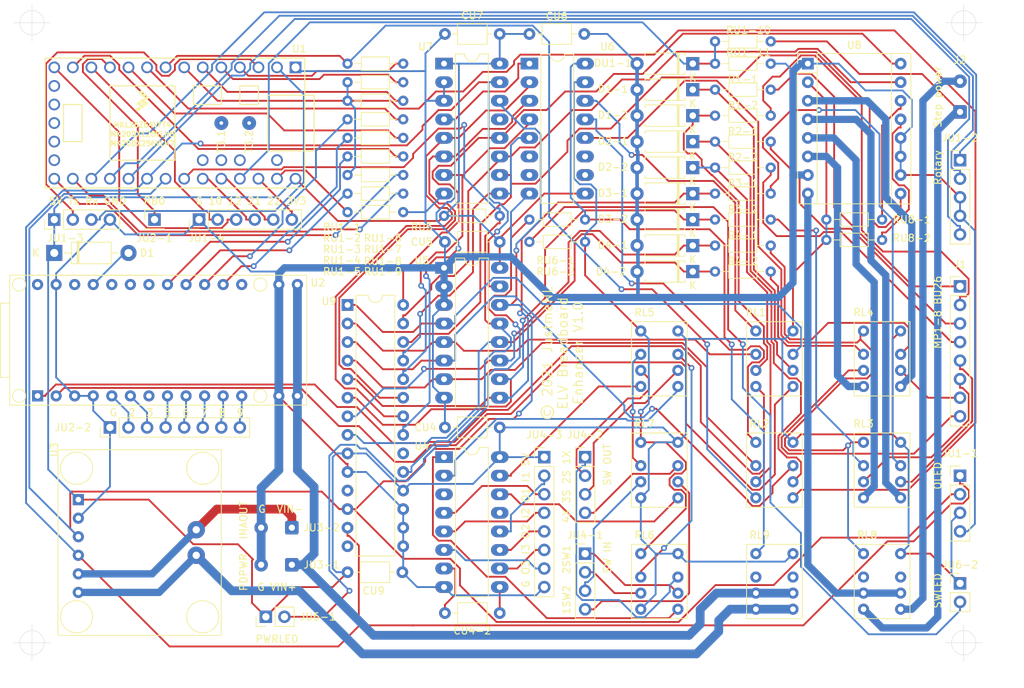
<source format=kicad_pcb>
(kicad_pcb (version 20171130) (host pcbnew "(5.1.9-0-10_14)")
  (layers (0 F.Cu signal) (31 B.Cu signal) (34 B.Paste user hide) (35 F.Paste user hide) (36 B.SilkS user) (37 F.SilkS user) (38 B.Mask user) (39 F.Mask user) (44 Edge.Cuts user))
  (net 0 "")
  (net 1 S_DIR)
  (net 2 S_PWR)
  (net 3 S_STEP)
  (net 4 GND)
  (net 5 B2)
  (net 6 A2)
  (net 7 A1)
  (net 8 B1)
  (net 9 +5V)
  (net 10 S_SLEEP)
  (net 11 "Net-(J1-Pad8)")
  (net 12 "Net-(J1-Pad7)")
  (net 13 "Net-(J1-Pad6)")
  (net 14 "Net-(J1-Pad5)")
  (net 15 "Net-(J1-Pad4)")
  (net 16 "Net-(J1-Pad3)")
  (net 17 "Net-(J1-Pad2)")
  (net 18 "Net-(J1-Pad1)")
  (net 19 PD_POWER)
  (net 20 C_INT)
  (net 21 R_STEP)
  (net 22 R_SERIAL)
  (net 23 TX)
  (net 24 RX)
  (net 25 R_GPIO)
  (net 26 "Net-(RL5-Pad7)")
  (net 27 D6)
  (net 28 D5)
  (net 29 "Net-(RL5-Pad2)")
  (net 30 R_SWITCH)
  (net 31 "Net-(RL6-Pad4)")
  (net 32 R_POWER)
  (net 33 "Net-(RL8-Pad7)")
  (net 34 "Net-(RL9-Pad4)")
  (net 35 SDA)
  (net 36 SCL)
  (net 37 ROTSW)
  (net 38 ROTB)
  (net 39 ROTA)
  (net 40 DBOUT2)
  (net 41 DBIN2)
  (net 42 DBOUT1)
  (net 43 DBIN1)
  (net 44 DBOUT3)
  (net 45 DBIN3)
  (net 46 vsense)
  (net 47 TTX)
  (net 48 TRX)
  (net 49 "Net-(RL7-Pad4)")
  (net 50 PDSS_RB0)
  (net 51 TNC4)
  (net 52 TNC3)
  (net 53 TNC2)
  (net 54 TNC1)
  (net 55 "Net-(CU4-2-Pad2)")
  (net 56 "Net-(CU4-2-Pad1)")
  (net 57 "Net-(D1-1-Pad1)")
  (net 58 "Net-(D1-2-Pad1)")
  (net 59 "Net-(D2-1-Pad1)")
  (net 60 "Net-(D2-2-Pad1)")
  (net 61 "Net-(DU1-1-Pad1)")
  (net 62 "Net-(J2-Pad2)")
  (net 63 "Net-(JU1-4-Pad6)")
  (net 64 "Net-(JU2-2-Pad8)")
  (net 65 "Net-(JU2-2-Pad7)")
  (net 66 "Net-(JU2-2-Pad6)")
  (net 67 "Net-(JU2-2-Pad5)")
  (net 68 "Net-(JU2-2-Pad4)")
  (net 69 "Net-(JU2-2-Pad3)")
  (net 70 "Net-(JU2-2-Pad2)")
  (net 71 "Net-(JU3-2-Pad1)")
  (net 72 "Net-(JU4-1-Pad4)")
  (net 73 "Net-(JU4-1-Pad3)")
  (net 74 "Net-(JU4-1-Pad2)")
  (net 75 "Net-(JU4-1-Pad1)")
  (net 76 "Net-(JU4-2-Pad4)")
  (net 77 "Net-(JU4-2-Pad3)")
  (net 78 "Net-(JU4-2-Pad2)")
  (net 79 "Net-(JU4-2-Pad1)")
  (net 80 "Net-(JU6-1-Pad2)")
  (net 81 "Net-(JU6-2-Pad2)")
  (net 82 "Net-(R3-1-Pad2)")
  (net 83 "Net-(R3-2-Pad2)")
  (net 84 "Net-(R4-1-Pad2)")
  (net 85 "Net-(R4-2-Pad2)")
  (net 86 "Net-(RL5-Pad5)")
  (net 87 "Net-(RL5-Pad4)")
  (net 88 "Net-(RL8-Pad2)")
  (net 89 "Net-(RL9-Pad7)")
  (net 90 "Net-(RL9-Pad2)")
  (net 91 "Net-(RU1-1-Pad2)")
  (net 92 "Net-(RU1-2-Pad2)")
  (net 93 "Net-(RU1-3-Pad2)")
  (net 94 "Net-(RU1-4-Pad2)")
  (net 95 "Net-(RU1-4-Pad1)")
  (net 96 "Net-(RU1-5-Pad2)")
  (net 97 "Net-(RU1-5-Pad1)")
  (net 98 "Net-(RU1-6-Pad2)")
  (net 99 "Net-(RU1-6-Pad1)")
  (net 100 "Net-(RU1-7-Pad2)")
  (net 101 "Net-(RU1-8-Pad2)")
  (net 102 "Net-(RU1-8-Pad1)")
  (net 103 "Net-(RU1-9-Pad1)")
  (net 104 "Net-(RU8-1-Pad2)")
  (net 105 "Net-(RU8-2-Pad2)")
  (net 106 "Net-(U2-Pad28)")
  (net 107 "Net-(U2-Pad26)")
  (net 108 "Net-(U2-Pad24)")
  (net 109 "Net-(U2-Pad23)")
  (net 110 "Net-(U2-Pad22)")
  (net 111 "Net-(U2-Pad17)")
  (net 112 "Net-(U2-Pad7)")
  (net 113 "Net-(U4-Pad13)")
  (net 114 "Net-(U4-Pad3)")
  (net 115 "Net-(U6-Pad7)")
  (net 116 "Net-(U6-Pad6)")
  (net 117 "Net-(U6-Pad11)")
  (net 118 "Net-(U6-Pad10)")
  (net 119 "Net-(U7-Pad13)")
  (net 120 "Net-(D1-Pad2)")
  (net 121 EXP5)
  (net 122 EXP6)
  (net 123 EXP7)
  (net 124 EXP8)
  (net 125 EXP2)
  (net 126 EXP1)
  (net 127 EXP4)
  (net 128 EXP3)
  (net 129 C_STEP)
  (net 130 C_GPIO)
  (net 131 C_SERIAL)
  (net 132 C_SWITCH)
  (net 133 C_POWER)
  (net 134 "Net-(U9-Pad14)")
  (net 135 "Net-(U9-Pad11)")
  (net 136 "Net-(U9-Pad20)")
  (module Diode_THT:D_DO-41_SOD81_P10.16mm_Horizontal (layer F.Cu) (at 71.12 79.248)
    (fp_text reference D1 (at 12.7 0) (layer F.SilkS))
    (fp_text value 1N5819)
    (fp_text user K (at -2.54 0) (layer F.SilkS))
    (pad 2 thru_hole oval (at 10.16 0) (size 2.2 2.2) (drill 1.1) (layers *.Cu *.Mask) (net 120 "Net-(D1-Pad2)"))
    (pad 1 thru_hole rect (at 0 0) (size 2.2 2.2) (drill 1.1) (layers *.Cu *.Mask) (net 9 +5V))
  )
  (module Package_DIP:DIP-28_W7.62mm (layer F.Cu) (at 111.252 86.36)
    (fp_text reference U9 (at -2.54 -0.508) (layer F.SilkS))
    (fp_text value MCP23017_SP)
    (pad 28 thru_hole oval (at 7.62 0) (size 1.6 1.6) (drill 0.8) (layers *.Cu *.Mask) (net 1 S_DIR))
    (pad 14 thru_hole oval (at 0 33.02) (size 1.6 1.6) (drill 0.8) (layers *.Cu *.Mask) (net 134 "Net-(U9-Pad14)"))
    (pad 27 thru_hole oval (at 7.62 2.54) (size 1.6 1.6) (drill 0.8) (layers *.Cu *.Mask) (net 3 S_STEP))
    (pad 13 thru_hole oval (at 0 30.48) (size 1.6 1.6) (drill 0.8) (layers *.Cu *.Mask) (net 35 SDA))
    (pad 26 thru_hole oval (at 7.62 5.08) (size 1.6 1.6) (drill 0.8) (layers *.Cu *.Mask) (net 10 S_SLEEP))
    (pad 12 thru_hole oval (at 0 27.94) (size 1.6 1.6) (drill 0.8) (layers *.Cu *.Mask) (net 36 SCL))
    (pad 25 thru_hole oval (at 7.62 7.62) (size 1.6 1.6) (drill 0.8) (layers *.Cu *.Mask) (net 129 C_STEP))
    (pad 11 thru_hole oval (at 0 25.4) (size 1.6 1.6) (drill 0.8) (layers *.Cu *.Mask) (net 135 "Net-(U9-Pad11)"))
    (pad 24 thru_hole oval (at 7.62 10.16) (size 1.6 1.6) (drill 0.8) (layers *.Cu *.Mask) (net 130 C_GPIO))
    (pad 10 thru_hole oval (at 0 22.86) (size 1.6 1.6) (drill 0.8) (layers *.Cu *.Mask) (net 4 GND))
    (pad 23 thru_hole oval (at 7.62 12.7) (size 1.6 1.6) (drill 0.8) (layers *.Cu *.Mask) (net 131 C_SERIAL))
    (pad 9 thru_hole oval (at 0 20.32) (size 1.6 1.6) (drill 0.8) (layers *.Cu *.Mask) (net 9 +5V))
    (pad 22 thru_hole oval (at 7.62 15.24) (size 1.6 1.6) (drill 0.8) (layers *.Cu *.Mask) (net 132 C_SWITCH))
    (pad 8 thru_hole oval (at 0 17.78) (size 1.6 1.6) (drill 0.8) (layers *.Cu *.Mask) (net 124 EXP8))
    (pad 21 thru_hole oval (at 7.62 17.78) (size 1.6 1.6) (drill 0.8) (layers *.Cu *.Mask) (net 133 C_POWER))
    (pad 7 thru_hole oval (at 0 15.24) (size 1.6 1.6) (drill 0.8) (layers *.Cu *.Mask) (net 123 EXP7))
    (pad 20 thru_hole oval (at 7.62 20.32) (size 1.6 1.6) (drill 0.8) (layers *.Cu *.Mask) (net 136 "Net-(U9-Pad20)"))
    (pad 6 thru_hole oval (at 0 12.7) (size 1.6 1.6) (drill 0.8) (layers *.Cu *.Mask) (net 122 EXP6))
    (pad 19 thru_hole oval (at 7.62 22.86) (size 1.6 1.6) (drill 0.8) (layers *.Cu *.Mask) (net 20 C_INT))
    (pad 5 thru_hole oval (at 0 10.16) (size 1.6 1.6) (drill 0.8) (layers *.Cu *.Mask) (net 121 EXP5))
    (pad 18 thru_hole oval (at 7.62 25.4) (size 1.6 1.6) (drill 0.8) (layers *.Cu *.Mask) (net 9 +5V))
    (pad 4 thru_hole oval (at 0 7.62) (size 1.6 1.6) (drill 0.8) (layers *.Cu *.Mask) (net 127 EXP4))
    (pad 17 thru_hole oval (at 7.62 27.94) (size 1.6 1.6) (drill 0.8) (layers *.Cu *.Mask) (net 4 GND))
    (pad 3 thru_hole oval (at 0 5.08) (size 1.6 1.6) (drill 0.8) (layers *.Cu *.Mask) (net 128 EXP3))
    (pad 16 thru_hole oval (at 7.62 30.48) (size 1.6 1.6) (drill 0.8) (layers *.Cu *.Mask) (net 4 GND))
    (pad 2 thru_hole oval (at 0 2.54) (size 1.6 1.6) (drill 0.8) (layers *.Cu *.Mask) (net 125 EXP2))
    (pad 15 thru_hole oval (at 7.62 33.02) (size 1.6 1.6) (drill 0.8) (layers *.Cu *.Mask) (net 4 GND))
    (pad 1 thru_hole rect (at 0 0) (size 1.6 1.6) (drill 0.8) (layers *.Cu *.Mask) (net 126 EXP1))
  )
  (module Capacitor_THT:C_Axial_L3.8mm_D2.6mm_P7.50mm_Horizontal (layer F.Cu) (at 111.252 122.936)
    (fp_text reference CU9 (at 3.556 2.54) (layer F.SilkS))
    (fp_text value C)
    (pad 2 thru_hole oval (at 7.5 0) (size 1.6 1.6) (drill 0.8) (layers *.Cu *.Mask) (net 4 GND))
    (pad 1 thru_hole circle (at 0 0) (size 1.6 1.6) (drill 0.8) (layers *.Cu *.Mask) (net 9 +5V))
  )
  (module Package_DIP:DIP-16_W7.62mm_LongPads (layer F.Cu) (at 136.144 53.34)
    (fp_text reference U6 (at 10.668 -2.33) (layer F.SilkS))
    (fp_text value ULN2003)
    (pad 16 thru_hole oval (at 7.62 0) (size 2.4 1.6) (drill 0.8) (layers *.Cu *.Mask) (net 32 R_POWER))
    (pad 8 thru_hole oval (at 0 17.78) (size 2.4 1.6) (drill 0.8) (layers *.Cu *.Mask) (net 4 GND))
    (pad 15 thru_hole oval (at 7.62 2.54) (size 2.4 1.6) (drill 0.8) (layers *.Cu *.Mask) (net 30 R_SWITCH))
    (pad 7 thru_hole oval (at 0 15.24) (size 2.4 1.6) (drill 0.8) (layers *.Cu *.Mask) (net 115 "Net-(U6-Pad7)"))
    (pad 14 thru_hole oval (at 7.62 5.08) (size 2.4 1.6) (drill 0.8) (layers *.Cu *.Mask) (net 22 R_SERIAL))
    (pad 6 thru_hole oval (at 0 12.7) (size 2.4 1.6) (drill 0.8) (layers *.Cu *.Mask) (net 116 "Net-(U6-Pad6)"))
    (pad 13 thru_hole oval (at 7.62 7.62) (size 2.4 1.6) (drill 0.8) (layers *.Cu *.Mask) (net 25 R_GPIO))
    (pad 5 thru_hole oval (at 0 10.16) (size 2.4 1.6) (drill 0.8) (layers *.Cu *.Mask) (net 129 C_STEP))
    (pad 12 thru_hole oval (at 7.62 10.16) (size 2.4 1.6) (drill 0.8) (layers *.Cu *.Mask) (net 21 R_STEP))
    (pad 4 thru_hole oval (at 0 7.62) (size 2.4 1.6) (drill 0.8) (layers *.Cu *.Mask) (net 130 C_GPIO))
    (pad 11 thru_hole oval (at 7.62 12.7) (size 2.4 1.6) (drill 0.8) (layers *.Cu *.Mask) (net 117 "Net-(U6-Pad11)"))
    (pad 3 thru_hole oval (at 0 5.08) (size 2.4 1.6) (drill 0.8) (layers *.Cu *.Mask) (net 131 C_SERIAL))
    (pad 10 thru_hole oval (at 7.62 15.24) (size 2.4 1.6) (drill 0.8) (layers *.Cu *.Mask) (net 118 "Net-(U6-Pad10)"))
    (pad 2 thru_hole oval (at 0 2.54) (size 2.4 1.6) (drill 0.8) (layers *.Cu *.Mask) (net 132 C_SWITCH))
    (pad 9 thru_hole oval (at 7.62 17.78) (size 2.4 1.6) (drill 0.8) (layers *.Cu *.Mask) (net 9 +5V))
    (pad 1 thru_hole rect (at 0 0) (size 2.4 1.6) (drill 0.8) (layers *.Cu *.Mask) (net 133 C_POWER))
  )
  (module Module:PD_Micro (layer F.Cu) (at 98.044 92.456 90)
    (fp_text reference U2 (at 9.144 9.144 180) (layer F.SilkS))
    (fp_text value "PD-Micro Module")
    (pad 28 thru_hole circle (at 8.89 -29.21 270) (size 1.524 1.524) (drill 0.762) (layers *.Cu *.Mask) (net 106 "Net-(U2-Pad28)"))
    (pad 27 thru_hole circle (at 8.89 -26.67 270) (size 1.524 1.524) (drill 0.762) (layers *.Cu *.Mask) (net 4 GND))
    (pad 26 thru_hole circle (at 8.89 -24.13 270) (size 1.524 1.524) (drill 0.762) (layers *.Cu *.Mask) (net 107 "Net-(U2-Pad26)"))
    (pad 25 thru_hole circle (at 8.89 -21.59 270) (size 1.524 1.524) (drill 0.762) (layers *.Cu *.Mask) (net 120 "Net-(D1-Pad2)"))
    (pad 24 thru_hole circle (at 8.89 -19.05 270) (size 1.524 1.524) (drill 0.762) (layers *.Cu *.Mask) (net 108 "Net-(U2-Pad24)"))
    (pad 23 thru_hole circle (at 8.89 -16.51 270) (size 1.524 1.524) (drill 0.762) (layers *.Cu *.Mask) (net 109 "Net-(U2-Pad23)"))
    (pad 22 thru_hole circle (at 8.89 -13.97 270) (size 1.524 1.524) (drill 0.762) (layers *.Cu *.Mask) (net 110 "Net-(U2-Pad22)"))
    (pad 21 thru_hole circle (at 8.89 -11.43 270) (size 1.524 1.524) (drill 0.762) (layers *.Cu *.Mask) (net 99 "Net-(RU1-6-Pad1)"))
    (pad 20 thru_hole circle (at 8.89 -8.89 270) (size 1.524 1.524) (drill 0.762) (layers *.Cu *.Mask) (net 102 "Net-(RU1-8-Pad1)"))
    (pad 19 thru_hole circle (at 8.89 -6.35 270) (size 1.524 1.524) (drill 0.762) (layers *.Cu *.Mask) (net 95 "Net-(RU1-4-Pad1)"))
    (pad 18 thru_hole circle (at 8.89 -3.81 270) (size 1.524 1.524) (drill 0.762) (layers *.Cu *.Mask) (net 97 "Net-(RU1-5-Pad1)"))
    (pad 17 thru_hole circle (at 8.89 -1.27 270) (size 1.524 1.524) (drill 0.762) (layers *.Cu *.Mask) (net 111 "Net-(U2-Pad17)"))
    (pad 16 thru_hole circle (at 8.89 3.81 270) (size 1.524 1.524) (drill 0.762) (layers *.Cu *.Mask) (net 4 GND))
    (pad 15 thru_hole circle (at 8.89 6.35 270) (size 1.524 1.524) (drill 0.762) (layers *.Cu *.Mask) (net 19 PD_POWER))
    (pad 14 thru_hole circle (at -6.35 6.35 270) (size 1.524 1.524) (drill 0.762) (layers *.Cu *.Mask) (net 19 PD_POWER))
    (pad 13 thru_hole circle (at -6.35 3.81 270) (size 1.524 1.524) (drill 0.762) (layers *.Cu *.Mask) (net 4 GND))
    (pad 12 thru_hole circle (at -6.35 -1.27 270) (size 1.524 1.524) (drill 0.762) (layers *.Cu *.Mask) (net 64 "Net-(JU2-2-Pad8)"))
    (pad 11 thru_hole circle (at -6.35 -3.81 270) (size 1.524 1.524) (drill 0.762) (layers *.Cu *.Mask) (net 65 "Net-(JU2-2-Pad7)"))
    (pad 10 thru_hole circle (at -6.35 -6.35 270) (size 1.524 1.524) (drill 0.762) (layers *.Cu *.Mask) (net 66 "Net-(JU2-2-Pad6)"))
    (pad 9 thru_hole circle (at -6.35 -8.89 270) (size 1.524 1.524) (drill 0.762) (layers *.Cu *.Mask) (net 67 "Net-(JU2-2-Pad5)"))
    (pad 8 thru_hole circle (at -6.35 -11.43 270) (size 1.524 1.524) (drill 0.762) (layers *.Cu *.Mask) (net 68 "Net-(JU2-2-Pad4)"))
    (pad 7 thru_hole circle (at -6.35 -13.97 270) (size 1.524 1.524) (drill 0.762) (layers *.Cu *.Mask) (net 112 "Net-(U2-Pad7)"))
    (pad 6 thru_hole circle (at -6.35 -16.51 270) (size 1.524 1.524) (drill 0.762) (layers *.Cu *.Mask) (net 69 "Net-(JU2-2-Pad3)"))
    (pad 5 thru_hole circle (at -6.35 -19.05 270) (size 1.524 1.524) (drill 0.762) (layers *.Cu *.Mask) (net 70 "Net-(JU2-2-Pad2)"))
    (pad 4 thru_hole circle (at -6.35 -21.59 270) (size 1.524 1.524) (drill 0.762) (layers *.Cu *.Mask) (net 4 GND))
    (pad 3 thru_hole circle (at -6.35 -24.13 270) (size 1.524 1.524) (drill 0.762) (layers *.Cu *.Mask) (net 4 GND))
    (pad 2 thru_hole circle (at -6.35 -26.67 270) (size 1.524 1.524) (drill 0.762) (layers *.Cu *.Mask) (net 24 RX))
    (pad 1 thru_hole rect (at -6.35 -29.21 270) (size 1.524 1.524) (drill 0.762) (layers *.Cu *.Mask) (net 23 TX))
  )
  (module Connector_PinHeader_2.54mm:PinHeader_1x08_P2.54mm_Vertical (layer F.Cu) (at 78.74 103.124 90)
    (fp_text reference JU2-2 (at 0 -5.08 180) (layer F.SilkS))
    (fp_text value PS_Spare1)
    (pad 8 thru_hole oval (at 0 17.78 90) (size 1.7 1.7) (drill 1) (layers *.Cu *.Mask) (net 64 "Net-(JU2-2-Pad8)"))
    (pad 7 thru_hole oval (at 0 15.24 90) (size 1.7 1.7) (drill 1) (layers *.Cu *.Mask) (net 65 "Net-(JU2-2-Pad7)"))
    (pad 6 thru_hole oval (at 0 12.7 90) (size 1.7 1.7) (drill 1) (layers *.Cu *.Mask) (net 66 "Net-(JU2-2-Pad6)"))
    (pad 5 thru_hole oval (at 0 10.16 90) (size 1.7 1.7) (drill 1) (layers *.Cu *.Mask) (net 67 "Net-(JU2-2-Pad5)"))
    (pad 4 thru_hole oval (at 0 7.62 90) (size 1.7 1.7) (drill 1) (layers *.Cu *.Mask) (net 68 "Net-(JU2-2-Pad4)"))
    (pad 3 thru_hole oval (at 0 5.08 90) (size 1.7 1.7) (drill 1) (layers *.Cu *.Mask) (net 69 "Net-(JU2-2-Pad3)"))
    (pad 2 thru_hole oval (at 0 2.54 90) (size 1.7 1.7) (drill 1) (layers *.Cu *.Mask) (net 70 "Net-(JU2-2-Pad2)"))
    (pad 1 thru_hole rect (at 0 0 90) (size 1.7 1.7) (drill 1) (layers *.Cu *.Mask) (net 4 GND))
  )
  (module Module:Pololu_Breakout-16_15.2x20.3mm (layer F.Cu) (at 174.244 53.34)
    (fp_text reference U8 (at 6.35 -2.54) (layer F.SilkS))
    (fp_text value "A4988 Module")
    (pad 16 thru_hole oval (at 12.7 0) (size 1.6 1.6) (drill 0.8) (layers *.Cu *.Mask) (net 1 S_DIR))
    (pad 8 thru_hole oval (at 0 17.78) (size 1.6 1.6) (drill 0.8) (layers *.Cu *.Mask) (net 2 S_PWR))
    (pad 15 thru_hole oval (at 12.7 2.54) (size 1.6 1.6) (drill 0.8) (layers *.Cu *.Mask) (net 3 S_STEP))
    (pad 7 thru_hole oval (at 0 15.24) (size 1.6 1.6) (drill 0.8) (layers *.Cu *.Mask) (net 4 GND))
    (pad 14 thru_hole oval (at 12.7 5.08) (size 1.6 1.6) (drill 0.8) (layers *.Cu *.Mask) (net 104 "Net-(RU8-1-Pad2)"))
    (pad 6 thru_hole oval (at 0 12.7) (size 1.6 1.6) (drill 0.8) (layers *.Cu *.Mask) (net 5 B2))
    (pad 13 thru_hole oval (at 12.7 7.62) (size 1.6 1.6) (drill 0.8) (layers *.Cu *.Mask) (net 105 "Net-(RU8-2-Pad2)"))
    (pad 5 thru_hole oval (at 0 10.16) (size 1.6 1.6) (drill 0.8) (layers *.Cu *.Mask) (net 6 A2))
    (pad 12 thru_hole oval (at 12.7 10.16) (size 1.6 1.6) (drill 0.8) (layers *.Cu *.Mask) (net 4 GND))
    (pad 4 thru_hole oval (at 0 7.62) (size 1.6 1.6) (drill 0.8) (layers *.Cu *.Mask) (net 7 A1))
    (pad 11 thru_hole oval (at 12.7 12.7) (size 1.6 1.6) (drill 0.8) (layers *.Cu *.Mask) (net 4 GND))
    (pad 3 thru_hole oval (at 0 5.08) (size 1.6 1.6) (drill 0.8) (layers *.Cu *.Mask) (net 8 B1))
    (pad 10 thru_hole oval (at 12.7 15.24) (size 1.6 1.6) (drill 0.8) (layers *.Cu *.Mask) (net 4 GND))
    (pad 2 thru_hole oval (at 0 2.54) (size 1.6 1.6) (drill 0.8) (layers *.Cu *.Mask) (net 9 +5V))
    (pad 9 thru_hole oval (at 12.7 17.78) (size 1.6 1.6) (drill 0.8) (layers *.Cu *.Mask) (net 10 S_SLEEP))
    (pad 1 thru_hole rect (at 0 0) (size 1.6 1.6) (drill 0.8) (layers *.Cu *.Mask) (net 4 GND))
  )
  (module Package_DIP:DIP-16_W7.62mm_LongPads (layer F.Cu) (at 124.46 53.34)
    (fp_text reference U7 (at -2.54 -2.33) (layer F.SilkS))
    (fp_text value PCF8574)
    (pad 16 thru_hole oval (at 7.62 0) (size 2.4 1.6) (drill 0.8) (layers *.Cu *.Mask) (net 9 +5V))
    (pad 8 thru_hole oval (at 0 17.78) (size 2.4 1.6) (drill 0.8) (layers *.Cu *.Mask) (net 4 GND))
    (pad 15 thru_hole oval (at 7.62 2.54) (size 2.4 1.6) (drill 0.8) (layers *.Cu *.Mask) (net 35 SDA))
    (pad 7 thru_hole oval (at 0 15.24) (size 2.4 1.6) (drill 0.8) (layers *.Cu *.Mask) (net 130 C_GPIO))
    (pad 14 thru_hole oval (at 7.62 5.08) (size 2.4 1.6) (drill 0.8) (layers *.Cu *.Mask) (net 36 SCL))
    (pad 6 thru_hole oval (at 0 12.7) (size 2.4 1.6) (drill 0.8) (layers *.Cu *.Mask) (net 131 C_SERIAL))
    (pad 13 thru_hole oval (at 7.62 7.62) (size 2.4 1.6) (drill 0.8) (layers *.Cu *.Mask) (net 119 "Net-(U7-Pad13)"))
    (pad 5 thru_hole oval (at 0 10.16) (size 2.4 1.6) (drill 0.8) (layers *.Cu *.Mask) (net 132 C_SWITCH))
    (pad 12 thru_hole oval (at 7.62 10.16) (size 2.4 1.6) (drill 0.8) (layers *.Cu *.Mask) (net 1 S_DIR))
    (pad 4 thru_hole oval (at 0 7.62) (size 2.4 1.6) (drill 0.8) (layers *.Cu *.Mask) (net 133 C_POWER))
    (pad 11 thru_hole oval (at 7.62 12.7) (size 2.4 1.6) (drill 0.8) (layers *.Cu *.Mask) (net 3 S_STEP))
    (pad 3 thru_hole oval (at 0 5.08) (size 2.4 1.6) (drill 0.8) (layers *.Cu *.Mask) (net 4 GND))
    (pad 10 thru_hole oval (at 7.62 15.24) (size 2.4 1.6) (drill 0.8) (layers *.Cu *.Mask) (net 10 S_SLEEP))
    (pad 2 thru_hole oval (at 0 2.54) (size 2.4 1.6) (drill 0.8) (layers *.Cu *.Mask) (net 4 GND))
    (pad 9 thru_hole oval (at 7.62 17.78) (size 2.4 1.6) (drill 0.8) (layers *.Cu *.Mask) (net 129 C_STEP))
    (pad 1 thru_hole rect (at 0 0) (size 2.4 1.6) (drill 0.8) (layers *.Cu *.Mask) (net 9 +5V))
  )
  (module Package_DIP:DIP-16_W7.62mm_LongPads (layer F.Cu) (at 124.46 81.28)
    (fp_text reference U5 (at -3.048 -1.016) (layer F.SilkS))
    (fp_text value PCF8574)
    (pad 16 thru_hole oval (at 7.62 0) (size 2.4 1.6) (drill 0.8) (layers *.Cu *.Mask) (net 9 +5V))
    (pad 8 thru_hole oval (at 0 17.78) (size 2.4 1.6) (drill 0.8) (layers *.Cu *.Mask) (net 4 GND))
    (pad 15 thru_hole oval (at 7.62 2.54) (size 2.4 1.6) (drill 0.8) (layers *.Cu *.Mask) (net 35 SDA))
    (pad 7 thru_hole oval (at 0 15.24) (size 2.4 1.6) (drill 0.8) (layers *.Cu *.Mask) (net 127 EXP4))
    (pad 14 thru_hole oval (at 7.62 5.08) (size 2.4 1.6) (drill 0.8) (layers *.Cu *.Mask) (net 36 SCL))
    (pad 6 thru_hole oval (at 0 12.7) (size 2.4 1.6) (drill 0.8) (layers *.Cu *.Mask) (net 128 EXP3))
    (pad 13 thru_hole oval (at 7.62 7.62) (size 2.4 1.6) (drill 0.8) (layers *.Cu *.Mask) (net 20 C_INT))
    (pad 5 thru_hole oval (at 0 10.16) (size 2.4 1.6) (drill 0.8) (layers *.Cu *.Mask) (net 125 EXP2))
    (pad 12 thru_hole oval (at 7.62 10.16) (size 2.4 1.6) (drill 0.8) (layers *.Cu *.Mask) (net 124 EXP8))
    (pad 4 thru_hole oval (at 0 7.62) (size 2.4 1.6) (drill 0.8) (layers *.Cu *.Mask) (net 126 EXP1))
    (pad 11 thru_hole oval (at 7.62 12.7) (size 2.4 1.6) (drill 0.8) (layers *.Cu *.Mask) (net 123 EXP7))
    (pad 3 thru_hole oval (at 0 5.08) (size 2.4 1.6) (drill 0.8) (layers *.Cu *.Mask) (net 4 GND))
    (pad 10 thru_hole oval (at 7.62 15.24) (size 2.4 1.6) (drill 0.8) (layers *.Cu *.Mask) (net 122 EXP6))
    (pad 2 thru_hole oval (at 0 2.54) (size 2.4 1.6) (drill 0.8) (layers *.Cu *.Mask) (net 4 GND))
    (pad 9 thru_hole oval (at 7.62 17.78) (size 2.4 1.6) (drill 0.8) (layers *.Cu *.Mask) (net 121 EXP5))
    (pad 1 thru_hole rect (at 0 0) (size 2.4 1.6) (drill 0.8) (layers *.Cu *.Mask) (net 4 GND))
  )
  (module Package_DIP:DIP-16_W7.62mm_LongPads (layer F.Cu) (at 124.46 107.188)
    (fp_text reference U4 (at -3.048 -1.524) (layer F.SilkS))
    (fp_text value MC14490)
    (pad 16 thru_hole oval (at 7.62 0) (size 2.4 1.6) (drill 0.8) (layers *.Cu *.Mask) (net 9 +5V))
    (pad 8 thru_hole oval (at 0 17.78) (size 2.4 1.6) (drill 0.8) (layers *.Cu *.Mask) (net 4 GND))
    (pad 15 thru_hole oval (at 7.62 2.54) (size 2.4 1.6) (drill 0.8) (layers *.Cu *.Mask) (net 86 "Net-(RL5-Pad5)"))
    (pad 7 thru_hole oval (at 0 15.24) (size 2.4 1.6) (drill 0.8) (layers *.Cu *.Mask) (net 55 "Net-(CU4-2-Pad2)"))
    (pad 14 thru_hole oval (at 7.62 5.08) (size 2.4 1.6) (drill 0.8) (layers *.Cu *.Mask) (net 49 "Net-(RL7-Pad4)"))
    (pad 6 thru_hole oval (at 0 12.7) (size 2.4 1.6) (drill 0.8) (layers *.Cu *.Mask) (net 44 DBOUT3))
    (pad 13 thru_hole oval (at 7.62 7.62) (size 2.4 1.6) (drill 0.8) (layers *.Cu *.Mask) (net 113 "Net-(U4-Pad13)"))
    (pad 5 thru_hole oval (at 0 10.16) (size 2.4 1.6) (drill 0.8) (layers *.Cu *.Mask) (net 41 DBIN2))
    (pad 12 thru_hole oval (at 7.62 10.16) (size 2.4 1.6) (drill 0.8) (layers *.Cu *.Mask) (net 43 DBIN1))
    (pad 4 thru_hole oval (at 0 7.62) (size 2.4 1.6) (drill 0.8) (layers *.Cu *.Mask) (net 42 DBOUT1))
    (pad 11 thru_hole oval (at 7.62 12.7) (size 2.4 1.6) (drill 0.8) (layers *.Cu *.Mask) (net 40 DBOUT2))
    (pad 3 thru_hole oval (at 0 5.08) (size 2.4 1.6) (drill 0.8) (layers *.Cu *.Mask) (net 114 "Net-(U4-Pad3)"))
    (pad 10 thru_hole oval (at 7.62 15.24) (size 2.4 1.6) (drill 0.8) (layers *.Cu *.Mask) (net 45 DBIN3))
    (pad 2 thru_hole oval (at 0 2.54) (size 2.4 1.6) (drill 0.8) (layers *.Cu *.Mask) (net 87 "Net-(RL5-Pad4)"))
    (pad 9 thru_hole oval (at 7.62 17.78) (size 2.4 1.6) (drill 0.8) (layers *.Cu *.Mask) (net 56 "Net-(CU4-2-Pad1)"))
    (pad 1 thru_hole rect (at 0 0) (size 2.4 1.6) (drill 0.8) (layers *.Cu *.Mask) (net 31 "Net-(RL6-Pad4)"))
  )
  (module "Custom:INA219 Module" (layer F.Cu) (at 71.628 106.172 270)
    (fp_text reference U3 (at 0 0.5 90) (layer F.SilkS))
    (fp_text value "INA219 Module")
    (pad 8 thru_hole circle (at 14.45 -18.92 270) (size 2.38 2.38) (drill 1) (layers *.Cu *.Mask) (net 34 "Net-(RL9-Pad4)"))
    (pad 7 thru_hole circle (at 10.95 -18.92 270) (size 2.38 2.38) (drill 1) (layers *.Cu *.Mask) (net 71 "Net-(JU3-2-Pad1)"))
    (pad 6 thru_hole circle (at 19.527 -2.786 270) (size 1.524 1.524) (drill 0.762) (layers *.Cu *.Mask) (net 34 "Net-(RL9-Pad4)"))
    (pad 5 thru_hole circle (at 16.987 -2.786 270) (size 1.524 1.524) (drill 0.762) (layers *.Cu *.Mask) (net 71 "Net-(JU3-2-Pad1)"))
    (pad 4 thru_hole circle (at 14.447 -2.786 270) (size 1.524 1.524) (drill 0.762) (layers *.Cu *.Mask) (net 35 SDA))
    (pad 3 thru_hole circle (at 11.907 -2.786 270) (size 1.524 1.524) (drill 0.762) (layers *.Cu *.Mask) (net 36 SCL))
    (pad 2 thru_hole circle (at 9.367 -2.786 270) (size 1.524 1.524) (drill 0.762) (layers *.Cu *.Mask) (net 4 GND))
    (pad 1 thru_hole rect (at 6.827 -2.786 270) (size 1.524 1.524) (drill 0.762) (layers *.Cu *.Mask) (net 9 +5V))
  )
  (module Teensy:Teensy30_31_32_LC (layer F.Cu) (at 87.63 61.468 180)
    (fp_text reference U1 (at -17.018 10.16) (layer F.SilkS))
    (fp_text value Teensy3.2)
    (fp_text user MK20DX128VLH5 (at 4.445 -1.524) (layer F.SilkS) (effects (font (size 0.7 0.7))))
    (fp_text user MKL26Z64VFT4 (at 4.445 -0.254) (layer F.SilkS) (effects (font (size 0.7 0.7))))
    (fp_text user MK20DX256VLH7 (at 4.445 -2.794) (layer F.SilkS) (effects (font (size 0.7 0.7))))
    (fp_text user T3.1 (at -6.35 -2.54 90) (layer F.SilkS))
    (fp_text user T3.2 (at -10.16 -2.54 90) (layer F.SilkS))
    (pad 52 thru_hole circle (at -10.16 0 180) (size 1.9 1.9) (drill 0.5) (layers *.Cu *.Mask))
    (pad 52 thru_hole circle (at -6.35 0 180) (size 1.9 1.9) (drill 0.5) (layers *.Cu *.Mask))
    (pad 1 thru_hole rect (at -16.51 7.62 180) (size 1.6 1.6) (drill 1.1) (layers *.Cu *.Mask) (net 4 GND))
    (pad 2 thru_hole circle (at -13.97 7.62 180) (size 1.6 1.6) (drill 1.1) (layers *.Cu *.Mask) (net 48 TRX))
    (pad 3 thru_hole circle (at -11.43 7.62 180) (size 1.6 1.6) (drill 1.1) (layers *.Cu *.Mask) (net 47 TTX))
    (pad 4 thru_hole circle (at -8.89 7.62 180) (size 1.6 1.6) (drill 1.1) (layers *.Cu *.Mask) (net 91 "Net-(RU1-1-Pad2)"))
    (pad 5 thru_hole circle (at -6.35 7.62 180) (size 1.6 1.6) (drill 1.1) (layers *.Cu *.Mask) (net 92 "Net-(RU1-2-Pad2)"))
    (pad 6 thru_hole circle (at -3.81 7.62 180) (size 1.6 1.6) (drill 1.1) (layers *.Cu *.Mask) (net 93 "Net-(RU1-3-Pad2)"))
    (pad 7 thru_hole circle (at -1.27 7.62 180) (size 1.6 1.6) (drill 1.1) (layers *.Cu *.Mask) (net 28 D5))
    (pad 8 thru_hole circle (at 1.27 7.62 180) (size 1.6 1.6) (drill 1.1) (layers *.Cu *.Mask) (net 27 D6))
    (pad 9 thru_hole circle (at 3.81 7.62 180) (size 1.6 1.6) (drill 1.1) (layers *.Cu *.Mask) (net 94 "Net-(RU1-4-Pad2)"))
    (pad 10 thru_hole circle (at 6.35 7.62 180) (size 1.6 1.6) (drill 1.1) (layers *.Cu *.Mask) (net 96 "Net-(RU1-5-Pad2)"))
    (pad 11 thru_hole circle (at 8.89 7.62 180) (size 1.6 1.6) (drill 1.1) (layers *.Cu *.Mask) (net 50 PDSS_RB0))
    (pad 12 thru_hole circle (at 11.43 7.62 180) (size 1.6 1.6) (drill 1.1) (layers *.Cu *.Mask) (net 54 TNC1))
    (pad 13 thru_hole circle (at 13.97 7.62 180) (size 1.6 1.6) (drill 1.1) (layers *.Cu *.Mask) (net 98 "Net-(RU1-6-Pad2)"))
    (pad 37 thru_hole circle (at -3.81 -5.08 180) (size 1.6 1.6) (drill 1.1) (layers *.Cu *.Mask))
    (pad 36 thru_hole circle (at -6.35 -5.08 180) (size 1.6 1.6) (drill 1.1) (layers *.Cu *.Mask))
    (pad 35 thru_hole circle (at -8.89 -5.08 180) (size 1.6 1.6) (drill 1.1) (layers *.Cu *.Mask))
    (pad 34 thru_hole circle (at -13.97 -5.08 180) (size 1.6 1.6) (drill 1.1) (layers *.Cu *.Mask))
    (pad 33 thru_hole circle (at -16.51 -7.62 180) (size 1.6 1.6) (drill 1.1) (layers *.Cu *.Mask) (net 9 +5V))
    (pad 32 thru_hole circle (at -13.97 -7.62 180) (size 1.6 1.6) (drill 1.1) (layers *.Cu *.Mask) (net 103 "Net-(RU1-9-Pad1)"))
    (pad 31 thru_hole circle (at -11.43 -7.62 180) (size 1.6 1.6) (drill 1.1) (layers *.Cu *.Mask) (net 63 "Net-(JU1-4-Pad6)"))
    (pad 30 thru_hole circle (at -8.89 -7.62 180) (size 1.6 1.6) (drill 1.1) (layers *.Cu *.Mask) (net 61 "Net-(DU1-1-Pad1)"))
    (pad 29 thru_hole circle (at -6.35 -7.62 180) (size 1.6 1.6) (drill 1.1) (layers *.Cu *.Mask) (net 51 TNC4))
    (pad 28 thru_hole circle (at -3.81 -7.62 180) (size 1.6 1.6) (drill 1.1) (layers *.Cu *.Mask) (net 52 TNC3))
    (pad 27 thru_hole circle (at -1.27 -7.62 180) (size 1.6 1.6) (drill 1.1) (layers *.Cu *.Mask) (net 20 C_INT))
    (pad 26 thru_hole circle (at 1.27 -7.62 180) (size 1.6 1.6) (drill 1.1) (layers *.Cu *.Mask) (net 36 SCL))
    (pad 25 thru_hole circle (at 3.81 -7.62 180) (size 1.6 1.6) (drill 1.1) (layers *.Cu *.Mask) (net 35 SDA))
    (pad 24 thru_hole circle (at 6.35 -7.62 180) (size 1.6 1.6) (drill 1.1) (layers *.Cu *.Mask) (net 37 ROTSW))
    (pad 23 thru_hole circle (at 8.89 -7.62 180) (size 1.6 1.6) (drill 1.1) (layers *.Cu *.Mask) (net 38 ROTB))
    (pad 22 thru_hole circle (at 11.43 -7.62 180) (size 1.6 1.6) (drill 1.1) (layers *.Cu *.Mask) (net 39 ROTA))
    (pad 21 thru_hole circle (at 13.97 -7.62 180) (size 1.6 1.6) (drill 1.1) (layers *.Cu *.Mask) (net 101 "Net-(RU1-8-Pad2)"))
    (pad 14 thru_hole circle (at 16.51 7.62 180) (size 1.6 1.6) (drill 1.1) (layers *.Cu *.Mask) (net 53 TNC2))
    (pad 15 thru_hole circle (at 16.51 5.08 180) (size 1.6 1.6) (drill 1.1) (layers *.Cu *.Mask))
    (pad 16 thru_hole circle (at 16.51 2.54 180) (size 1.6 1.6) (drill 1.1) (layers *.Cu *.Mask))
    (pad 20 thru_hole circle (at 16.51 -7.62 180) (size 1.6 1.6) (drill 1.1) (layers *.Cu *.Mask) (net 100 "Net-(RU1-7-Pad2)"))
    (pad 19 thru_hole circle (at 16.51 -5.08 180) (size 1.6 1.6) (drill 1.1) (layers *.Cu *.Mask))
    (pad 18 thru_hole circle (at 16.51 -2.54 180) (size 1.6 1.6) (drill 1.1) (layers *.Cu *.Mask))
    (pad 17 thru_hole circle (at 16.51 0 180) (size 1.6 1.6) (drill 1.1) (layers *.Cu *.Mask))
  )
  (module Resistor_THT:R_Axial_DIN0204_L3.6mm_D1.6mm_P7.62mm_Horizontal (layer F.Cu) (at 176.784 77.462)
    (fp_text reference RU8-2 (at 11.684 -0.246) (layer F.SilkS))
    (fp_text value 1K)
    (pad 2 thru_hole oval (at 7.62 0) (size 1.4 1.4) (drill 0.7) (layers *.Cu *.Mask) (net 105 "Net-(RU8-2-Pad2)"))
    (pad 1 thru_hole circle (at 0 0) (size 1.4 1.4) (drill 0.7) (layers *.Cu *.Mask) (net 9 +5V))
  )
  (module Resistor_THT:R_Axial_DIN0204_L3.6mm_D1.6mm_P7.62mm_Horizontal (layer F.Cu) (at 176.784 74.676)
    (fp_text reference RU8-1 (at 11.684 0) (layer F.SilkS))
    (fp_text value 1K)
    (pad 2 thru_hole oval (at 7.62 0) (size 1.4 1.4) (drill 0.7) (layers *.Cu *.Mask) (net 104 "Net-(RU8-1-Pad2)"))
    (pad 1 thru_hole circle (at 0 0) (size 1.4 1.4) (drill 0.7) (layers *.Cu *.Mask) (net 9 +5V))
  )
  (module Resistor_THT:R_Axial_DIN0204_L3.6mm_D1.6mm_P7.62mm_Horizontal (layer F.Cu) (at 136.144 77.724)
    (fp_text reference RU6-2 (at 3.556 4.064) (layer F.SilkS))
    (fp_text value 1K)
    (pad 2 thru_hole oval (at 7.62 0) (size 1.4 1.4) (drill 0.7) (layers *.Cu *.Mask) (net 30 R_SWITCH))
    (pad 1 thru_hole circle (at 0 0) (size 1.4 1.4) (drill 0.7) (layers *.Cu *.Mask) (net 81 "Net-(JU6-2-Pad2)"))
  )
  (module Resistor_THT:R_Axial_DIN0204_L3.6mm_D1.6mm_P7.62mm_Horizontal (layer F.Cu) (at 136.144 74.676)
    (fp_text reference RU6-1 (at 3.556 5.588) (layer F.SilkS))
    (fp_text value 1K)
    (pad 2 thru_hole oval (at 7.62 0) (size 1.4 1.4) (drill 0.7) (layers *.Cu *.Mask) (net 32 R_POWER))
    (pad 1 thru_hole circle (at 0 0) (size 1.4 1.4) (drill 0.7) (layers *.Cu *.Mask) (net 80 "Net-(JU6-1-Pad2)"))
  )
  (module Resistor_THT:R_Axial_DIN0204_L3.6mm_D1.6mm_P7.62mm_Horizontal (layer F.Cu) (at 169.164 50.292 180)
    (fp_text reference RU1-11 (at 3.048 -1.524) (layer F.SilkS))
    (fp_text value 100K)
    (pad 2 thru_hole oval (at 7.62 0 180) (size 1.4 1.4) (drill 0.7) (layers *.Cu *.Mask) (net 61 "Net-(DU1-1-Pad1)"))
    (pad 1 thru_hole circle (at 0 0 180) (size 1.4 1.4) (drill 0.7) (layers *.Cu *.Mask) (net 46 vsense))
  )
  (module Resistor_THT:R_Axial_DIN0204_L3.6mm_D1.6mm_P7.62mm_Horizontal (layer F.Cu) (at 161.544 53.34)
    (fp_text reference RU1-10 (at 4.572 -4.572) (layer F.SilkS))
    (fp_text value 10K)
    (pad 2 thru_hole oval (at 7.62 0) (size 1.4 1.4) (drill 0.7) (layers *.Cu *.Mask) (net 4 GND))
    (pad 1 thru_hole circle (at 0 0) (size 1.4 1.4) (drill 0.7) (layers *.Cu *.Mask) (net 61 "Net-(DU1-1-Pad1)"))
  )
  (module Resistor_THT:R_Axial_DIN0204_L3.6mm_D1.6mm_P7.62mm_Horizontal (layer F.Cu) (at 111.252 73.66)
    (fp_text reference RU1-9 (at 4.826 8.128) (layer F.SilkS))
    (fp_text value 0)
    (pad 2 thru_hole oval (at 7.62 0) (size 1.4 1.4) (drill 0.7) (layers *.Cu *.Mask) (net 4 GND))
    (pad 1 thru_hole circle (at 0 0) (size 1.4 1.4) (drill 0.7) (layers *.Cu *.Mask) (net 103 "Net-(RU1-9-Pad1)"))
  )
  (module Resistor_THT:R_Axial_DIN0204_L3.6mm_D1.6mm_P7.62mm_Horizontal (layer F.Cu) (at 111.252 71.12)
    (fp_text reference RU1-8 (at 4.826 9.256) (layer F.SilkS))
    (fp_text value 100)
    (pad 2 thru_hole oval (at 7.62 0) (size 1.4 1.4) (drill 0.7) (layers *.Cu *.Mask) (net 101 "Net-(RU1-8-Pad2)"))
    (pad 1 thru_hole circle (at 0 0) (size 1.4 1.4) (drill 0.7) (layers *.Cu *.Mask) (net 102 "Net-(RU1-8-Pad1)"))
  )
  (module Resistor_THT:R_Axial_DIN0204_L3.6mm_D1.6mm_P7.62mm_Horizontal (layer F.Cu) (at 111.252 68.58)
    (fp_text reference RU1-7 (at 4.826 10.16) (layer F.SilkS))
    (fp_text value 100)
    (pad 2 thru_hole oval (at 7.62 0) (size 1.4 1.4) (drill 0.7) (layers *.Cu *.Mask) (net 100 "Net-(RU1-7-Pad2)"))
    (pad 1 thru_hole circle (at 0 0) (size 1.4 1.4) (drill 0.7) (layers *.Cu *.Mask) (net 28 D5))
  )
  (module Resistor_THT:R_Axial_DIN0204_L3.6mm_D1.6mm_P7.62mm_Horizontal (layer F.Cu) (at 111.252 66.04)
    (fp_text reference RU1-6 (at 4.826 11.176) (layer F.SilkS))
    (fp_text value 100)
    (pad 2 thru_hole oval (at 7.62 0) (size 1.4 1.4) (drill 0.7) (layers *.Cu *.Mask) (net 98 "Net-(RU1-6-Pad2)"))
    (pad 1 thru_hole circle (at 0 0) (size 1.4 1.4) (drill 0.7) (layers *.Cu *.Mask) (net 99 "Net-(RU1-6-Pad1)"))
  )
  (module Resistor_THT:R_Axial_DIN0204_L3.6mm_D1.6mm_P7.62mm_Horizontal (layer F.Cu) (at 111.252 63.5)
    (fp_text reference RU1-5 (at -0.762 18.288) (layer F.SilkS))
    (fp_text value 100)
    (pad 2 thru_hole oval (at 7.62 0) (size 1.4 1.4) (drill 0.7) (layers *.Cu *.Mask) (net 96 "Net-(RU1-5-Pad2)"))
    (pad 1 thru_hole circle (at 0 0) (size 1.4 1.4) (drill 0.7) (layers *.Cu *.Mask) (net 97 "Net-(RU1-5-Pad1)"))
  )
  (module Resistor_THT:R_Axial_DIN0204_L3.6mm_D1.6mm_P7.62mm_Horizontal (layer F.Cu) (at 111.252 60.96)
    (fp_text reference RU1-4 (at -0.762 19.304) (layer F.SilkS))
    (fp_text value 100)
    (pad 2 thru_hole oval (at 7.62 0) (size 1.4 1.4) (drill 0.7) (layers *.Cu *.Mask) (net 94 "Net-(RU1-4-Pad2)"))
    (pad 1 thru_hole circle (at 0 0) (size 1.4 1.4) (drill 0.7) (layers *.Cu *.Mask) (net 95 "Net-(RU1-4-Pad1)"))
  )
  (module Resistor_THT:R_Axial_DIN0204_L3.6mm_D1.6mm_P7.62mm_Horizontal (layer F.Cu) (at 111.252 58.42)
    (fp_text reference RU1-3 (at -0.762 20.32) (layer F.SilkS))
    (fp_text value 4K7)
    (pad 2 thru_hole oval (at 7.62 0) (size 1.4 1.4) (drill 0.7) (layers *.Cu *.Mask) (net 93 "Net-(RU1-3-Pad2)"))
    (pad 1 thru_hole circle (at 0 0) (size 1.4 1.4) (drill 0.7) (layers *.Cu *.Mask) (net 28 D5))
  )
  (module Resistor_THT:R_Axial_DIN0204_L3.6mm_D1.6mm_P7.62mm_Horizontal (layer F.Cu) (at 111.252 55.88)
    (fp_text reference RU1-2 (at -0.762 21.336) (layer F.SilkS))
    (fp_text value 2K2)
    (pad 2 thru_hole oval (at 7.62 0) (size 1.4 1.4) (drill 0.7) (layers *.Cu *.Mask) (net 92 "Net-(RU1-2-Pad2)"))
    (pad 1 thru_hole circle (at 0 0) (size 1.4 1.4) (drill 0.7) (layers *.Cu *.Mask) (net 28 D5))
  )
  (module Resistor_THT:R_Axial_DIN0204_L3.6mm_D1.6mm_P7.62mm_Horizontal (layer F.Cu) (at 111.252 53.34)
    (fp_text reference RU1-1 (at -0.762 22.352) (layer F.SilkS))
    (fp_text value 2K2)
    (pad 2 thru_hole oval (at 7.62 0) (size 1.4 1.4) (drill 0.7) (layers *.Cu *.Mask) (net 91 "Net-(RU1-1-Pad2)"))
    (pad 1 thru_hole circle (at 0 0) (size 1.4 1.4) (drill 0.7) (layers *.Cu *.Mask) (net 27 D6))
  )
  (module Resistor_THT:R_Axial_DIN0204_L3.6mm_D1.6mm_P7.62mm_Horizontal (layer F.Cu) (at 124.46 74.168)
    (fp_text reference RU5 (at -3.048 1.524) (layer F.SilkS))
    (fp_text value 1K)
    (pad 2 thru_hole oval (at 7.62 0) (size 1.4 1.4) (drill 0.7) (layers *.Cu *.Mask) (net 20 C_INT))
    (pad 1 thru_hole circle (at 0 0) (size 1.4 1.4) (drill 0.7) (layers *.Cu *.Mask) (net 9 +5V))
  )
  (module Custom:HFD4-5 (layer F.Cu) (at 172.212 120.396 270)
    (fp_text reference RL9 (at -2.54 4.572 180) (layer F.SilkS))
    (fp_text value HFD4-5)
    (pad 8 thru_hole circle (at 0 5.08 270) (size 1.524 1.524) (drill 0.762) (layers *.Cu *.Mask) (net 32 R_POWER))
    (pad 7 thru_hole circle (at 3.2 5.08 270) (size 1.524 1.524) (drill 0.762) (layers *.Cu *.Mask) (net 89 "Net-(RL9-Pad7)"))
    (pad 6 thru_hole circle (at 5.4 5.08 270) (size 1.524 1.524) (drill 0.762) (layers *.Cu *.Mask) (net 19 PD_POWER))
    (pad 5 thru_hole circle (at 7.6 5.08 270) (size 1.524 1.524) (drill 0.762) (layers *.Cu *.Mask) (net 34 "Net-(RL9-Pad4)"))
    (pad 4 thru_hole circle (at 7.6 0 270) (size 1.524 1.524) (drill 0.762) (layers *.Cu *.Mask) (net 34 "Net-(RL9-Pad4)"))
    (pad 3 thru_hole circle (at 5.4 0 270) (size 1.524 1.524) (drill 0.762) (layers *.Cu *.Mask) (net 19 PD_POWER))
    (pad 2 thru_hole circle (at 3.2 0 270) (size 1.524 1.524) (drill 0.762) (layers *.Cu *.Mask) (net 90 "Net-(RL9-Pad2)"))
    (pad 1 thru_hole circle (at 0 0 270) (size 1.524 1.524) (drill 0.762) (layers *.Cu *.Mask) (net 9 +5V))
  )
  (module Custom:HFD4-5 (layer F.Cu) (at 186.944 120.396 270)
    (fp_text reference RL8 (at -2.54 4.572 180) (layer F.SilkS))
    (fp_text value HFD4-5)
    (pad 8 thru_hole circle (at 0 5.08 270) (size 1.524 1.524) (drill 0.762) (layers *.Cu *.Mask) (net 21 R_STEP))
    (pad 7 thru_hole circle (at 3.2 5.08 270) (size 1.524 1.524) (drill 0.762) (layers *.Cu *.Mask) (net 33 "Net-(RL8-Pad7)"))
    (pad 6 thru_hole circle (at 5.4 5.08 270) (size 1.524 1.524) (drill 0.762) (layers *.Cu *.Mask) (net 2 S_PWR))
    (pad 5 thru_hole circle (at 7.6 5.08 270) (size 1.524 1.524) (drill 0.762) (layers *.Cu *.Mask) (net 46 vsense))
    (pad 4 thru_hole circle (at 7.6 0 270) (size 1.524 1.524) (drill 0.762) (layers *.Cu *.Mask) (net 62 "Net-(J2-Pad2)"))
    (pad 3 thru_hole circle (at 5.4 0 270) (size 1.524 1.524) (drill 0.762) (layers *.Cu *.Mask) (net 2 S_PWR))
    (pad 2 thru_hole circle (at 3.2 0 270) (size 1.524 1.524) (drill 0.762) (layers *.Cu *.Mask) (net 88 "Net-(RL8-Pad2)"))
    (pad 1 thru_hole circle (at 0 0 270) (size 1.524 1.524) (drill 0.762) (layers *.Cu *.Mask) (net 9 +5V))
  )
  (module Custom:HFD4-5 (layer F.Cu) (at 156.464 105.156 270)
    (fp_text reference RL7 (at -2.54 4.572 180) (layer F.SilkS))
    (fp_text value HFD4-5)
    (pad 8 thru_hole circle (at 0 5.08 270) (size 1.524 1.524) (drill 0.762) (layers *.Cu *.Mask) (net 30 R_SWITCH))
    (pad 7 thru_hole circle (at 3.2 5.08 270) (size 1.524 1.524) (drill 0.762) (layers *.Cu *.Mask) (net 26 "Net-(RL5-Pad7)"))
    (pad 6 thru_hole circle (at 5.4 5.08 270) (size 1.524 1.524) (drill 0.762) (layers *.Cu *.Mask) (net 73 "Net-(JU4-1-Pad3)"))
    (pad 5 thru_hole circle (at 7.6 5.08 270) (size 1.524 1.524) (drill 0.762) (layers *.Cu *.Mask) (net 9 +5V))
    (pad 4 thru_hole circle (at 7.6 0 270) (size 1.524 1.524) (drill 0.762) (layers *.Cu *.Mask) (net 49 "Net-(RL7-Pad4)"))
    (pad 3 thru_hole circle (at 5.4 0 270) (size 1.524 1.524) (drill 0.762) (layers *.Cu *.Mask) (net 72 "Net-(JU4-1-Pad4)"))
    (pad 2 thru_hole circle (at 3.2 0 270) (size 1.524 1.524) (drill 0.762) (layers *.Cu *.Mask) (net 76 "Net-(JU4-2-Pad4)"))
    (pad 1 thru_hole circle (at 0 0 270) (size 1.524 1.524) (drill 0.762) (layers *.Cu *.Mask) (net 9 +5V))
  )
  (module Custom:HFD4-5 (layer F.Cu) (at 156.464 120.396 270)
    (fp_text reference RL6 (at -2.54 4.572 180) (layer F.SilkS))
    (fp_text value HFD4-5)
    (pad 8 thru_hole circle (at 0 5.08 270) (size 1.524 1.524) (drill 0.762) (layers *.Cu *.Mask) (net 30 R_SWITCH))
    (pad 7 thru_hole circle (at 3.2 5.08 270) (size 1.524 1.524) (drill 0.762) (layers *.Cu *.Mask) (net 29 "Net-(RL5-Pad2)"))
    (pad 6 thru_hole circle (at 5.4 5.08 270) (size 1.524 1.524) (drill 0.762) (layers *.Cu *.Mask) (net 74 "Net-(JU4-1-Pad2)"))
    (pad 5 thru_hole circle (at 7.6 5.08 270) (size 1.524 1.524) (drill 0.762) (layers *.Cu *.Mask) (net 9 +5V))
    (pad 4 thru_hole circle (at 7.6 0 270) (size 1.524 1.524) (drill 0.762) (layers *.Cu *.Mask) (net 31 "Net-(RL6-Pad4)"))
    (pad 3 thru_hole circle (at 5.4 0 270) (size 1.524 1.524) (drill 0.762) (layers *.Cu *.Mask) (net 75 "Net-(JU4-1-Pad1)"))
    (pad 2 thru_hole circle (at 3.2 0 270) (size 1.524 1.524) (drill 0.762) (layers *.Cu *.Mask) (net 79 "Net-(JU4-2-Pad1)"))
    (pad 1 thru_hole circle (at 0 0 270) (size 1.524 1.524) (drill 0.762) (layers *.Cu *.Mask) (net 9 +5V))
  )
  (module Custom:HFD4-5 (layer F.Cu) (at 156.464 89.916 270)
    (fp_text reference RL5 (at -2.54 4.572 180) (layer F.SilkS))
    (fp_text value HFD4-5)
    (pad 8 thru_hole circle (at 0 5.08 270) (size 1.524 1.524) (drill 0.762) (layers *.Cu *.Mask) (net 30 R_SWITCH))
    (pad 7 thru_hole circle (at 3.2 5.08 270) (size 1.524 1.524) (drill 0.762) (layers *.Cu *.Mask) (net 26 "Net-(RL5-Pad7)"))
    (pad 6 thru_hole circle (at 5.4 5.08 270) (size 1.524 1.524) (drill 0.762) (layers *.Cu *.Mask) (net 78 "Net-(JU4-2-Pad2)"))
    (pad 5 thru_hole circle (at 7.6 5.08 270) (size 1.524 1.524) (drill 0.762) (layers *.Cu *.Mask) (net 86 "Net-(RL5-Pad5)"))
    (pad 4 thru_hole circle (at 7.6 0 270) (size 1.524 1.524) (drill 0.762) (layers *.Cu *.Mask) (net 87 "Net-(RL5-Pad4)"))
    (pad 3 thru_hole circle (at 5.4 0 270) (size 1.524 1.524) (drill 0.762) (layers *.Cu *.Mask) (net 77 "Net-(JU4-2-Pad3)"))
    (pad 2 thru_hole circle (at 3.2 0 270) (size 1.524 1.524) (drill 0.762) (layers *.Cu *.Mask) (net 29 "Net-(RL5-Pad2)"))
    (pad 1 thru_hole circle (at 0 0 270) (size 1.524 1.524) (drill 0.762) (layers *.Cu *.Mask) (net 9 +5V))
  )
  (module Custom:HFD4-5 (layer F.Cu) (at 186.944 89.916 270)
    (fp_text reference RL4 (at -2.54 5.08 180) (layer F.SilkS))
    (fp_text value HFD4-5)
    (pad 8 thru_hole circle (at 0 5.08 270) (size 1.524 1.524) (drill 0.762) (layers *.Cu *.Mask) (net 21 R_STEP))
    (pad 7 thru_hole circle (at 3.2 5.08 270) (size 1.524 1.524) (drill 0.762) (layers *.Cu *.Mask) (net 85 "Net-(R4-2-Pad2)"))
    (pad 6 thru_hole circle (at 5.4 5.08 270) (size 1.524 1.524) (drill 0.762) (layers *.Cu *.Mask) (net 11 "Net-(J1-Pad8)"))
    (pad 5 thru_hole circle (at 7.6 5.08 270) (size 1.524 1.524) (drill 0.762) (layers *.Cu *.Mask) (net 5 B2))
    (pad 4 thru_hole circle (at 7.6 0 270) (size 1.524 1.524) (drill 0.762) (layers *.Cu *.Mask) (net 8 B1))
    (pad 3 thru_hole circle (at 5.4 0 270) (size 1.524 1.524) (drill 0.762) (layers *.Cu *.Mask) (net 12 "Net-(J1-Pad7)"))
    (pad 2 thru_hole circle (at 3.2 0 270) (size 1.524 1.524) (drill 0.762) (layers *.Cu *.Mask) (net 84 "Net-(R4-1-Pad2)"))
    (pad 1 thru_hole circle (at 0 0 270) (size 1.524 1.524) (drill 0.762) (layers *.Cu *.Mask) (net 9 +5V))
  )
  (module Custom:HFD4-5 (layer F.Cu) (at 186.944 105.156 270)
    (fp_text reference RL3 (at -2.54 5.08 180) (layer F.SilkS))
    (fp_text value HFD4-5)
    (pad 8 thru_hole circle (at 0 5.08 270) (size 1.524 1.524) (drill 0.762) (layers *.Cu *.Mask) (net 21 R_STEP))
    (pad 7 thru_hole circle (at 3.2 5.08 270) (size 1.524 1.524) (drill 0.762) (layers *.Cu *.Mask) (net 83 "Net-(R3-2-Pad2)"))
    (pad 6 thru_hole circle (at 5.4 5.08 270) (size 1.524 1.524) (drill 0.762) (layers *.Cu *.Mask) (net 13 "Net-(J1-Pad6)"))
    (pad 5 thru_hole circle (at 7.6 5.08 270) (size 1.524 1.524) (drill 0.762) (layers *.Cu *.Mask) (net 6 A2))
    (pad 4 thru_hole circle (at 7.6 0 270) (size 1.524 1.524) (drill 0.762) (layers *.Cu *.Mask) (net 7 A1))
    (pad 3 thru_hole circle (at 5.4 0 270) (size 1.524 1.524) (drill 0.762) (layers *.Cu *.Mask) (net 14 "Net-(J1-Pad5)"))
    (pad 2 thru_hole circle (at 3.2 0 270) (size 1.524 1.524) (drill 0.762) (layers *.Cu *.Mask) (net 82 "Net-(R3-1-Pad2)"))
    (pad 1 thru_hole circle (at 0 0 270) (size 1.524 1.524) (drill 0.762) (layers *.Cu *.Mask) (net 9 +5V))
  )
  (module Custom:HFD4-5 (layer F.Cu) (at 172.212 105.156 270)
    (fp_text reference RL2 (at -2.54 4.572 180) (layer F.SilkS))
    (fp_text value HFD4-5)
    (pad 8 thru_hole circle (at 0 5.08 270) (size 1.524 1.524) (drill 0.762) (layers *.Cu *.Mask) (net 25 R_GPIO))
    (pad 7 thru_hole circle (at 3.2 5.08 270) (size 1.524 1.524) (drill 0.762) (layers *.Cu *.Mask) (net 127 EXP4))
    (pad 6 thru_hole circle (at 5.4 5.08 270) (size 1.524 1.524) (drill 0.762) (layers *.Cu *.Mask) (net 60 "Net-(D2-2-Pad1)"))
    (pad 5 thru_hole circle (at 7.6 5.08 270) (size 1.524 1.524) (drill 0.762) (layers *.Cu *.Mask) (net 27 D6))
    (pad 4 thru_hole circle (at 7.6 0 270) (size 1.524 1.524) (drill 0.762) (layers *.Cu *.Mask) (net 28 D5))
    (pad 3 thru_hole circle (at 5.4 0 270) (size 1.524 1.524) (drill 0.762) (layers *.Cu *.Mask) (net 59 "Net-(D2-1-Pad1)"))
    (pad 2 thru_hole circle (at 3.2 0 270) (size 1.524 1.524) (drill 0.762) (layers *.Cu *.Mask) (net 128 EXP3))
    (pad 1 thru_hole circle (at 0 0 270) (size 1.524 1.524) (drill 0.762) (layers *.Cu *.Mask) (net 9 +5V))
  )
  (module Custom:HFD4-5 (layer F.Cu) (at 172.212 89.916 270)
    (fp_text reference RL1 (at -2.54 5.08 180) (layer F.SilkS))
    (fp_text value HFD4-5)
    (pad 8 thru_hole circle (at 0 5.08 270) (size 1.524 1.524) (drill 0.762) (layers *.Cu *.Mask) (net 22 R_SERIAL))
    (pad 7 thru_hole circle (at 3.2 5.08 270) (size 1.524 1.524) (drill 0.762) (layers *.Cu *.Mask) (net 125 EXP2))
    (pad 6 thru_hole circle (at 5.4 5.08 270) (size 1.524 1.524) (drill 0.762) (layers *.Cu *.Mask) (net 58 "Net-(D1-2-Pad1)"))
    (pad 5 thru_hole circle (at 7.6 5.08 270) (size 1.524 1.524) (drill 0.762) (layers *.Cu *.Mask) (net 23 TX))
    (pad 4 thru_hole circle (at 7.6 0 270) (size 1.524 1.524) (drill 0.762) (layers *.Cu *.Mask) (net 24 RX))
    (pad 3 thru_hole circle (at 5.4 0 270) (size 1.524 1.524) (drill 0.762) (layers *.Cu *.Mask) (net 57 "Net-(D1-1-Pad1)"))
    (pad 2 thru_hole circle (at 3.2 0 270) (size 1.524 1.524) (drill 0.762) (layers *.Cu *.Mask) (net 126 EXP1))
    (pad 1 thru_hole circle (at 0 0 270) (size 1.524 1.524) (drill 0.762) (layers *.Cu *.Mask) (net 9 +5V))
  )
  (module Resistor_THT:R_Axial_DIN0204_L3.6mm_D1.6mm_P7.62mm_Horizontal (layer F.Cu) (at 161.544 81.788)
    (fp_text reference R4-2 (at 3.81 -1.412) (layer F.SilkS))
    (fp_text value 1K)
    (pad 2 thru_hole oval (at 7.62 0) (size 1.4 1.4) (drill 0.7) (layers *.Cu *.Mask) (net 85 "Net-(R4-2-Pad2)"))
    (pad 1 thru_hole circle (at 0 0) (size 1.4 1.4) (drill 0.7) (layers *.Cu *.Mask) (net 124 EXP8))
  )
  (module Resistor_THT:R_Axial_DIN0204_L3.6mm_D1.6mm_P7.62mm_Horizontal (layer F.Cu) (at 161.544 78.232)
    (fp_text reference R4-1 (at 3.81 -1.412) (layer F.SilkS))
    (fp_text value 1K)
    (pad 2 thru_hole oval (at 7.62 0) (size 1.4 1.4) (drill 0.7) (layers *.Cu *.Mask) (net 84 "Net-(R4-1-Pad2)"))
    (pad 1 thru_hole circle (at 0 0) (size 1.4 1.4) (drill 0.7) (layers *.Cu *.Mask) (net 123 EXP7))
  )
  (module Resistor_THT:R_Axial_DIN0204_L3.6mm_D1.6mm_P7.62mm_Horizontal (layer F.Cu) (at 161.544 74.676)
    (fp_text reference R3-2 (at 3.81 -1.412) (layer F.SilkS))
    (fp_text value 1K)
    (pad 2 thru_hole oval (at 7.62 0) (size 1.4 1.4) (drill 0.7) (layers *.Cu *.Mask) (net 83 "Net-(R3-2-Pad2)"))
    (pad 1 thru_hole circle (at 0 0) (size 1.4 1.4) (drill 0.7) (layers *.Cu *.Mask) (net 122 EXP6))
  )
  (module Resistor_THT:R_Axial_DIN0204_L3.6mm_D1.6mm_P7.62mm_Horizontal (layer F.Cu) (at 161.544 71.12)
    (fp_text reference R3-1 (at 3.81 -1.412) (layer F.SilkS))
    (fp_text value 1K)
    (pad 2 thru_hole oval (at 7.62 0) (size 1.4 1.4) (drill 0.7) (layers *.Cu *.Mask) (net 82 "Net-(R3-1-Pad2)"))
    (pad 1 thru_hole circle (at 0 0) (size 1.4 1.4) (drill 0.7) (layers *.Cu *.Mask) (net 121 EXP5))
  )
  (module Resistor_THT:R_Axial_DIN0204_L3.6mm_D1.6mm_P7.62mm_Horizontal (layer F.Cu) (at 161.544 67.564)
    (fp_text reference R2-2 (at 3.81 -1.412) (layer F.SilkS))
    (fp_text value 1K)
    (pad 2 thru_hole oval (at 7.62 0) (size 1.4 1.4) (drill 0.7) (layers *.Cu *.Mask) (net 15 "Net-(J1-Pad4)"))
    (pad 1 thru_hole circle (at 0 0) (size 1.4 1.4) (drill 0.7) (layers *.Cu *.Mask) (net 60 "Net-(D2-2-Pad1)"))
  )
  (module Resistor_THT:R_Axial_DIN0204_L3.6mm_D1.6mm_P7.62mm_Horizontal (layer F.Cu) (at 161.544 64.008)
    (fp_text reference R2-1 (at 3.81 -1.412) (layer F.SilkS))
    (fp_text value 1K)
    (pad 2 thru_hole oval (at 7.62 0) (size 1.4 1.4) (drill 0.7) (layers *.Cu *.Mask) (net 16 "Net-(J1-Pad3)"))
    (pad 1 thru_hole circle (at 0 0) (size 1.4 1.4) (drill 0.7) (layers *.Cu *.Mask) (net 59 "Net-(D2-1-Pad1)"))
  )
  (module Resistor_THT:R_Axial_DIN0204_L3.6mm_D1.6mm_P7.62mm_Horizontal (layer F.Cu) (at 161.544 60.452)
    (fp_text reference R1-2 (at 3.81 -1.412) (layer F.SilkS))
    (fp_text value 1K)
    (pad 2 thru_hole oval (at 7.62 0) (size 1.4 1.4) (drill 0.7) (layers *.Cu *.Mask) (net 17 "Net-(J1-Pad2)"))
    (pad 1 thru_hole circle (at 0 0) (size 1.4 1.4) (drill 0.7) (layers *.Cu *.Mask) (net 58 "Net-(D1-2-Pad1)"))
  )
  (module Resistor_THT:R_Axial_DIN0204_L3.6mm_D1.6mm_P7.62mm_Horizontal (layer F.Cu) (at 161.544 56.896)
    (fp_text reference R1-1 (at 3.81 -1.412) (layer F.SilkS))
    (fp_text value 1K)
    (pad 2 thru_hole oval (at 7.62 0) (size 1.4 1.4) (drill 0.7) (layers *.Cu *.Mask) (net 18 "Net-(J1-Pad1)"))
    (pad 1 thru_hole circle (at 0 0) (size 1.4 1.4) (drill 0.7) (layers *.Cu *.Mask) (net 57 "Net-(D1-1-Pad1)"))
  )
  (module Connector_PinHeader_2.54mm:PinHeader_1x02_P2.54mm_Vertical (layer F.Cu) (at 195.072 124.46)
    (fp_text reference JU6-2 (at 0 -2.54) (layer F.SilkS))
    (fp_text value SwitchLED)
    (pad 2 thru_hole oval (at 0 2.54) (size 1.7 1.7) (drill 1) (layers *.Cu *.Mask) (net 81 "Net-(JU6-2-Pad2)"))
    (pad 1 thru_hole rect (at 0 0) (size 1.7 1.7) (drill 1) (layers *.Cu *.Mask) (net 9 +5V))
  )
  (module Connector_PinHeader_2.54mm:PinHeader_1x02_P2.54mm_Vertical (layer F.Cu) (at 100.076 129.032 90)
    (fp_text reference JU6-1 (at 0 7.112 180) (layer F.SilkS))
    (fp_text value PowerLED)
    (pad 2 thru_hole oval (at 0 2.54 90) (size 1.7 1.7) (drill 1) (layers *.Cu *.Mask) (net 80 "Net-(JU6-1-Pad2)"))
    (pad 1 thru_hole rect (at 0 0 90) (size 1.7 1.7) (drill 1) (layers *.Cu *.Mask) (net 9 +5V))
  )
  (module Connector_PinHeader_2.54mm:PinHeader_1x08_P2.54mm_Vertical (layer F.Cu) (at 138.176 107.188)
    (fp_text reference JU4-3 (at 0 -3.048) (layer F.SilkS))
    (fp_text value PS_Spare1)
    (pad 8 thru_hole oval (at 0 17.78) (size 1.7 1.7) (drill 1) (layers *.Cu *.Mask) (net 4 GND))
    (pad 7 thru_hole oval (at 0 15.24) (size 1.7 1.7) (drill 1) (layers *.Cu *.Mask) (net 44 DBOUT3))
    (pad 6 thru_hole oval (at 0 12.7) (size 1.7 1.7) (drill 1) (layers *.Cu *.Mask) (net 45 DBIN3))
    (pad 5 thru_hole oval (at 0 10.16) (size 1.7 1.7) (drill 1) (layers *.Cu *.Mask) (net 40 DBOUT2))
    (pad 4 thru_hole oval (at 0 7.62) (size 1.7 1.7) (drill 1) (layers *.Cu *.Mask) (net 41 DBIN2))
    (pad 3 thru_hole oval (at 0 5.08) (size 1.7 1.7) (drill 1) (layers *.Cu *.Mask) (net 42 DBOUT1))
    (pad 2 thru_hole oval (at 0 2.54) (size 1.7 1.7) (drill 1) (layers *.Cu *.Mask) (net 43 DBIN1))
    (pad 1 thru_hole rect (at 0 0) (size 1.7 1.7) (drill 1) (layers *.Cu *.Mask) (net 9 +5V))
  )
  (module Connector_PinHeader_2.54mm:PinHeader_1x04_P2.54mm_Vertical (layer F.Cu) (at 143.764 107.188)
    (fp_text reference JU4-2 (at 0 -3.048) (layer F.SilkS))
    (fp_text value "SW OUT")
    (pad 4 thru_hole oval (at 0 7.62) (size 1.7 1.7) (drill 1) (layers *.Cu *.Mask) (net 76 "Net-(JU4-2-Pad4)"))
    (pad 3 thru_hole oval (at 0 5.08) (size 1.7 1.7) (drill 1) (layers *.Cu *.Mask) (net 77 "Net-(JU4-2-Pad3)"))
    (pad 2 thru_hole oval (at 0 2.54) (size 1.7 1.7) (drill 1) (layers *.Cu *.Mask) (net 78 "Net-(JU4-2-Pad2)"))
    (pad 1 thru_hole rect (at 0 0) (size 1.7 1.7) (drill 1) (layers *.Cu *.Mask) (net 79 "Net-(JU4-2-Pad1)"))
  )
  (module Connector_PinHeader_2.54mm:PinHeader_1x04_P2.54mm_Vertical (layer F.Cu) (at 143.764 120.396)
    (fp_text reference JU4-1 (at 0 -2.54) (layer F.SilkS))
    (fp_text value "SW IN")
    (pad 4 thru_hole oval (at 0 7.62) (size 1.7 1.7) (drill 1) (layers *.Cu *.Mask) (net 72 "Net-(JU4-1-Pad4)"))
    (pad 3 thru_hole oval (at 0 5.08) (size 1.7 1.7) (drill 1) (layers *.Cu *.Mask) (net 73 "Net-(JU4-1-Pad3)"))
    (pad 2 thru_hole oval (at 0 2.54) (size 1.7 1.7) (drill 1) (layers *.Cu *.Mask) (net 74 "Net-(JU4-1-Pad2)"))
    (pad 1 thru_hole rect (at 0 0) (size 1.7 1.7) (drill 1) (layers *.Cu *.Mask) (net 75 "Net-(JU4-1-Pad1)"))
  )
  (module Connector_Wire:SolderWire-0.25sqmm_1x02_P4.2mm_D0.65mm_OD1.7mm (layer F.Cu) (at 103.632 116.84 180)
    (fp_text reference JU3-2 (at -4.064 0) (layer F.SilkS))
    (fp_text value INA219)
    (pad 2 thru_hole circle (at 4.2 0 180) (size 1.85 1.85) (drill 0.85) (layers *.Cu *.Mask) (net 4 GND))
    (pad 1 thru_hole roundrect (at 0 0 180) (size 1.85 1.85) (drill 0.85) (layers *.Cu *.Mask) (roundrect_rratio 0.1351345945945946) (net 71 "Net-(JU3-2-Pad1)"))
  )
  (module Connector_Wire:SolderWire-0.25sqmm_1x02_P4.2mm_D0.65mm_OD1.7mm (layer F.Cu) (at 103.632 121.92 180)
    (fp_text reference JU3-1 (at -4.064 0) (layer F.SilkS))
    (fp_text value PD_Power)
    (pad 2 thru_hole circle (at 4.2 0 180) (size 1.85 1.85) (drill 0.85) (layers *.Cu *.Mask) (net 4 GND))
    (pad 1 thru_hole roundrect (at 0 0 180) (size 1.85 1.85) (drill 0.85) (layers *.Cu *.Mask) (roundrect_rratio 0.1351345945945946) (net 19 PD_POWER))
  )
  (module Connector_PinHeader_2.54mm:PinHeader_1x01_P2.54mm_Vertical (layer F.Cu) (at 84.836 74.676)
    (fp_text reference JU2-1 (at 0 2.54) (layer F.SilkS))
    (fp_text value PDSS/RB0)
    (pad 1 thru_hole rect (at 0 0) (size 1.7 1.7) (drill 1) (layers *.Cu *.Mask) (net 50 PDSS_RB0))
  )
  (module Connector_PinHeader_2.54mm:PinHeader_1x06_P2.54mm_Vertical (layer F.Cu) (at 90.932 74.676 90)
    (fp_text reference JU1-4 (at -2.54 1.016 180) (layer F.SilkS))
    (fp_text value TeensySpare)
    (pad 6 thru_hole oval (at 0 12.7 90) (size 1.7 1.7) (drill 1) (layers *.Cu *.Mask) (net 63 "Net-(JU1-4-Pad6)"))
    (pad 5 thru_hole oval (at 0 10.16 90) (size 1.7 1.7) (drill 1) (layers *.Cu *.Mask) (net 51 TNC4))
    (pad 4 thru_hole oval (at 0 7.62 90) (size 1.7 1.7) (drill 1) (layers *.Cu *.Mask) (net 52 TNC3))
    (pad 3 thru_hole oval (at 0 5.08 90) (size 1.7 1.7) (drill 1) (layers *.Cu *.Mask) (net 53 TNC2))
    (pad 2 thru_hole oval (at 0 2.54 90) (size 1.7 1.7) (drill 1) (layers *.Cu *.Mask) (net 54 TNC1))
    (pad 1 thru_hole rect (at 0 0 90) (size 1.7 1.7) (drill 1) (layers *.Cu *.Mask) (net 4 GND))
  )
  (module Connector_PinHeader_2.54mm:PinHeader_1x04_P2.54mm_Vertical (layer F.Cu) (at 71.12 74.676 90)
    (fp_text reference JU1-3 (at -2.54 1.524 180) (layer F.SilkS))
    (fp_text value Serial)
    (pad 4 thru_hole oval (at 0 7.62 90) (size 1.7 1.7) (drill 1) (layers *.Cu *.Mask) (net 4 GND))
    (pad 3 thru_hole oval (at 0 5.08 90) (size 1.7 1.7) (drill 1) (layers *.Cu *.Mask) (net 48 TRX))
    (pad 2 thru_hole oval (at 0 2.54 90) (size 1.7 1.7) (drill 1) (layers *.Cu *.Mask) (net 47 TTX))
    (pad 1 thru_hole rect (at 0 0 90) (size 1.7 1.7) (drill 1) (layers *.Cu *.Mask) (net 9 +5V))
  )
  (module Connector_PinHeader_2.54mm:PinHeader_1x05_P2.54mm_Vertical (layer F.Cu) (at 195.072 66.548)
    (fp_text reference JU1-2 (at 0 -3.048) (layer F.SilkS))
    (fp_text value "Rotary Encoder")
    (pad 5 thru_hole oval (at 0 10.16) (size 1.7 1.7) (drill 1) (layers *.Cu *.Mask) (net 37 ROTSW))
    (pad 4 thru_hole oval (at 0 7.62) (size 1.7 1.7) (drill 1) (layers *.Cu *.Mask) (net 4 GND))
    (pad 3 thru_hole oval (at 0 5.08) (size 1.7 1.7) (drill 1) (layers *.Cu *.Mask) (net 4 GND))
    (pad 2 thru_hole oval (at 0 2.54) (size 1.7 1.7) (drill 1) (layers *.Cu *.Mask) (net 38 ROTB))
    (pad 1 thru_hole rect (at 0 0) (size 1.7 1.7) (drill 1) (layers *.Cu *.Mask) (net 39 ROTA))
  )
  (module Connector_PinHeader_2.54mm:PinHeader_1x04_P2.54mm_Vertical (layer F.Cu) (at 195.072 109.728)
    (fp_text reference JU1-1 (at 0 -3.048) (layer F.SilkS))
    (fp_text value "OLED Display")
    (pad 4 thru_hole oval (at 0 7.62) (size 1.7 1.7) (drill 1) (layers *.Cu *.Mask) (net 4 GND))
    (pad 3 thru_hole oval (at 0 5.08) (size 1.7 1.7) (drill 1) (layers *.Cu *.Mask) (net 9 +5V))
    (pad 2 thru_hole oval (at 0 2.54) (size 1.7 1.7) (drill 1) (layers *.Cu *.Mask) (net 36 SCL))
    (pad 1 thru_hole rect (at 0 0) (size 1.7 1.7) (drill 1) (layers *.Cu *.Mask) (net 35 SDA))
  )
  (module Connector_Wire:SolderWire-0.25sqmm_1x02_P4.2mm_D0.65mm_OD1.7mm (layer F.Cu) (at 195.072 59.944 90)
    (fp_text reference J2 (at 7.112 0 180) (layer F.SilkS))
    (fp_text value StepPower)
    (pad 2 thru_hole circle (at 4.2 0 90) (size 1.85 1.85) (drill 0.85) (layers *.Cu *.Mask) (net 62 "Net-(J2-Pad2)"))
    (pad 1 thru_hole roundrect (at 0 0 90) (size 1.85 1.85) (drill 0.85) (layers *.Cu *.Mask) (roundrect_rratio 0.1351345945945946) (net 46 vsense))
  )
  (module Connector_PinHeader_2.54mm:PinHeader_1x08_P2.54mm_Vertical (layer F.Cu) (at 195.072 83.82)
    (fp_text reference J1 (at 0 -3.048) (layer F.SilkS))
    (fp_text value 8PinBeardboard)
    (pad 8 thru_hole oval (at 0 17.78) (size 1.7 1.7) (drill 1) (layers *.Cu *.Mask) (net 11 "Net-(J1-Pad8)"))
    (pad 7 thru_hole oval (at 0 15.24) (size 1.7 1.7) (drill 1) (layers *.Cu *.Mask) (net 12 "Net-(J1-Pad7)"))
    (pad 6 thru_hole oval (at 0 12.7) (size 1.7 1.7) (drill 1) (layers *.Cu *.Mask) (net 13 "Net-(J1-Pad6)"))
    (pad 5 thru_hole oval (at 0 10.16) (size 1.7 1.7) (drill 1) (layers *.Cu *.Mask) (net 14 "Net-(J1-Pad5)"))
    (pad 4 thru_hole oval (at 0 7.62) (size 1.7 1.7) (drill 1) (layers *.Cu *.Mask) (net 15 "Net-(J1-Pad4)"))
    (pad 3 thru_hole oval (at 0 5.08) (size 1.7 1.7) (drill 1) (layers *.Cu *.Mask) (net 16 "Net-(J1-Pad3)"))
    (pad 2 thru_hole oval (at 0 2.54) (size 1.7 1.7) (drill 1) (layers *.Cu *.Mask) (net 17 "Net-(J1-Pad2)"))
    (pad 1 thru_hole rect (at 0 0) (size 1.7 1.7) (drill 1) (layers *.Cu *.Mask) (net 18 "Net-(J1-Pad1)"))
  )
  (module Diode_THT:D_A-405_P7.62mm_Horizontal (layer F.Cu) (at 158.496 53.34 180)
    (fp_text reference DU1-1 (at 10.922 0.07) (layer F.SilkS))
    (fp_text value 1N4733A)
    (fp_text user K (at 0 -1.9) (layer F.SilkS))
    (pad 2 thru_hole oval (at 7.62 0 180) (size 1.8 1.8) (drill 0.9) (layers *.Cu *.Mask) (net 4 GND))
    (pad 1 thru_hole rect (at 0 0 180) (size 1.8 1.8) (drill 0.9) (layers *.Cu *.Mask) (net 61 "Net-(DU1-1-Pad1)"))
  )
  (module Diode_THT:D_A-405_P7.62mm_Horizontal (layer F.Cu) (at 158.496 81.788 180)
    (fp_text reference D4-2 (at 11.176 0) (layer F.SilkS))
    (fp_text value 1N4733A)
    (fp_text user K (at 0 -1.9) (layer F.SilkS))
    (pad 2 thru_hole oval (at 7.62 0 180) (size 1.8 1.8) (drill 0.9) (layers *.Cu *.Mask) (net 4 GND))
    (pad 1 thru_hole rect (at 0 0 180) (size 1.8 1.8) (drill 0.9) (layers *.Cu *.Mask) (net 124 EXP8))
  )
  (module Diode_THT:D_A-405_P7.62mm_Horizontal (layer F.Cu) (at 158.496 78.232 180)
    (fp_text reference D4-1 (at 10.922 0.07) (layer F.SilkS))
    (fp_text value 1N4733A)
    (fp_text user K (at 0 -1.9) (layer F.SilkS))
    (pad 2 thru_hole oval (at 7.62 0 180) (size 1.8 1.8) (drill 0.9) (layers *.Cu *.Mask) (net 4 GND))
    (pad 1 thru_hole rect (at 0 0 180) (size 1.8 1.8) (drill 0.9) (layers *.Cu *.Mask) (net 123 EXP7))
  )
  (module Diode_THT:D_A-405_P7.62mm_Horizontal (layer F.Cu) (at 158.496 74.676 180)
    (fp_text reference D3-2 (at 10.922 0.07) (layer F.SilkS))
    (fp_text value 1N4733A)
    (fp_text user K (at 0 -1.9) (layer F.SilkS))
    (pad 2 thru_hole oval (at 7.62 0 180) (size 1.8 1.8) (drill 0.9) (layers *.Cu *.Mask) (net 4 GND))
    (pad 1 thru_hole rect (at 0 0 180) (size 1.8 1.8) (drill 0.9) (layers *.Cu *.Mask) (net 122 EXP6))
  )
  (module Diode_THT:D_A-405_P7.62mm_Horizontal (layer F.Cu) (at 158.496 71.12 180)
    (fp_text reference D3-1 (at 10.922 0.07) (layer F.SilkS))
    (fp_text value 1N4733A)
    (fp_text user K (at 0 -1.9) (layer F.SilkS))
    (pad 2 thru_hole oval (at 7.62 0 180) (size 1.8 1.8) (drill 0.9) (layers *.Cu *.Mask) (net 4 GND))
    (pad 1 thru_hole rect (at 0 0 180) (size 1.8 1.8) (drill 0.9) (layers *.Cu *.Mask) (net 121 EXP5))
  )
  (module Diode_THT:D_A-405_P7.62mm_Horizontal (layer F.Cu) (at 158.496 67.564 180)
    (fp_text reference D2-2 (at 10.922 0.07) (layer F.SilkS))
    (fp_text value 1N4733A)
    (fp_text user K (at 0 -1.9) (layer F.SilkS))
    (pad 2 thru_hole oval (at 7.62 0 180) (size 1.8 1.8) (drill 0.9) (layers *.Cu *.Mask) (net 4 GND))
    (pad 1 thru_hole rect (at 0 0 180) (size 1.8 1.8) (drill 0.9) (layers *.Cu *.Mask) (net 60 "Net-(D2-2-Pad1)"))
  )
  (module Diode_THT:D_A-405_P7.62mm_Horizontal (layer F.Cu) (at 158.496 64.008 180)
    (fp_text reference D2-1 (at 10.922 0.07) (layer F.SilkS))
    (fp_text value 1N4733A)
    (fp_text user K (at 0 -1.9) (layer F.SilkS))
    (pad 2 thru_hole oval (at 7.62 0 180) (size 1.8 1.8) (drill 0.9) (layers *.Cu *.Mask) (net 4 GND))
    (pad 1 thru_hole rect (at 0 0 180) (size 1.8 1.8) (drill 0.9) (layers *.Cu *.Mask) (net 59 "Net-(D2-1-Pad1)"))
  )
  (module Diode_THT:D_A-405_P7.62mm_Horizontal (layer F.Cu) (at 158.496 60.452 180)
    (fp_text reference D1-2 (at 10.922 0.07) (layer F.SilkS))
    (fp_text value 1N4733A)
    (fp_text user K (at 0 -1.9) (layer F.SilkS))
    (pad 2 thru_hole oval (at 7.62 0 180) (size 1.8 1.8) (drill 0.9) (layers *.Cu *.Mask) (net 4 GND))
    (pad 1 thru_hole rect (at 0 0 180) (size 1.8 1.8) (drill 0.9) (layers *.Cu *.Mask) (net 58 "Net-(D1-2-Pad1)"))
  )
  (module Diode_THT:D_A-405_P7.62mm_Horizontal (layer F.Cu) (at 158.496 56.896 180)
    (fp_text reference D1-1 (at 10.922 0.07) (layer F.SilkS))
    (fp_text value 1N4733A)
    (fp_text user K (at 0 -1.9) (layer F.SilkS))
    (pad 2 thru_hole oval (at 7.62 0 180) (size 1.8 1.8) (drill 0.9) (layers *.Cu *.Mask) (net 4 GND))
    (pad 1 thru_hole rect (at 0 0 180) (size 1.8 1.8) (drill 0.9) (layers *.Cu *.Mask) (net 57 "Net-(D1-1-Pad1)"))
  )
  (module Capacitor_THT:C_Axial_L3.8mm_D2.6mm_P7.50mm_Horizontal (layer F.Cu) (at 132.08 128.524 180)
    (fp_text reference CU4-2 (at 3.75 -2.42) (layer F.SilkS))
    (fp_text value 100pF)
    (pad 2 thru_hole oval (at 7.5 0 180) (size 1.6 1.6) (drill 0.8) (layers *.Cu *.Mask) (net 55 "Net-(CU4-2-Pad2)"))
    (pad 1 thru_hole circle (at 0 0 180) (size 1.6 1.6) (drill 0.8) (layers *.Cu *.Mask) (net 56 "Net-(CU4-2-Pad1)"))
  )
  (module Capacitor_THT:C_Axial_L3.8mm_D2.6mm_P7.50mm_Horizontal (layer F.Cu) (at 132.08 49.276 180)
    (fp_text reference CU7 (at 3.75 2.54) (layer F.SilkS))
    (fp_text value C)
    (pad 2 thru_hole oval (at 7.5 0 180) (size 1.6 1.6) (drill 0.8) (layers *.Cu *.Mask) (net 4 GND))
    (pad 1 thru_hole circle (at 0 0 180) (size 1.6 1.6) (drill 0.8) (layers *.Cu *.Mask) (net 9 +5V))
  )
  (module Capacitor_THT:C_Axial_L3.8mm_D2.6mm_P7.50mm_Horizontal (layer F.Cu) (at 136.144 49.276)
    (fp_text reference CU6 (at 3.75 -2.42) (layer F.SilkS))
    (fp_text value C)
    (pad 2 thru_hole oval (at 7.5 0) (size 1.6 1.6) (drill 0.8) (layers *.Cu *.Mask) (net 4 GND))
    (pad 1 thru_hole circle (at 0 0) (size 1.6 1.6) (drill 0.8) (layers *.Cu *.Mask) (net 9 +5V))
  )
  (module Capacitor_THT:C_Axial_L3.8mm_D2.6mm_P7.50mm_Horizontal (layer F.Cu) (at 132.08 77.724 180)
    (fp_text reference CU5 (at 10.668 0) (layer F.SilkS))
    (fp_text value C)
    (pad 2 thru_hole oval (at 7.5 0 180) (size 1.6 1.6) (drill 0.8) (layers *.Cu *.Mask) (net 4 GND))
    (pad 1 thru_hole circle (at 0 0 180) (size 1.6 1.6) (drill 0.8) (layers *.Cu *.Mask) (net 9 +5V))
  )
  (module Capacitor_THT:C_Axial_L3.8mm_D2.6mm_P7.50mm_Horizontal (layer F.Cu) (at 132.08 103.124 180)
    (fp_text reference CU4 (at 10.16 0) (layer F.SilkS))
    (fp_text value C)
    (pad 2 thru_hole oval (at 7.5 0 180) (size 1.6 1.6) (drill 0.8) (layers *.Cu *.Mask) (net 4 GND))
    (pad 1 thru_hole circle (at 0 0 180) (size 1.6 1.6) (drill 0.8) (layers *.Cu *.Mask) (net 9 +5V))
  )
  (gr_text "4X 3S 2S 1X" (at 141.224 111.252 90) (layer F.SilkS) (effects (font (size 1 1))))
  (gr_text "1SW2  2SW1" (at 141.224 123.952 90) (layer F.SilkS) (effects (font (size 1 1))))
  (gr_text "G VIN+" (at 101.6 124.968) (layer F.SilkS) (effects (font (size 1 1))))
  (gr_text "G  VIN-" (at 102.108 114.3) (layer F.SilkS) (effects (font (size 1 1))))
  (gr_text RB0 (at 84.836 72.136) (layer F.SilkS) (effects (font (size 1 1))))
  (gr_text INAOUT (at 97.028 115.824 90) (layer F.SilkS) (effects (font (size 1 1))))
  (gr_text PDPWR (at 97.028 122.936 90) (layer F.SilkS) (effects (font (size 1 1))))
  (gr_text "G O3 I3 O2 I2 O1 I1 5V" (at 135.636 115.824 90) (layer F.SilkS) (effects (font (size 1 1))))
  (gr_text "SW OUT" (at 146.812 108.204 90) (layer F.SilkS) (effects (font (size 1 1))))
  (gr_text "SW IN" (at 146.812 120.904 90) (layer F.SilkS) (effects (font (size 1 1))))
  (gr_text "© 2021 JustmeNL\nELV Breadboard\nEnhancer V1.0" (at 140.716 92.964 90) (layer F.SilkS) (effects (font (size 1.3 1.3))))
  (gr_text PWRLED (at 101.6 132.08) (layer F.SilkS) (effects (font (size 1 1))))
  (gr_text "5V Tx Rx GND" (at 75.692 72.136) (layer F.SilkS) (effects (font (size 1 1))))
  (gr_text "G 10 12 21 22 3V3" (at 98.044 72.136) (layer F.SilkS) (effects (font (size 1 1))))
  (gr_text "G  2  3  5  6  7  8  9" (at 87.884 101.092) (layer F.SilkS) (effects (font (size 1 1))))
  (gr_text SWLED (at 192.024 125.476 90) (layer F.SilkS) (effects (font (size 1 1))))
  (gr_text OLED (at 192.024 109.728 90) (layer F.SilkS) (effects (font (size 1 1))))
  (gr_text "MP1-8 BU26" (at 192.024 87.376 90) (layer F.SilkS) (effects (font (size 1 1))))
  (gr_text "Step power" (at 192.024 57.912 90) (layer F.SilkS) (effects (font (size 1 1))))
  (gr_text Rotary (at 192.024 67.564 90) (layer F.SilkS) (effects (font (size 1 1))))
  (target plus (at 68.072 132.588) (size 5) (width 0.05) (layer Edge.Cuts))
  (target plus (at 68.072 47.752) (size 5) (width 0.05) (layer Edge.Cuts))
  (target plus (at 195.58 47.752) (size 5) (width 0.05) (layer Edge.Cuts))
  (target plus (at 195.58 132.588) (size 5) (width 0.05) (layer Edge.Cuts))
  (segment (start 132.08 63.5) (end 129.2002 63.5) (width 0.25) (layer F.Cu) (net 1))
  (segment (start 129.2002 63.5) (end 125.3902 67.31) (width 0.25) (layer F.Cu) (net 1))
  (segment (start 125.3902 67.31) (end 123.7129 67.31) (width 0.25) (layer F.Cu) (net 1))
  (segment (start 123.7129 67.31) (end 122.9008 68.1221) (width 0.25) (layer F.Cu) (net 1))
  (segment (start 122.9008 68.1221) (end 122.9008 69.0127) (width 0.25) (layer F.Cu) (net 1))
  (segment (start 122.9008 69.0127) (end 123.7381 69.85) (width 0.25) (layer F.Cu) (net 1))
  (segment (start 123.7381 69.85) (end 125.2278 69.85) (width 0.25) (layer F.Cu) (net 1))
  (segment (start 125.2278 69.85) (end 126.4276 71.0498) (width 0.25) (layer F.Cu) (net 1))
  (segment (start 126.4276 71.0498) (end 126.4276 74.9587) (width 0.25) (layer F.Cu) (net 1))
  (segment (start 126.4276 74.9587) (end 124.9422 76.4441) (width 0.25) (layer F.Cu) (net 1))
  (segment (start 124.9422 76.4441) (end 124.1792 76.4441) (width 0.25) (layer F.Cu) (net 1))
  (segment (start 124.1792 76.4441) (end 118.872 81.7513) (width 0.25) (layer F.Cu) (net 1))
  (segment (start 118.872 81.7513) (end 118.872 86.36) (width 0.25) (layer F.Cu) (net 1))
  (segment (start 186.944 53.34) (end 185.8187 53.34) (width 0.25) (layer F.Cu) (net 1))
  (segment (start 132.08 63.5) (end 132.2369 63.5) (width 0.25) (layer F.Cu) (net 1))
  (segment (start 132.2369 63.5) (end 134.2689 61.468) (width 0.25) (layer F.Cu) (net 1))
  (segment (start 134.2689 61.468) (end 134.2689 60.8024) (width 0.25) (layer F.Cu) (net 1))
  (segment (start 134.2689 60.8024) (end 135.3813 59.69) (width 0.25) (layer F.Cu) (net 1))
  (segment (start 135.3813 59.69) (end 138.4959 59.69) (width 0.25) (layer F.Cu) (net 1))
  (segment (start 138.4959 59.69) (end 141.0359 57.15) (width 0.25) (layer F.Cu) (net 1))
  (segment (start 141.0359 57.15) (end 145.2894 57.15) (width 0.25) (layer F.Cu) (net 1))
  (segment (start 145.2894 57.15) (end 147.69 54.7494) (width 0.25) (layer F.Cu) (net 1))
  (segment (start 147.69 54.7494) (end 151.6511 54.7494) (width 0.25) (layer F.Cu) (net 1))
  (segment (start 151.6511 54.7494) (end 157.1603 49.2402) (width 0.25) (layer F.Cu) (net 1))
  (segment (start 157.1603 49.2402) (end 181.7189 49.2402) (width 0.25) (layer F.Cu) (net 1))
  (segment (start 181.7189 49.2402) (end 185.8187 53.34) (width 0.25) (layer F.Cu) (net 1))
  (segment (start 174.244 71.12) (end 174.244 121.92) (width 1) (layer B.Cu) (net 2))
  (segment (start 174.244 121.92) (end 178.12 125.796) (width 1) (layer B.Cu) (net 2))
  (segment (start 178.12 125.796) (end 181.864 125.796) (width 1) (layer B.Cu) (net 2))
  (segment (start 181.864 125.796) (end 186.944 125.796) (width 1) (layer B.Cu) (net 2))
  (segment (start 118.872 87.7747) (end 119.1534 87.7747) (width 0.25) (layer F.Cu) (net 3))
  (segment (start 119.1534 87.7747) (end 122.7137 84.2144) (width 0.25) (layer F.Cu) (net 3))
  (segment (start 122.7137 84.2144) (end 122.7137 83.5465) (width 0.25) (layer F.Cu) (net 3))
  (segment (start 122.7137 83.5465) (end 123.8548 82.4054) (width 0.25) (layer F.Cu) (net 3))
  (segment (start 123.8548 82.4054) (end 125.8049 82.4054) (width 0.25) (layer F.Cu) (net 3))
  (segment (start 125.8049 82.4054) (end 127.7722 80.4381) (width 0.25) (layer F.Cu) (net 3))
  (segment (start 127.7722 80.4381) (end 127.7722 70.7813) (width 0.25) (layer F.Cu) (net 3))
  (segment (start 127.7722 70.7813) (end 132.5135 66.04) (width 0.25) (layer F.Cu) (net 3))
  (segment (start 186.944 55.88) (end 180.13 55.88) (width 0.25) (layer F.Cu) (net 3))
  (segment (start 180.13 55.88) (end 175.564 51.314) (width 0.25) (layer F.Cu) (net 3))
  (segment (start 175.564 51.314) (end 172.9361 51.314) (width 0.25) (layer F.Cu) (net 3))
  (segment (start 172.9361 51.314) (end 172.5425 51.7076) (width 0.25) (layer F.Cu) (net 3))
  (segment (start 172.5425 51.7076) (end 156.3444 51.7076) (width 0.25) (layer F.Cu) (net 3))
  (segment (start 156.3444 51.7076) (end 152.5451 55.5069) (width 0.25) (layer F.Cu) (net 3))
  (segment (start 152.5451 55.5069) (end 148.8255 55.5069) (width 0.25) (layer F.Cu) (net 3))
  (segment (start 148.8255 55.5069) (end 144.6424 59.69) (width 0.25) (layer F.Cu) (net 3))
  (segment (start 144.6424 59.69) (end 142.0064 59.69) (width 0.25) (layer F.Cu) (net 3))
  (segment (start 142.0064 59.69) (end 136.8882 64.8082) (width 0.25) (layer F.Cu) (net 3))
  (segment (start 136.8882 64.8082) (end 134.8371 64.8082) (width 0.25) (layer F.Cu) (net 3))
  (segment (start 134.8371 64.8082) (end 133.6053 66.04) (width 0.25) (layer F.Cu) (net 3))
  (segment (start 118.872 88.9) (end 118.872 87.7747) (width 0.25) (layer F.Cu) (net 3))
  (segment (start 132.5135 66.04) (end 133.6053 66.04) (width 0.25) (layer F.Cu) (net 3))
  (segment (start 132.08 66.04) (end 132.5135 66.04) (width 0.25) (layer F.Cu) (net 3))
  (segment (start 101.854 98.806) (end 101.854 98.9036) (width 0.25) (layer F.Cu) (net 4))
  (segment (start 101.854 98.9036) (end 111.0451 108.0947) (width 0.25) (layer F.Cu) (net 4))
  (segment (start 111.0451 108.0947) (end 111.252 108.0947) (width 0.25) (layer F.Cu) (net 4))
  (segment (start 111.252 109.22) (end 111.252 108.0947) (width 0.25) (layer F.Cu) (net 4))
  (segment (start 118.872 116.84) (end 118.872 119.38) (width 0.25) (layer B.Cu) (net 4))
  (segment (start 118.872 114.3) (end 118.872 116.84) (width 0.25) (layer B.Cu) (net 4))
  (segment (start 101.854 98.806) (end 101.854 108.966) (width 1.2) (layer B.Cu) (net 4))
  (segment (start 101.854 108.966) (end 99.432 111.388) (width 1.2) (layer B.Cu) (net 4))
  (segment (start 99.432 111.388) (end 99.432 116.84) (width 1.2) (layer B.Cu) (net 4))
  (segment (start 101.854 83.566) (end 101.854 98.806) (width 1.2) (layer B.Cu) (net 4))
  (segment (start 124.46 83.82) (end 124.46 86.36) (width 1) (layer B.Cu) (net 4))
  (segment (start 124.46 81.28) (end 124.46 83.82) (width 1) (layer B.Cu) (net 4))
  (segment (start 186.944 66.04) (end 186.944 63.5) (width 0.25) (layer B.Cu) (net 4))
  (segment (start 186.944 68.58) (end 186.944 66.04) (width 0.25) (layer B.Cu) (net 4))
  (segment (start 172.212 68.58) (end 172.212 83.312) (width 1) (layer B.Cu) (net 4))
  (segment (start 172.212 83.312) (end 170.18 85.344) (width 1) (layer B.Cu) (net 4))
  (segment (start 170.18 85.344) (end 150.876 85.344) (width 1) (layer B.Cu) (net 4))
  (segment (start 174.244 68.58) (end 172.212 68.58) (width 1) (layer B.Cu) (net 4))
  (segment (start 124.58 81.16) (end 124.46 81.28) (width 1) (layer B.Cu) (net 4))
  (segment (start 121.92 58.42) (end 121.92 54.356) (width 0.25) (layer B.Cu) (net 4))
  (segment (start 121.92 73.66) (end 121.92 58.42) (width 0.25) (layer B.Cu) (net 4))
  (segment (start 101.854 83.566) (end 101.854 82.042) (width 1) (layer B.Cu) (net 4))
  (segment (start 101.854 82.042) (end 102.108 81.788) (width 1) (layer B.Cu) (net 4))
  (segment (start 102.108 81.788) (end 102.616 81.28) (width 1) (layer B.Cu) (net 4))
  (segment (start 102.616 81.28) (end 124.46 81.28) (width 1) (layer B.Cu) (net 4))
  (segment (start 90.932 74.676) (end 98.044 81.788) (width 0.25) (layer B.Cu) (net 4))
  (segment (start 98.044 81.788) (end 102.108 81.788) (width 0.25) (layer B.Cu) (net 4))
  (segment (start 78.74 74.676) (end 80.772 76.708) (width 0.25) (layer B.Cu) (net 4))
  (segment (start 80.772 76.708) (end 88.9 76.708) (width 0.25) (layer B.Cu) (net 4))
  (segment (start 88.9 76.708) (end 90.932 74.676) (width 0.25) (layer B.Cu) (net 4))
  (segment (start 71.374 83.566) (end 71.374 82.042) (width 0.25) (layer B.Cu) (net 4))
  (segment (start 71.374 82.042) (end 78.74 74.676) (width 0.25) (layer B.Cu) (net 4))
  (segment (start 124.46 124.968) (end 125.585 126.093) (width 0.25) (layer B.Cu) (net 4))
  (segment (start 125.585 126.093) (end 137.051 126.093) (width 0.25) (layer B.Cu) (net 4))
  (segment (start 137.051 126.093) (end 138.176 124.968) (width 0.25) (layer B.Cu) (net 4))
  (segment (start 124.46 124.968) (end 120.784 124.968) (width 0.25) (layer B.Cu) (net 4))
  (segment (start 120.784 124.968) (end 118.752 122.936) (width 0.25) (layer B.Cu) (net 4))
  (segment (start 118.872 119.38) (end 118.872 122.816) (width 0.25) (layer B.Cu) (net 4))
  (segment (start 118.872 122.816) (end 118.752 122.936) (width 0.25) (layer B.Cu) (net 4))
  (segment (start 111.252 109.22) (end 113.792 109.22) (width 0.25) (layer B.Cu) (net 4))
  (segment (start 113.792 109.22) (end 118.872 114.3) (width 0.25) (layer B.Cu) (net 4))
  (segment (start 195.072 117.348) (end 196.088 117.348) (width 0.25) (layer B.Cu) (net 4))
  (segment (start 196.088 117.348) (end 197.104 116.332) (width 0.25) (layer B.Cu) (net 4))
  (segment (start 197.104 116.332) (end 197.104 76.2) (width 0.25) (layer B.Cu) (net 4))
  (segment (start 197.104 76.2) (end 195.072 74.168) (width 0.25) (layer B.Cu) (net 4))
  (segment (start 124.46 58.42) (end 121.92 58.42) (width 0.25) (layer B.Cu) (net 4))
  (segment (start 124.46 55.88) (end 124.46 58.42) (width 0.25) (layer B.Cu) (net 4))
  (segment (start 121.92 54.356) (end 121.92 51.936) (width 0.25) (layer B.Cu) (net 4))
  (segment (start 121.92 51.936) (end 124.58 49.276) (width 0.25) (layer B.Cu) (net 4))
  (segment (start 104.14 53.848) (end 104.657 54.365) (width 0.25) (layer B.Cu) (net 4))
  (segment (start 104.657 54.365) (end 121.421 54.365) (width 0.25) (layer B.Cu) (net 4))
  (segment (start 121.421 54.365) (end 121.43 54.356) (width 0.25) (layer B.Cu) (net 4))
  (segment (start 121.43 54.356) (end 121.92 54.356) (width 0.25) (layer B.Cu) (net 4))
  (segment (start 186.944 68.58) (end 192.024 68.58) (width 0.25) (layer F.Cu) (net 4))
  (segment (start 192.024 68.58) (end 195.072 71.628) (width 0.25) (layer F.Cu) (net 4))
  (segment (start 195.072 74.168) (end 195.072 71.628) (width 0.25) (layer B.Cu) (net 4))
  (segment (start 124.46 86.36) (end 122.935 87.885) (width 0.25) (layer B.Cu) (net 4))
  (segment (start 122.935 87.885) (end 122.935 97.535) (width 0.25) (layer B.Cu) (net 4))
  (segment (start 122.935 97.535) (end 124.46 99.06) (width 0.25) (layer B.Cu) (net 4))
  (segment (start 124.58 103.124) (end 124.58 99.18) (width 0.25) (layer B.Cu) (net 4))
  (segment (start 124.58 99.18) (end 124.46 99.06) (width 0.25) (layer B.Cu) (net 4))
  (segment (start 123.952 125.476) (end 124.46 124.968) (width 0.25) (layer B.Cu) (net 4))
  (segment (start 74.414 115.539) (end 78.74 111.213) (width 0.25) (layer B.Cu) (net 4))
  (segment (start 78.74 111.213) (end 78.74 103.124) (width 0.25) (layer B.Cu) (net 4))
  (segment (start 76.454 98.806) (end 76.454 100.838) (width 0.25) (layer B.Cu) (net 4))
  (segment (start 76.454 100.838) (end 78.74 103.124) (width 0.25) (layer B.Cu) (net 4))
  (segment (start 73.914 98.806) (end 76.454 98.806) (width 0.25) (layer B.Cu) (net 4))
  (segment (start 71.374 83.566) (end 71.374 96.266) (width 0.25) (layer B.Cu) (net 4))
  (segment (start 71.374 96.266) (end 73.914 98.806) (width 0.25) (layer B.Cu) (net 4))
  (segment (start 90.932 74.676) (end 91.733 74.676) (width 0.25) (layer B.Cu) (net 4))
  (segment (start 133.628 79.78) (end 133.628 73.636) (width 0.25) (layer B.Cu) (net 4))
  (segment (start 133.628 73.636) (end 136.144 71.12) (width 0.25) (layer B.Cu) (net 4))
  (segment (start 124.58 77.724) (end 124.58 81.16) (width 0.25) (layer B.Cu) (net 4))
  (segment (start 121.92 73.66) (end 121.92 75.064) (width 0.25) (layer B.Cu) (net 4))
  (segment (start 121.92 75.064) (end 124.58 77.724) (width 0.25) (layer B.Cu) (net 4))
  (segment (start 118.872 73.66) (end 121.92 73.66) (width 0.25) (layer B.Cu) (net 4))
  (segment (start 121.92 73.66) (end 124.46 71.12) (width 0.25) (layer B.Cu) (net 4))
  (segment (start 169.164 53.34) (end 171.196 53.34) (width 0.25) (layer B.Cu) (net 4))
  (segment (start 171.196 53.34) (end 172.212 54.356) (width 0.25) (layer B.Cu) (net 4))
  (segment (start 143.644 49.276) (end 146.812 49.276) (width 0.25) (layer B.Cu) (net 4))
  (segment (start 146.812 49.276) (end 150.876 53.34) (width 0.25) (layer B.Cu) (net 4))
  (segment (start 150.876 85.344) (end 139.192 85.344) (width 1) (layer B.Cu) (net 4))
  (segment (start 139.192 85.344) (end 133.628 79.78) (width 1) (layer B.Cu) (net 4))
  (segment (start 178.459 53.34) (end 174.244 53.34) (width 0.25) (layer B.Cu) (net 4))
  (segment (start 172.212 54.356) (end 172.212 68.58) (width 1) (layer B.Cu) (net 4))
  (segment (start 174.244 53.34) (end 173.228 53.34) (width 1) (layer B.Cu) (net 4))
  (segment (start 173.228 53.34) (end 172.212 54.356) (width 1) (layer B.Cu) (net 4))
  (segment (start 133.628 79.78) (end 125.96 79.78) (width 1) (layer B.Cu) (net 4))
  (segment (start 125.96 79.78) (end 124.58 81.16) (width 1) (layer B.Cu) (net 4))
  (segment (start 99.432 116.84) (end 99.432 121.92) (width 1.2) (layer B.Cu) (net 4))
  (segment (start 150.876 53.34) (end 150.876 60.452) (width 0.5) (layer B.Cu) (net 4))
  (segment (start 150.876 60.452) (end 150.876 64.008) (width 0.5) (layer B.Cu) (net 4))
  (segment (start 150.979401 67.460599) (end 150.876 67.564) (width 0.5) (layer B.Cu) (net 4))
  (segment (start 150.979401 65.422499) (end 150.979401 67.460599) (width 0.5) (layer B.Cu) (net 4))
  (segment (start 150.876 65.319098) (end 150.979401 65.422499) (width 0.5) (layer B.Cu) (net 4))
  (segment (start 150.876 64.008) (end 150.876 65.319098) (width 0.5) (layer B.Cu) (net 4))
  (segment (start 150.876 67.564) (end 150.876 71.12) (width 0.5) (layer B.Cu) (net 4))
  (segment (start 150.876 71.12) (end 150.876 74.676) (width 0.5) (layer B.Cu) (net 4))
  (segment (start 150.996201 85.223799) (end 150.876 85.344) (width 0.5) (layer B.Cu) (net 4))
  (segment (start 150.996201 74.796201) (end 150.996201 85.223799) (width 0.5) (layer B.Cu) (net 4))
  (segment (start 150.876 74.676) (end 150.996201 74.796201) (width 0.5) (layer B.Cu) (net 4))
  (segment (start 186.944 63.5) (end 188.468 61.976) (width 0.25) (layer B.Cu) (net 4))
  (segment (start 182.124001 57.005001) (end 178.459 53.34) (width 0.25) (layer B.Cu) (net 4))
  (segment (start 188.468 58.278998) (end 187.194003 57.005001) (width 0.25) (layer B.Cu) (net 4))
  (segment (start 187.194003 57.005001) (end 182.124001 57.005001) (width 0.25) (layer B.Cu) (net 4))
  (segment (start 188.468 61.976) (end 188.468 58.278998) (width 0.25) (layer B.Cu) (net 4))
  (segment (start 181.864 97.516) (end 179.812 97.516) (width 1) (layer B.Cu) (net 5))
  (segment (start 179.812 97.516) (end 178.308 96.012) (width 1) (layer B.Cu) (net 5))
  (segment (start 178.308 96.012) (end 178.308 67.564) (width 1) (layer B.Cu) (net 5))
  (segment (start 178.308 67.564) (end 176.784 66.04) (width 1) (layer B.Cu) (net 5))
  (segment (start 176.784 66.04) (end 174.244 66.04) (width 1) (layer B.Cu) (net 5))
  (segment (start 174.244 63.5) (end 177.8 63.5) (width 1) (layer B.Cu) (net 6))
  (segment (start 177.8 63.5) (end 180.848 66.548) (width 1) (layer B.Cu) (net 6))
  (segment (start 180.848 66.548) (end 180.848 80.772) (width 1) (layer B.Cu) (net 6))
  (segment (start 180.848 80.772) (end 183.326 83.25) (width 1) (layer B.Cu) (net 6))
  (segment (start 183.326 83.25) (end 183.326 111.19) (width 1) (layer B.Cu) (net 6))
  (segment (start 183.326 111.19) (end 181.864 112.652) (width 1) (layer B.Cu) (net 6))
  (segment (start 181.864 112.652) (end 181.864 112.756) (width 1) (layer B.Cu) (net 6))
  (segment (start 186.944 112.756) (end 186.944 112.72) (width 1) (layer B.Cu) (net 7))
  (segment (start 186.944 112.72) (end 184.912 110.688) (width 1) (layer B.Cu) (net 7))
  (segment (start 184.912 110.688) (end 184.912 82.296) (width 1) (layer B.Cu) (net 7))
  (segment (start 184.912 82.296) (end 182.88 80.264) (width 1) (layer B.Cu) (net 7))
  (segment (start 182.88 80.264) (end 182.88 62.992) (width 1) (layer B.Cu) (net 7))
  (segment (start 182.88 62.992) (end 180.848 60.96) (width 1) (layer B.Cu) (net 7))
  (segment (start 180.848 60.96) (end 174.244 60.96) (width 1) (layer B.Cu) (net 7))
  (segment (start 174.244 58.42) (end 182.372 58.42) (width 1) (layer B.Cu) (net 8))
  (segment (start 182.372 58.42) (end 184.912 60.96) (width 1) (layer B.Cu) (net 8))
  (segment (start 184.912 60.96) (end 184.912 71.628) (width 1) (layer B.Cu) (net 8))
  (segment (start 184.912 71.628) (end 188.468 75.184) (width 1) (layer B.Cu) (net 8))
  (segment (start 188.468 75.184) (end 188.468 95.992) (width 1) (layer B.Cu) (net 8))
  (segment (start 188.468 95.992) (end 186.944 97.516) (width 1) (layer B.Cu) (net 8))
  (segment (start 172.212 105.156) (end 170.759 103.703) (width 0.25) (layer B.Cu) (net 9))
  (segment (start 170.759 103.703) (end 170.759 91.003) (width 0.25) (layer B.Cu) (net 9))
  (segment (start 153.416 120.396) (end 156.464 120.396) (width 0.25) (layer B.Cu) (net 9))
  (segment (start 151.384 112.756) (end 151.384 118.364) (width 0.25) (layer B.Cu) (net 9))
  (segment (start 151.384 118.364) (end 153.416 120.396) (width 0.25) (layer B.Cu) (net 9))
  (segment (start 118.872 111.76) (end 119.779 110.853) (width 0.25) (layer B.Cu) (net 9))
  (segment (start 119.779 110.853) (end 128.415 110.853) (width 0.25) (layer B.Cu) (net 9))
  (segment (start 128.415 110.853) (end 132.08 107.188) (width 0.25) (layer B.Cu) (net 9))
  (segment (start 111.252 106.68) (end 109.728 106.68) (width 0.25) (layer B.Cu) (net 9))
  (segment (start 109.728 106.68) (end 109.22 107.188) (width 0.25) (layer B.Cu) (net 9))
  (segment (start 109.22 107.188) (end 109.22 122.428) (width 0.25) (layer B.Cu) (net 9))
  (segment (start 109.22 122.428) (end 109.728 122.936) (width 0.25) (layer B.Cu) (net 9))
  (segment (start 109.728 122.936) (end 111.252 122.936) (width 0.25) (layer B.Cu) (net 9))
  (segment (start 111.252 106.68) (end 113.792 106.68) (width 0.25) (layer B.Cu) (net 9))
  (segment (start 113.792 106.68) (end 118.872 111.76) (width 0.25) (layer B.Cu) (net 9))
  (segment (start 100.076 129.032) (end 104.14 124.968) (width 0.25) (layer F.Cu) (net 9))
  (segment (start 104.14 124.968) (end 109.22 124.968) (width 0.25) (layer F.Cu) (net 9))
  (segment (start 109.22 124.968) (end 111.252 122.936) (width 0.25) (layer F.Cu) (net 9))
  (segment (start 132.08 107.188) (end 138.176 107.188) (width 0.25) (layer B.Cu) (net 9))
  (segment (start 71.12 74.676) (end 71.12 73.152) (width 0.25) (layer B.Cu) (net 9))
  (segment (start 71.12 73.152) (end 72.644 71.628) (width 0.25) (layer B.Cu) (net 9))
  (segment (start 72.644 71.628) (end 101.6 71.628) (width 0.25) (layer B.Cu) (net 9))
  (segment (start 101.6 71.628) (end 104.14 69.088) (width 0.25) (layer B.Cu) (net 9))
  (segment (start 71.12 79.248) (end 70.287 80.081) (width 0.25) (layer B.Cu) (net 9))
  (segment (start 70.287 80.081) (end 70.287 108.872) (width 0.25) (layer B.Cu) (net 9))
  (segment (start 70.287 108.872) (end 74.414 112.999) (width 0.25) (layer B.Cu) (net 9))
  (segment (start 71.12 79.248) (end 71.12 74.676) (width 0.25) (layer B.Cu) (net 9))
  (segment (start 172.212 89.916) (end 172.212 82.034) (width 0.25) (layer F.Cu) (net 9))
  (segment (start 172.212 82.034) (end 176.784 77.462) (width 0.25) (layer F.Cu) (net 9))
  (segment (start 186.944 89.916) (end 185.857 91.003) (width 0.25) (layer F.Cu) (net 9))
  (segment (start 185.857 91.003) (end 185.857 104.069) (width 0.25) (layer F.Cu) (net 9))
  (segment (start 176.784 74.676) (end 176.784 58.42) (width 0.25) (layer F.Cu) (net 9))
  (segment (start 176.784 58.42) (end 174.244 55.88) (width 0.25) (layer F.Cu) (net 9))
  (segment (start 124.46 53.34) (end 126.492 53.34) (width 0.25) (layer B.Cu) (net 9))
  (segment (start 126.492 53.34) (end 132.08 53.34) (width 0.25) (layer B.Cu) (net 9))
  (segment (start 124.46 74.168) (end 126.492 72.136) (width 0.25) (layer B.Cu) (net 9))
  (segment (start 126.492 72.136) (end 126.492 53.34) (width 0.25) (layer B.Cu) (net 9))
  (segment (start 132.08 77.724) (end 132.08 77.223) (width 0.25) (layer F.Cu) (net 9))
  (segment (start 132.08 77.223) (end 138.183 71.12) (width 0.25) (layer F.Cu) (net 9))
  (segment (start 138.183 71.12) (end 143.764 71.12) (width 0.25) (layer F.Cu) (net 9))
  (segment (start 132.08 81.28) (end 132.08 77.724) (width 0.25) (layer F.Cu) (net 9))
  (segment (start 124.46 74.168) (end 123.76 74.868) (width 0.25) (layer F.Cu) (net 9))
  (segment (start 123.76 74.868) (end 109.92 74.868) (width 0.25) (layer F.Cu) (net 9))
  (segment (start 109.92 74.868) (end 104.14 69.088) (width 0.25) (layer F.Cu) (net 9))
  (segment (start 71.628 74.168) (end 71.12 74.676) (width 0.25) (layer B.Cu) (net 9))
  (segment (start 74.414 112.999) (end 75.025 112.388) (width 0.25) (layer F.Cu) (net 9))
  (segment (start 71.12 75.184) (end 71.12 74.676) (width 0.25) (layer F.Cu) (net 9))
  (segment (start 100.076 129.032) (end 98.182 127.138) (width 0.25) (layer F.Cu) (net 9))
  (segment (start 98.182 127.138) (end 98.182 121.32) (width 0.25) (layer F.Cu) (net 9))
  (segment (start 98.182 121.32) (end 98.321 121.181) (width 0.25) (layer F.Cu) (net 9))
  (segment (start 98.321 121.181) (end 96.247 119.107) (width 0.25) (layer F.Cu) (net 9))
  (segment (start 96.247 119.107) (end 90.151 119.107) (width 0.25) (layer F.Cu) (net 9))
  (segment (start 90.151 119.107) (end 84.043 112.999) (width 0.25) (layer F.Cu) (net 9))
  (segment (start 84.043 112.999) (end 74.414 112.999) (width 0.25) (layer F.Cu) (net 9))
  (segment (start 186.944 120.396) (end 191.008 120.396) (width 0.25) (layer F.Cu) (net 9))
  (segment (start 191.008 120.396) (end 195.072 124.46) (width 0.25) (layer F.Cu) (net 9))
  (segment (start 172.212 105.156) (end 173.299 104.069) (width 0.25) (layer F.Cu) (net 9))
  (segment (start 173.299 104.069) (end 185.857 104.069) (width 0.25) (layer F.Cu) (net 9))
  (segment (start 185.857 104.069) (end 186.944 105.156) (width 0.25) (layer F.Cu) (net 9))
  (segment (start 195.072 124.46) (end 193.897 123.285) (width 0.25) (layer B.Cu) (net 9))
  (segment (start 193.897 123.285) (end 193.897 115.983) (width 0.25) (layer B.Cu) (net 9))
  (segment (start 193.897 115.983) (end 195.072 114.808) (width 0.25) (layer B.Cu) (net 9))
  (segment (start 186.944 105.156) (end 188.031 106.243) (width 0.25) (layer B.Cu) (net 9))
  (segment (start 188.031 106.243) (end 188.031 119.309) (width 0.25) (layer B.Cu) (net 9))
  (segment (start 188.031 119.309) (end 186.944 120.396) (width 0.25) (layer B.Cu) (net 9))
  (segment (start 156.464 120.396) (end 157.551 121.483) (width 0.25) (layer B.Cu) (net 9))
  (segment (start 157.551 121.483) (end 171.125 121.483) (width 0.25) (layer B.Cu) (net 9))
  (segment (start 171.125 121.483) (end 172.212 120.396) (width 0.25) (layer B.Cu) (net 9))
  (segment (start 151.384 127.996) (end 153.416 125.964) (width 0.25) (layer B.Cu) (net 9))
  (segment (start 153.416 125.964) (end 153.416 120.396) (width 0.25) (layer B.Cu) (net 9))
  (segment (start 132.08 103.124) (end 154.432 103.124) (width 0.25) (layer B.Cu) (net 9))
  (segment (start 154.432 103.124) (end 156.464 105.156) (width 0.25) (layer B.Cu) (net 9))
  (segment (start 132.08 107.188) (end 132.08 103.124) (width 0.25) (layer B.Cu) (net 9))
  (segment (start 151.384 112.756) (end 152.471 111.669) (width 0.25) (layer B.Cu) (net 9))
  (segment (start 152.471 111.669) (end 152.471 106.101) (width 0.25) (layer B.Cu) (net 9))
  (segment (start 152.471 106.101) (end 153.416 105.156) (width 0.25) (layer B.Cu) (net 9))
  (segment (start 153.416 105.156) (end 156.464 105.156) (width 0.25) (layer B.Cu) (net 9))
  (segment (start 157.551 91.003) (end 170.759 91.003) (width 0.25) (layer B.Cu) (net 9))
  (segment (start 156.464 105.156) (end 157.551 104.069) (width 0.25) (layer B.Cu) (net 9))
  (segment (start 157.551 104.069) (end 157.551 91.003) (width 0.25) (layer B.Cu) (net 9))
  (segment (start 176.784 74.676) (end 176.784 77.462) (width 0.25) (layer B.Cu) (net 9))
  (segment (start 156.464 89.916) (end 157.551 91.003) (width 0.25) (layer B.Cu) (net 9))
  (segment (start 170.759 91.003) (end 171.125 91.003) (width 0.25) (layer B.Cu) (net 9))
  (segment (start 171.125 91.003) (end 172.212 89.916) (width 0.25) (layer B.Cu) (net 9))
  (segment (start 124.46 74.168) (end 128.524 74.168) (width 0.25) (layer B.Cu) (net 9))
  (segment (start 128.524 74.168) (end 132.08 77.724) (width 0.25) (layer B.Cu) (net 9))
  (segment (start 132.08 49.276) (end 136.144 49.276) (width 0.25) (layer B.Cu) (net 9))
  (segment (start 132.08 49.276) (end 132.08 53.34) (width 0.25) (layer B.Cu) (net 9))
  (segment (start 119.9973 91.44) (end 121.1226 90.3147) (width 0.25) (layer F.Cu) (net 10))
  (segment (start 121.1226 90.3147) (end 125.0865 90.3147) (width 0.25) (layer F.Cu) (net 10))
  (segment (start 125.0865 90.3147) (end 129.4287 85.9725) (width 0.25) (layer F.Cu) (net 10))
  (segment (start 129.4287 85.9725) (end 129.4287 75.2957) (width 0.25) (layer F.Cu) (net 10))
  (segment (start 129.4287 75.2957) (end 132.1507 72.5737) (width 0.25) (layer F.Cu) (net 10))
  (segment (start 132.1507 72.5737) (end 132.649 72.5737) (width 0.25) (layer F.Cu) (net 10))
  (segment (start 132.649 72.5737) (end 133.6053 71.6174) (width 0.25) (layer F.Cu) (net 10))
  (segment (start 133.6053 71.6174) (end 133.6053 69.7706) (width 0.25) (layer F.Cu) (net 10))
  (segment (start 118.872 91.44) (end 119.9973 91.44) (width 0.25) (layer F.Cu) (net 10))
  (segment (start 186.944 71.12) (end 186.944 73.658) (width 0.25) (layer F.Cu) (net 10))
  (segment (start 186.944 73.658) (end 184.9006 75.7014) (width 0.25) (layer F.Cu) (net 10))
  (segment (start 184.9006 75.7014) (end 183.9347 75.7014) (width 0.25) (layer F.Cu) (net 10))
  (segment (start 183.9347 75.7014) (end 182.7087 74.4754) (width 0.25) (layer F.Cu) (net 10))
  (segment (start 182.7087 74.4754) (end 182.7087 59.0956) (width 0.25) (layer F.Cu) (net 10))
  (segment (start 182.7087 59.0956) (end 175.3775 51.7644) (width 0.25) (layer F.Cu) (net 10))
  (segment (start 175.3775 51.7644) (end 173.1226 51.7644) (width 0.25) (layer F.Cu) (net 10))
  (segment (start 173.1226 51.7644) (end 172.6724 52.2146) (width 0.25) (layer F.Cu) (net 10))
  (segment (start 172.6724 52.2146) (end 167.794 52.2146) (width 0.25) (layer F.Cu) (net 10))
  (segment (start 167.794 52.2146) (end 164.7884 55.2202) (width 0.25) (layer F.Cu) (net 10))
  (segment (start 164.7884 55.2202) (end 154.2848 55.2202) (width 0.25) (layer F.Cu) (net 10))
  (segment (start 154.2848 55.2202) (end 147.275 62.23) (width 0.25) (layer F.Cu) (net 10))
  (segment (start 147.275 62.23) (end 142.9927 62.23) (width 0.25) (layer F.Cu) (net 10))
  (segment (start 142.9927 62.23) (end 141.3476 63.8751) (width 0.25) (layer F.Cu) (net 10))
  (segment (start 141.3476 63.8751) (end 141.3476 65.3894) (width 0.25) (layer F.Cu) (net 10))
  (segment (start 141.3476 65.3894) (end 136.9664 69.7706) (width 0.25) (layer F.Cu) (net 10))
  (segment (start 136.9664 69.7706) (end 133.6053 69.7706) (width 0.25) (layer F.Cu) (net 10))
  (segment (start 133.6053 69.7706) (end 133.6053 68.58) (width 0.25) (layer F.Cu) (net 10))
  (segment (start 132.08 68.58) (end 133.6053 68.58) (width 0.25) (layer F.Cu) (net 10))
  (segment (start 181.864 95.316) (end 179.8263 95.316) (width 0.25) (layer F.Cu) (net 11))
  (segment (start 179.8263 95.316) (end 170.6687 104.4736) (width 0.25) (layer F.Cu) (net 11))
  (segment (start 170.6687 104.4736) (end 170.6687 105.8593) (width 0.25) (layer F.Cu) (net 11))
  (segment (start 170.6687 105.8593) (end 171.5252 106.7158) (width 0.25) (layer F.Cu) (net 11))
  (segment (start 171.5252 106.7158) (end 188.7809 106.7158) (width 0.25) (layer F.Cu) (net 11))
  (segment (start 188.7809 106.7158) (end 193.8967 101.6) (width 0.25) (layer F.Cu) (net 11))
  (segment (start 195.072 101.6) (end 193.8967 101.6) (width 0.25) (layer F.Cu) (net 11))
  (segment (start 195.072 99.06) (end 190.688 99.06) (width 0.25) (layer F.Cu) (net 12))
  (segment (start 190.688 99.06) (end 186.944 95.316) (width 0.25) (layer F.Cu) (net 12))
  (segment (start 195.072 97.6953) (end 195.4014 97.6953) (width 0.25) (layer F.Cu) (net 13))
  (segment (start 195.4014 97.6953) (end 196.2643 98.5582) (width 0.25) (layer F.Cu) (net 13))
  (segment (start 196.2643 98.5582) (end 196.2643 102.0857) (width 0.25) (layer F.Cu) (net 13))
  (segment (start 196.2643 102.0857) (end 191.1437 107.2063) (width 0.25) (layer F.Cu) (net 13))
  (segment (start 191.1437 107.2063) (end 185.2137 107.2063) (width 0.25) (layer F.Cu) (net 13))
  (segment (start 185.2137 107.2063) (end 181.864 110.556) (width 0.25) (layer F.Cu) (net 13))
  (segment (start 195.072 96.52) (end 195.072 97.6953) (width 0.25) (layer F.Cu) (net 13))
  (segment (start 195.072 93.98) (end 195.072 95.1553) (width 0.25) (layer F.Cu) (net 14))
  (segment (start 195.072 95.1553) (end 195.4393 95.1553) (width 0.25) (layer F.Cu) (net 14))
  (segment (start 195.4393 95.1553) (end 196.7285 96.4445) (width 0.25) (layer F.Cu) (net 14))
  (segment (start 196.7285 96.4445) (end 196.7285 102.2982) (width 0.25) (layer F.Cu) (net 14))
  (segment (start 196.7285 102.2982) (end 188.4707 110.556) (width 0.25) (layer F.Cu) (net 14))
  (segment (start 188.4707 110.556) (end 186.944 110.556) (width 0.25) (layer F.Cu) (net 14))
  (segment (start 169.164 68.5893) (end 168.1387 69.6146) (width 0.25) (layer F.Cu) (net 15))
  (segment (start 168.1387 69.6146) (end 168.1387 75.108) (width 0.25) (layer F.Cu) (net 15))
  (segment (start 168.1387 75.108) (end 169.9715 76.9408) (width 0.25) (layer F.Cu) (net 15))
  (segment (start 169.9715 76.9408) (end 175.8551 76.9408) (width 0.25) (layer F.Cu) (net 15))
  (segment (start 175.8551 76.9408) (end 176.4113 76.3846) (width 0.25) (layer F.Cu) (net 15))
  (segment (start 176.4113 76.3846) (end 178.8413 76.3846) (width 0.25) (layer F.Cu) (net 15))
  (segment (start 178.8413 76.3846) (end 193.8967 91.44) (width 0.25) (layer F.Cu) (net 15))
  (segment (start 195.072 91.44) (end 193.8967 91.44) (width 0.25) (layer F.Cu) (net 15))
  (segment (start 169.164 67.564) (end 169.164 68.5893) (width 0.25) (layer F.Cu) (net 15))
  (segment (start 169.164 64.008) (end 169.164 65.0333) (width 0.25) (layer F.Cu) (net 16))
  (segment (start 195.072 88.9) (end 193.1 88.9) (width 0.25) (layer F.Cu) (net 16))
  (segment (start 193.1 88.9) (end 180.1342 75.9342) (width 0.25) (layer F.Cu) (net 16))
  (segment (start 180.1342 75.9342) (end 176.5863 75.9342) (width 0.25) (layer F.Cu) (net 16))
  (segment (start 176.5863 75.9342) (end 173.1186 72.4665) (width 0.25) (layer F.Cu) (net 16))
  (segment (start 173.1186 72.4665) (end 173.1186 68.9879) (width 0.25) (layer F.Cu) (net 16))
  (segment (start 173.1186 68.9879) (end 169.164 65.0333) (width 0.25) (layer F.Cu) (net 16))
  (segment (start 169.164 60.452) (end 169.164 59.4267) (width 0.25) (layer F.Cu) (net 17))
  (segment (start 195.072 86.36) (end 195.072 85.1847) (width 0.25) (layer F.Cu) (net 17))
  (segment (start 195.072 85.1847) (end 195.88 85.1847) (width 0.25) (layer F.Cu) (net 17))
  (segment (start 195.88 85.1847) (end 196.2474 84.8173) (width 0.25) (layer F.Cu) (net 17))
  (segment (start 196.2474 84.8173) (end 196.2474 82.7915) (width 0.25) (layer F.Cu) (net 17))
  (segment (start 196.2474 82.7915) (end 192.5133 79.0574) (width 0.25) (layer F.Cu) (net 17))
  (segment (start 192.5133 79.0574) (end 184.5313 79.0574) (width 0.25) (layer F.Cu) (net 17))
  (segment (start 184.5313 79.0574) (end 181.6221 76.1482) (width 0.25) (layer F.Cu) (net 17))
  (segment (start 181.6221 76.1482) (end 181.6221 58.646) (width 0.25) (layer F.Cu) (net 17))
  (segment (start 181.6221 58.646) (end 175.1908 52.2147) (width 0.25) (layer F.Cu) (net 17))
  (segment (start 175.1908 52.2147) (end 173.3092 52.2147) (width 0.25) (layer F.Cu) (net 17))
  (segment (start 173.3092 52.2147) (end 170.4059 55.118) (width 0.25) (layer F.Cu) (net 17))
  (segment (start 170.4059 55.118) (end 169.4156 55.118) (width 0.25) (layer F.Cu) (net 17))
  (segment (start 169.4156 55.118) (end 168.1387 56.3949) (width 0.25) (layer F.Cu) (net 17))
  (segment (start 168.1387 56.3949) (end 168.1387 58.4014) (width 0.25) (layer F.Cu) (net 17))
  (segment (start 168.1387 58.4014) (end 169.164 59.4267) (width 0.25) (layer F.Cu) (net 17))
  (segment (start 170.1893 56.896) (end 172.3678 54.7175) (width 0.25) (layer F.Cu) (net 18))
  (segment (start 172.3678 54.7175) (end 174.695 54.7175) (width 0.25) (layer F.Cu) (net 18))
  (segment (start 174.695 54.7175) (end 177.8456 57.8681) (width 0.25) (layer F.Cu) (net 18))
  (segment (start 177.8456 57.8681) (end 177.8456 73.0087) (width 0.25) (layer F.Cu) (net 18))
  (segment (start 177.8456 73.0087) (end 188.6569 83.82) (width 0.25) (layer F.Cu) (net 18))
  (segment (start 188.6569 83.82) (end 195.072 83.82) (width 0.25) (layer F.Cu) (net 18))
  (segment (start 169.164 56.896) (end 170.1893 56.896) (width 0.25) (layer F.Cu) (net 18))
  (segment (start 105.156 121.92) (end 114.808 131.572) (width 1.2) (layer B.Cu) (net 19))
  (segment (start 114.808 131.572) (end 157.988 131.572) (width 1.2) (layer B.Cu) (net 19))
  (segment (start 157.988 131.572) (end 159.512 130.048) (width 1.2) (layer B.Cu) (net 19))
  (segment (start 159.512 130.048) (end 159.512 128.016) (width 1.2) (layer B.Cu) (net 19))
  (segment (start 159.512 128.016) (end 161.732 125.796) (width 1.2) (layer B.Cu) (net 19))
  (segment (start 161.732 125.796) (end 167.132 125.796) (width 1.2) (layer B.Cu) (net 19))
  (segment (start 167.132 125.796) (end 172.212 125.796) (width 1.2) (layer B.Cu) (net 19))
  (segment (start 104.394 98.806) (end 104.394 108.966) (width 1.2) (layer B.Cu) (net 19))
  (segment (start 104.394 108.966) (end 106.68 111.252) (width 1.2) (layer B.Cu) (net 19))
  (segment (start 106.68 111.252) (end 106.68 120.396) (width 1.2) (layer B.Cu) (net 19))
  (segment (start 106.68 120.396) (end 105.156 121.92) (width 1.2) (layer B.Cu) (net 19))
  (segment (start 105.156 121.92) (end 103.632 121.92) (width 1.2) (layer B.Cu) (net 19))
  (segment (start 104.394 83.566) (end 104.394 98.806) (width 1.2) (layer B.Cu) (net 19))
  (segment (start 132.08 88.9) (end 130.5547 88.9) (width 0.25) (layer F.Cu) (net 20))
  (segment (start 132.08 74.168) (end 132.08 75.1933) (width 0.25) (layer F.Cu) (net 20))
  (segment (start 132.08 75.1933) (end 131.8237 75.1933) (width 0.25) (layer F.Cu) (net 20))
  (segment (start 131.8237 75.1933) (end 130.0913 76.9257) (width 0.25) (layer F.Cu) (net 20))
  (segment (start 130.0913 76.9257) (end 130.0913 88.4366) (width 0.25) (layer F.Cu) (net 20))
  (segment (start 130.0913 88.4366) (end 130.5547 88.9) (width 0.25) (layer F.Cu) (net 20))
  (segment (start 132.08 88.9) (end 132.08 89.2984) (width 0.25) (layer B.Cu) (net 20))
  (segment (start 132.08 89.2984) (end 133.6105 90.8289) (width 0.25) (layer B.Cu) (net 20))
  (segment (start 133.6105 90.8289) (end 133.6105 91.9142) (width 0.25) (layer B.Cu) (net 20))
  (segment (start 133.6105 91.9142) (end 132.8147 92.71) (width 0.25) (layer B.Cu) (net 20))
  (segment (start 132.8147 92.71) (end 131.3484 92.71) (width 0.25) (layer B.Cu) (net 20))
  (segment (start 131.3484 92.71) (end 130.0405 94.0179) (width 0.25) (layer B.Cu) (net 20))
  (segment (start 130.0405 94.0179) (end 130.0405 99.9514) (width 0.25) (layer B.Cu) (net 20))
  (segment (start 130.0405 99.9514) (end 124.9934 104.9985) (width 0.25) (layer B.Cu) (net 20))
  (segment (start 124.9934 104.9985) (end 123.4909 104.9985) (width 0.25) (layer B.Cu) (net 20))
  (segment (start 123.4909 104.9985) (end 119.9973 108.4921) (width 0.25) (layer B.Cu) (net 20))
  (segment (start 119.9973 108.4921) (end 119.9973 109.22) (width 0.25) (layer B.Cu) (net 20))
  (segment (start 88.9 69.088) (end 90.17 67.818) (width 0.25) (layer F.Cu) (net 20))
  (segment (start 90.17 67.818) (end 102.2331 67.818) (width 0.25) (layer F.Cu) (net 20))
  (segment (start 102.2331 67.818) (end 102.5422 67.5089) (width 0.25) (layer F.Cu) (net 20))
  (segment (start 102.5422 67.5089) (end 118.9501 67.5089) (width 0.25) (layer F.Cu) (net 20))
  (segment (start 118.9501 67.5089) (end 120.2288 66.2302) (width 0.25) (layer F.Cu) (net 20))
  (segment (start 120.2288 66.2302) (end 120.2288 65.6853) (width 0.25) (layer F.Cu) (net 20))
  (segment (start 120.2288 65.6853) (end 123.6841 62.23) (width 0.25) (layer F.Cu) (net 20))
  (segment (start 123.6841 62.23) (end 126.7013 62.23) (width 0.25) (layer F.Cu) (net 20))
  (segment (start 126.7013 62.23) (end 127.2219 61.7094) (width 0.25) (layer F.Cu) (net 20))
  (segment (start 132.08 73.1427) (end 131.4392 73.1427) (width 0.25) (layer B.Cu) (net 20))
  (segment (start 131.4392 73.1427) (end 127.2219 68.9254) (width 0.25) (layer B.Cu) (net 20))
  (segment (start 127.2219 68.9254) (end 127.2219 61.7094) (width 0.25) (layer B.Cu) (net 20))
  (segment (start 132.08 74.168) (end 132.08 73.1427) (width 0.25) (layer B.Cu) (net 20))
  (segment (start 118.872 109.22) (end 119.9973 109.22) (width 0.25) (layer B.Cu) (net 20))
  (via (at 127.2219 61.7094) (size 0.8) (layers F.Cu B.Cu) (net 20))
  (segment (start 143.764 63.5) (end 149.561 63.5) (width 0.25) (layer F.Cu) (net 21))
  (segment (start 149.561 63.5) (end 157.3904 55.6706) (width 0.25) (layer F.Cu) (net 21))
  (segment (start 157.3904 55.6706) (end 161.7956 55.6706) (width 0.25) (layer F.Cu) (net 21))
  (segment (start 161.7956 55.6706) (end 167.4621 61.3371) (width 0.25) (layer F.Cu) (net 21))
  (segment (start 167.4621 61.3371) (end 167.4621 78.3545) (width 0.25) (layer F.Cu) (net 21))
  (segment (start 167.4621 78.3545) (end 170.6206 81.513) (width 0.25) (layer F.Cu) (net 21))
  (segment (start 170.6206 81.513) (end 170.6206 90.5241) (width 0.25) (layer F.Cu) (net 21))
  (segment (start 170.6206 90.5241) (end 171.6044 91.5079) (width 0.25) (layer F.Cu) (net 21))
  (segment (start 171.6044 91.5079) (end 180.9909 91.5079) (width 0.25) (layer F.Cu) (net 21))
  (segment (start 180.9909 91.5079) (end 181.4412 91.0576) (width 0.25) (layer F.Cu) (net 21))
  (segment (start 181.864 89.916) (end 181.4412 90.3388) (width 0.25) (layer F.Cu) (net 21))
  (segment (start 181.4412 90.3388) (end 181.4412 91.0576) (width 0.25) (layer F.Cu) (net 21))
  (segment (start 179.7493 105.588) (end 179.0882 106.2491) (width 0.25) (layer F.Cu) (net 21))
  (segment (start 179.0882 106.2491) (end 171.6954 106.2491) (width 0.25) (layer F.Cu) (net 21))
  (segment (start 171.6954 106.2491) (end 171.119 105.6727) (width 0.25) (layer F.Cu) (net 21))
  (segment (start 171.119 105.6727) (end 171.119 104.6602) (width 0.25) (layer F.Cu) (net 21))
  (segment (start 171.119 104.6602) (end 179.3632 96.416) (width 0.25) (layer F.Cu) (net 21))
  (segment (start 179.3632 96.416) (end 182.3411 96.416) (width 0.25) (layer F.Cu) (net 21))
  (segment (start 182.3411 96.416) (end 182.9926 95.7645) (width 0.25) (layer F.Cu) (net 21))
  (segment (start 182.9926 95.7645) (end 182.9926 92.609) (width 0.25) (layer F.Cu) (net 21))
  (segment (start 182.9926 92.609) (end 181.4412 91.0576) (width 0.25) (layer F.Cu) (net 21))
  (segment (start 179.7493 105.588) (end 179.7493 118.2813) (width 0.25) (layer B.Cu) (net 21))
  (segment (start 179.7493 118.2813) (end 181.864 120.396) (width 0.25) (layer B.Cu) (net 21))
  (segment (start 181.864 105.156) (end 180.1813 105.156) (width 0.25) (layer F.Cu) (net 21))
  (segment (start 180.1813 105.156) (end 179.7493 105.588) (width 0.25) (layer F.Cu) (net 21))
  (via (at 179.7493 105.588) (size 0.8) (layers F.Cu B.Cu) (net 21))
  (segment (start 150.1294 65.8305) (end 151.6023 65.8305) (width 0.25) (layer F.Cu) (net 22))
  (segment (start 151.6023 65.8305) (end 155.1643 69.3925) (width 0.25) (layer F.Cu) (net 22))
  (segment (start 155.1643 69.3925) (end 161.3227 69.3925) (width 0.25) (layer F.Cu) (net 22))
  (segment (start 161.3227 69.3925) (end 164.3219 72.3917) (width 0.25) (layer F.Cu) (net 22))
  (segment (start 164.3219 72.3917) (end 164.3219 87.106) (width 0.25) (layer F.Cu) (net 22))
  (segment (start 164.3219 87.106) (end 164.322 87.106) (width 0.25) (layer F.Cu) (net 22))
  (segment (start 164.322 87.106) (end 167.132 89.916) (width 0.25) (layer F.Cu) (net 22))
  (segment (start 145.2893 58.42) (end 148.4731 61.6038) (width 0.25) (layer B.Cu) (net 22))
  (segment (start 148.4731 61.6038) (end 148.4731 64.1742) (width 0.25) (layer B.Cu) (net 22))
  (segment (start 148.4731 64.1742) (end 150.1294 65.8305) (width 0.25) (layer B.Cu) (net 22))
  (segment (start 143.764 58.42) (end 145.2893 58.42) (width 0.25) (layer B.Cu) (net 22))
  (via (at 150.1294 65.8305) (size 0.8) (layers F.Cu B.Cu) (net 22))
  (segment (start 167.132 97.516) (end 168.2361 98.6201) (width 0.25) (layer F.Cu) (net 23))
  (segment (start 168.2361 98.6201) (end 168.2361 108.815) (width 0.25) (layer F.Cu) (net 23))
  (segment (start 168.2361 108.815) (end 167.5951 109.456) (width 0.25) (layer F.Cu) (net 23))
  (segment (start 167.5951 109.456) (end 166.668 109.456) (width 0.25) (layer F.Cu) (net 23))
  (segment (start 166.668 109.456) (end 159.5933 102.3813) (width 0.25) (layer F.Cu) (net 23))
  (segment (start 159.5933 102.3813) (end 159.5933 94.6827) (width 0.25) (layer F.Cu) (net 23))
  (segment (start 159.5933 94.6827) (end 156.9142 92.0036) (width 0.25) (layer F.Cu) (net 23))
  (segment (start 156.9142 92.0036) (end 141.9011 92.0036) (width 0.25) (layer F.Cu) (net 23))
  (segment (start 141.9011 92.0036) (end 133.1846 100.7201) (width 0.25) (layer F.Cu) (net 23))
  (segment (start 133.1846 100.7201) (end 130.2709 100.7201) (width 0.25) (layer F.Cu) (net 23))
  (segment (start 130.2709 100.7201) (end 125.8864 105.1046) (width 0.25) (layer F.Cu) (net 23))
  (segment (start 125.8864 105.1046) (end 122.4043 105.1046) (width 0.25) (layer F.Cu) (net 23))
  (segment (start 122.4043 105.1046) (end 122.2374 105.2715) (width 0.25) (layer F.Cu) (net 23))
  (segment (start 122.2374 105.2715) (end 117.4588 105.2715) (width 0.25) (layer F.Cu) (net 23))
  (segment (start 117.4588 105.2715) (end 112.5173 100.33) (width 0.25) (layer F.Cu) (net 23))
  (segment (start 112.5173 100.33) (end 109.8452 100.33) (width 0.25) (layer F.Cu) (net 23))
  (segment (start 109.8452 100.33) (end 106.7653 97.2501) (width 0.25) (layer F.Cu) (net 23))
  (segment (start 106.7653 97.2501) (end 71.3413 97.2501) (width 0.25) (layer F.Cu) (net 23))
  (segment (start 71.3413 97.2501) (end 69.9213 98.6701) (width 0.25) (layer F.Cu) (net 23))
  (segment (start 69.9213 98.6701) (end 69.9213 98.806) (width 0.25) (layer F.Cu) (net 23))
  (segment (start 68.834 98.806) (end 69.9213 98.806) (width 0.25) (layer F.Cu) (net 23))
  (segment (start 172.212 97.516) (end 169.7302 99.9978) (width 0.25) (layer F.Cu) (net 24))
  (segment (start 169.7302 99.9978) (end 169.7302 109.5668) (width 0.25) (layer F.Cu) (net 24))
  (segment (start 169.7302 109.5668) (end 167.641 111.656) (width 0.25) (layer F.Cu) (net 24))
  (segment (start 167.641 111.656) (end 166.6432 111.656) (width 0.25) (layer F.Cu) (net 24))
  (segment (start 166.6432 111.656) (end 157.5756 102.5884) (width 0.25) (layer F.Cu) (net 24))
  (segment (start 157.5756 102.5884) (end 157.5756 94.8645) (width 0.25) (layer F.Cu) (net 24))
  (segment (start 157.5756 94.8645) (end 156.9271 94.216) (width 0.25) (layer F.Cu) (net 24))
  (segment (start 156.9271 94.216) (end 140.6794 94.216) (width 0.25) (layer F.Cu) (net 24))
  (segment (start 140.6794 94.216) (end 133.6124 101.283) (width 0.25) (layer F.Cu) (net 24))
  (segment (start 133.6124 101.283) (end 130.345 101.283) (width 0.25) (layer F.Cu) (net 24))
  (segment (start 130.345 101.283) (end 126.073 105.555) (width 0.25) (layer F.Cu) (net 24))
  (segment (start 126.073 105.555) (end 122.5909 105.555) (width 0.25) (layer F.Cu) (net 24))
  (segment (start 122.5909 105.555) (end 120.3175 107.8284) (width 0.25) (layer F.Cu) (net 24))
  (segment (start 120.3175 107.8284) (end 117.7091 107.8284) (width 0.25) (layer F.Cu) (net 24))
  (segment (start 117.7091 107.8284) (end 112.8241 102.9434) (width 0.25) (layer F.Cu) (net 24))
  (segment (start 112.8241 102.9434) (end 110.0692 102.9434) (width 0.25) (layer F.Cu) (net 24))
  (segment (start 110.0692 102.9434) (end 104.8445 97.7187) (width 0.25) (layer F.Cu) (net 24))
  (segment (start 104.8445 97.7187) (end 72.4613 97.7187) (width 0.25) (layer F.Cu) (net 24))
  (segment (start 72.4613 97.7187) (end 71.374 98.806) (width 0.25) (layer F.Cu) (net 24))
  (segment (start 150.1462 83.4147) (end 154.461 83.4147) (width 0.25) (layer F.Cu) (net 25))
  (segment (start 154.461 83.4147) (end 163.5409 92.4946) (width 0.25) (layer F.Cu) (net 25))
  (segment (start 163.5409 92.4946) (end 165.9494 92.4946) (width 0.25) (layer F.Cu) (net 25))
  (segment (start 165.9494 92.4946) (end 166.4271 92.0169) (width 0.25) (layer F.Cu) (net 25))
  (segment (start 166.4271 92.0169) (end 167.62 92.0169) (width 0.25) (layer F.Cu) (net 25))
  (segment (start 167.62 92.0169) (end 168.2308 92.6277) (width 0.25) (layer F.Cu) (net 25))
  (segment (start 168.2308 92.6277) (end 168.2308 93.5793) (width 0.25) (layer F.Cu) (net 25))
  (segment (start 168.2308 93.5793) (end 167.5941 94.216) (width 0.25) (layer F.Cu) (net 25))
  (segment (start 167.5941 94.216) (end 166.623 94.216) (width 0.25) (layer F.Cu) (net 25))
  (segment (start 166.623 94.216) (end 166.0446 94.7944) (width 0.25) (layer F.Cu) (net 25))
  (segment (start 166.0446 94.7944) (end 166.0446 104.0686) (width 0.25) (layer F.Cu) (net 25))
  (segment (start 166.0446 104.0686) (end 167.132 105.156) (width 0.25) (layer F.Cu) (net 25))
  (segment (start 143.764 60.96) (end 145.2893 60.96) (width 0.25) (layer B.Cu) (net 25))
  (segment (start 145.2893 60.96) (end 145.2893 62.4853) (width 0.25) (layer B.Cu) (net 25))
  (segment (start 145.2893 62.4853) (end 148.8472 66.0432) (width 0.25) (layer B.Cu) (net 25))
  (segment (start 148.8472 66.0432) (end 148.8472 82.1157) (width 0.25) (layer B.Cu) (net 25))
  (segment (start 148.8472 82.1157) (end 150.1462 83.4147) (width 0.25) (layer B.Cu) (net 25))
  (via (at 150.1462 83.4147) (size 0.8) (layers F.Cu B.Cu) (net 25))
  (segment (start 151.384 108.356) (end 150.2822 107.2542) (width 0.25) (layer F.Cu) (net 26))
  (segment (start 150.2822 107.2542) (end 150.2822 100.9701) (width 0.25) (layer F.Cu) (net 26))
  (segment (start 151.384 93.116) (end 150.2822 94.2178) (width 0.25) (layer B.Cu) (net 26))
  (segment (start 150.2822 94.2178) (end 150.2822 100.9701) (width 0.25) (layer B.Cu) (net 26))
  (via (at 150.2822 100.9701) (size 0.8) (layers F.Cu B.Cu) (net 26))
  (segment (start 160.4754 91.7396) (end 152.9467 84.2109) (width 0.25) (layer F.Cu) (net 27))
  (segment (start 152.9467 84.2109) (end 148.7502 84.2109) (width 0.25) (layer F.Cu) (net 27))
  (segment (start 167.132 112.756) (end 160.4754 106.0994) (width 0.25) (layer B.Cu) (net 27))
  (segment (start 160.4754 106.0994) (end 160.4754 91.7396) (width 0.25) (layer B.Cu) (net 27))
  (segment (start 111.252 53.34) (end 116.4602 48.1318) (width 0.25) (layer B.Cu) (net 27))
  (segment (start 116.4602 48.1318) (end 136.5926 48.1318) (width 0.25) (layer B.Cu) (net 27))
  (segment (start 136.5926 48.1318) (end 138.8434 50.3826) (width 0.25) (layer B.Cu) (net 27))
  (segment (start 138.8434 50.3826) (end 138.8434 74.3041) (width 0.25) (layer B.Cu) (net 27))
  (segment (start 138.8434 74.3041) (end 148.7502 84.2109) (width 0.25) (layer B.Cu) (net 27))
  (segment (start 111.252 53.34) (end 110.1837 52.2717) (width 0.25) (layer F.Cu) (net 27))
  (segment (start 110.1837 52.2717) (end 87.9363 52.2717) (width 0.25) (layer F.Cu) (net 27))
  (segment (start 87.9363 52.2717) (end 86.36 53.848) (width 0.25) (layer F.Cu) (net 27))
  (via (at 148.7502 84.2109) (size 0.8) (layers F.Cu B.Cu) (net 27))
  (via (at 160.4754 91.7396) (size 0.8) (layers F.Cu B.Cu) (net 27))
  (segment (start 111.252 58.42) (end 93.472 58.42) (width 0.25) (layer F.Cu) (net 28))
  (segment (start 93.472 58.42) (end 88.9 53.848) (width 0.25) (layer F.Cu) (net 28))
  (segment (start 111.252 58.42) (end 112.2933 59.4613) (width 0.25) (layer B.Cu) (net 28))
  (segment (start 112.2933 59.4613) (end 112.2933 67.5387) (width 0.25) (layer B.Cu) (net 28))
  (segment (start 112.2933 67.5387) (end 111.252 68.58) (width 0.25) (layer B.Cu) (net 28))
  (segment (start 111.252 55.88) (end 111.252 58.42) (width 0.25) (layer B.Cu) (net 28))
  (segment (start 118.2824 59.4926) (end 117.2098 58.42) (width 0.25) (layer F.Cu) (net 28))
  (segment (start 121.0112 59.4926) (end 118.2824 59.4926) (width 0.25) (layer F.Cu) (net 28))
  (segment (start 123.3538 57.15) (end 121.0112 59.4926) (width 0.25) (layer F.Cu) (net 28))
  (segment (start 127.0766 57.15) (end 123.3538 57.15) (width 0.25) (layer F.Cu) (net 28))
  (segment (start 129.7612 54.4654) (end 127.0766 57.15) (width 0.25) (layer F.Cu) (net 28))
  (segment (start 134.0462 52.9607) (end 134.0462 53.431) (width 0.25) (layer F.Cu) (net 28))
  (segment (start 134.9003 52.1066) (end 134.0462 52.9607) (width 0.25) (layer F.Cu) (net 28))
  (segment (start 153.2243 52.1066) (end 134.9003 52.1066) (width 0.25) (layer F.Cu) (net 28))
  (segment (start 156.5411 48.7898) (end 153.2243 52.1066) (width 0.25) (layer F.Cu) (net 28))
  (segment (start 117.2098 58.42) (end 111.252 58.42) (width 0.25) (layer F.Cu) (net 28))
  (segment (start 197.18 102.4836) (end 197.18 59.8795) (width 0.25) (layer F.Cu) (net 28))
  (segment (start 186.0903 48.7898) (end 156.5411 48.7898) (width 0.25) (layer F.Cu) (net 28))
  (segment (start 134.0462 53.431) (end 133.0118 54.4654) (width 0.25) (layer F.Cu) (net 28))
  (segment (start 197.18 59.8795) (end 186.0903 48.7898) (width 0.25) (layer F.Cu) (net 28))
  (segment (start 172.212 112.756) (end 173.3119 111.6561) (width 0.25) (layer F.Cu) (net 28))
  (segment (start 133.0118 54.4654) (end 129.7612 54.4654) (width 0.25) (layer F.Cu) (net 28))
  (segment (start 188.0075 111.6561) (end 197.18 102.4836) (width 0.25) (layer F.Cu) (net 28))
  (segment (start 173.3119 111.6561) (end 188.0075 111.6561) (width 0.25) (layer F.Cu) (net 28))
  (segment (start 156.464 93.116) (end 158.329 94.981) (width 0.25) (layer F.Cu) (net 29))
  (segment (start 154.5604 119.6387) (end 158.329 115.8701) (width 0.25) (layer B.Cu) (net 29))
  (segment (start 158.329 115.8701) (end 158.329 94.981) (width 0.25) (layer B.Cu) (net 29))
  (segment (start 154.5604 119.6387) (end 151.384 122.8151) (width 0.25) (layer F.Cu) (net 29))
  (segment (start 151.384 122.8151) (end 151.384 123.596) (width 0.25) (layer F.Cu) (net 29))
  (via (at 154.5604 119.6387) (size 0.8) (layers F.Cu B.Cu) (net 29))
  (via (at 158.329 94.981) (size 0.8) (layers F.Cu B.Cu) (net 29))
  (segment (start 151.384 100.9807) (end 151.384 105.156) (width 0.25) (layer F.Cu) (net 30))
  (segment (start 151.384 89.916) (end 152.4769 91.0089) (width 0.25) (layer B.Cu) (net 30))
  (segment (start 152.4769 91.0089) (end 152.4769 99.8878) (width 0.25) (layer B.Cu) (net 30))
  (segment (start 152.4769 99.8878) (end 151.384 100.9807) (width 0.25) (layer B.Cu) (net 30))
  (segment (start 151.384 105.156) (end 154.8309 105.156) (width 0.25) (layer F.Cu) (net 30))
  (segment (start 154.8309 105.156) (end 157.5559 107.881) (width 0.25) (layer F.Cu) (net 30))
  (segment (start 157.5559 107.881) (end 157.5559 108.8431) (width 0.25) (layer F.Cu) (net 30))
  (segment (start 157.5559 108.8431) (end 156.9556 109.4434) (width 0.25) (layer F.Cu) (net 30))
  (segment (start 156.9556 109.4434) (end 156.0265 109.4434) (width 0.25) (layer F.Cu) (net 30))
  (segment (start 156.0265 109.4434) (end 155.3258 110.1441) (width 0.25) (layer F.Cu) (net 30))
  (segment (start 155.3258 110.1441) (end 155.3258 111.0268) (width 0.25) (layer F.Cu) (net 30))
  (segment (start 155.3258 111.0268) (end 155.955 111.656) (width 0.25) (layer F.Cu) (net 30))
  (segment (start 155.955 111.656) (end 156.9271 111.656) (width 0.25) (layer F.Cu) (net 30))
  (segment (start 156.9271 111.656) (end 157.5524 112.2813) (width 0.25) (layer F.Cu) (net 30))
  (segment (start 157.5524 112.2813) (end 157.5524 114.2276) (width 0.25) (layer F.Cu) (net 30))
  (segment (start 157.5524 114.2276) (end 151.384 120.396) (width 0.25) (layer F.Cu) (net 30))
  (segment (start 143.764 55.88) (end 142.2387 55.88) (width 0.25) (layer B.Cu) (net 30))
  (segment (start 143.764 77.724) (end 143.764 76.6987) (width 0.25) (layer B.Cu) (net 30))
  (segment (start 143.764 76.6987) (end 145.2934 75.1693) (width 0.25) (layer B.Cu) (net 30))
  (segment (start 145.2934 75.1693) (end 145.2934 70.603) (width 0.25) (layer B.Cu) (net 30))
  (segment (start 145.2934 70.603) (end 144.5404 69.85) (width 0.25) (layer B.Cu) (net 30))
  (segment (start 144.5404 69.85) (end 143.0299 69.85) (width 0.25) (layer B.Cu) (net 30))
  (segment (start 143.0299 69.85) (end 142.2387 69.0588) (width 0.25) (layer B.Cu) (net 30))
  (segment (start 142.2387 69.0588) (end 142.2387 55.88) (width 0.25) (layer B.Cu) (net 30))
  (segment (start 151.384 89.916) (end 143.7641 82.2961) (width 0.25) (layer F.Cu) (net 30))
  (segment (start 143.7641 82.2961) (end 143.7641 78.7493) (width 0.25) (layer F.Cu) (net 30))
  (segment (start 143.7641 78.7493) (end 143.764 78.7493) (width 0.25) (layer F.Cu) (net 30))
  (segment (start 143.764 77.724) (end 143.764 78.7493) (width 0.25) (layer F.Cu) (net 30))
  (via (at 151.384 100.9807) (size 0.8) (layers F.Cu B.Cu) (net 30))
  (segment (start 124.46 107.188) (end 122.9347 107.188) (width 0.25) (layer F.Cu) (net 31))
  (segment (start 156.464 127.996) (end 155.2326 129.2274) (width 0.25) (layer F.Cu) (net 31))
  (segment (start 155.2326 129.2274) (end 138.5396 129.2274) (width 0.25) (layer F.Cu) (net 31))
  (segment (start 138.5396 129.2274) (end 132.8693 123.5571) (width 0.25) (layer F.Cu) (net 31))
  (segment (start 132.8693 123.5571) (end 130.3293 123.5571) (width 0.25) (layer F.Cu) (net 31))
  (segment (start 130.3293 123.5571) (end 125.3902 118.618) (width 0.25) (layer F.Cu) (net 31))
  (segment (start 125.3902 118.618) (end 123.7086 118.618) (width 0.25) (layer F.Cu) (net 31))
  (segment (start 123.7086 118.618) (end 122.9347 117.8441) (width 0.25) (layer F.Cu) (net 31))
  (segment (start 122.9347 117.8441) (end 122.9347 107.188) (width 0.25) (layer F.Cu) (net 31))
  (segment (start 163.8302 91.7582) (end 162.8344 90.7624) (width 0.25) (layer F.Cu) (net 32))
  (segment (start 162.8344 90.7624) (end 162.8344 78.0359) (width 0.25) (layer F.Cu) (net 32))
  (segment (start 162.8344 78.0359) (end 160.7995 76.001) (width 0.25) (layer F.Cu) (net 32))
  (segment (start 160.7995 76.001) (end 149.8759 76.001) (width 0.25) (layer F.Cu) (net 32))
  (segment (start 149.8759 76.001) (end 148.5509 74.676) (width 0.25) (layer F.Cu) (net 32))
  (segment (start 148.5509 74.676) (end 143.764 74.676) (width 0.25) (layer F.Cu) (net 32))
  (segment (start 167.132 120.396) (end 168.2194 119.3086) (width 0.25) (layer B.Cu) (net 32))
  (segment (start 168.2194 119.3086) (end 168.2194 103.6606) (width 0.25) (layer B.Cu) (net 32))
  (segment (start 168.2194 103.6606) (end 163.8302 99.2714) (width 0.25) (layer B.Cu) (net 32))
  (segment (start 163.8302 99.2714) (end 163.8302 91.7582) (width 0.25) (layer B.Cu) (net 32))
  (segment (start 142.2387 53.34) (end 141.7884 53.7903) (width 0.25) (layer B.Cu) (net 32))
  (segment (start 141.7884 53.7903) (end 141.7884 71.6751) (width 0.25) (layer B.Cu) (net 32))
  (segment (start 141.7884 71.6751) (end 143.764 73.6507) (width 0.25) (layer B.Cu) (net 32))
  (segment (start 143.764 53.34) (end 142.2387 53.34) (width 0.25) (layer B.Cu) (net 32))
  (segment (start 143.764 74.676) (end 143.764 73.6507) (width 0.25) (layer B.Cu) (net 32))
  (via (at 163.8302 91.7582) (size 0.8) (layers F.Cu B.Cu) (net 32))
  (segment (start 74.414 125.699) (end 85.471 125.699) (width 1) (layer B.Cu) (net 34))
  (segment (start 85.471 125.699) (end 90.548 120.622) (width 1) (layer B.Cu) (net 34))
  (segment (start 167.132 127.996) (end 163.596 127.996) (width 1.2) (layer B.Cu) (net 34))
  (segment (start 163.596 127.996) (end 162.052 129.54) (width 1.2) (layer B.Cu) (net 34))
  (segment (start 162.052 129.54) (end 162.052 131.064) (width 1.2) (layer B.Cu) (net 34))
  (segment (start 162.052 131.064) (end 159.004 134.112) (width 1.2) (layer B.Cu) (net 34))
  (segment (start 159.004 134.112) (end 113.284 134.112) (width 1.2) (layer B.Cu) (net 34))
  (segment (start 113.284 134.112) (end 104.648 125.476) (width 1.2) (layer B.Cu) (net 34))
  (segment (start 104.648 125.476) (end 95.402 125.476) (width 1.2) (layer B.Cu) (net 34))
  (segment (start 95.402 125.476) (end 90.548 120.622) (width 1.2) (layer B.Cu) (net 34))
  (segment (start 167.132 127.996) (end 172.212 127.996) (width 1.2) (layer B.Cu) (net 34))
  (segment (start 195.072 110.9033) (end 195.4393 110.9033) (width 0.25) (layer F.Cu) (net 35))
  (segment (start 195.4393 110.9033) (end 196.2954 111.7594) (width 0.25) (layer F.Cu) (net 35))
  (segment (start 196.2954 111.7594) (end 196.2954 112.7149) (width 0.25) (layer F.Cu) (net 35))
  (segment (start 196.2954 112.7149) (end 195.4723 113.538) (width 0.25) (layer F.Cu) (net 35))
  (segment (start 195.4723 113.538) (end 193.8966 113.538) (width 0.25) (layer F.Cu) (net 35))
  (segment (start 193.8966 113.538) (end 188.7285 118.7061) (width 0.25) (layer F.Cu) (net 35))
  (segment (start 188.7285 118.7061) (end 185.1371 118.7061) (width 0.25) (layer F.Cu) (net 35))
  (segment (start 185.1371 118.7061) (end 173.6378 130.2054) (width 0.25) (layer F.Cu) (net 35))
  (segment (start 195.072 109.728) (end 195.072 110.9033) (width 0.25) (layer F.Cu) (net 35))
  (segment (start 83.82 69.088) (end 82.1976 70.7104) (width 0.25) (layer B.Cu) (net 35))
  (segment (start 82.1976 70.7104) (end 72.2878 70.7104) (width 0.25) (layer B.Cu) (net 35))
  (segment (start 72.2878 70.7104) (end 67.2605 75.7377) (width 0.25) (layer B.Cu) (net 35))
  (segment (start 67.2605 75.7377) (end 67.2605 113.4655) (width 0.25) (layer B.Cu) (net 35))
  (segment (start 67.2605 113.4655) (end 74.414 120.619) (width 0.25) (layer B.Cu) (net 35))
  (segment (start 131.7408 76.3205) (end 130.5547 77.5066) (width 0.25) (layer F.Cu) (net 35))
  (segment (start 130.5547 77.5066) (end 130.5547 83.82) (width 0.25) (layer F.Cu) (net 35))
  (segment (start 130.5547 55.88) (end 130.5547 71.6173) (width 0.25) (layer B.Cu) (net 35))
  (segment (start 130.5547 71.6173) (end 131.3129 72.3755) (width 0.25) (layer B.Cu) (net 35))
  (segment (start 131.3129 72.3755) (end 131.9852 72.3755) (width 0.25) (layer B.Cu) (net 35))
  (segment (start 131.9852 72.3755) (end 133.1776 73.5679) (width 0.25) (layer B.Cu) (net 35))
  (segment (start 133.1776 73.5679) (end 133.1776 74.8837) (width 0.25) (layer B.Cu) (net 35))
  (segment (start 133.1776 74.8837) (end 131.7408 76.3205) (width 0.25) (layer B.Cu) (net 35))
  (segment (start 132.08 55.88) (end 130.5547 55.88) (width 0.25) (layer B.Cu) (net 35))
  (segment (start 132.08 83.82) (end 130.5547 83.82) (width 0.25) (layer F.Cu) (net 35))
  (segment (start 132.08 55.88) (end 129.2367 55.88) (width 0.25) (layer F.Cu) (net 35))
  (segment (start 129.2367 55.88) (end 125.4267 59.69) (width 0.25) (layer F.Cu) (net 35))
  (segment (start 125.4267 59.69) (end 123.6977 59.69) (width 0.25) (layer F.Cu) (net 35))
  (segment (start 123.6977 59.69) (end 121.5088 61.8789) (width 0.25) (layer F.Cu) (net 35))
  (segment (start 121.5088 61.8789) (end 121.5088 62.3842) (width 0.25) (layer F.Cu) (net 35))
  (segment (start 121.5088 62.3842) (end 119.3676 64.5254) (width 0.25) (layer F.Cu) (net 35))
  (segment (start 119.3676 64.5254) (end 91.3949 64.5254) (width 0.25) (layer F.Cu) (net 35))
  (segment (start 91.3949 64.5254) (end 91.1384 64.2689) (width 0.25) (layer F.Cu) (net 35))
  (segment (start 83.82 69.088) (end 88.6391 64.2689) (width 0.25) (layer B.Cu) (net 35))
  (segment (start 88.6391 64.2689) (end 91.1384 64.2689) (width 0.25) (layer B.Cu) (net 35))
  (via (at 131.7408 76.3205) (size 0.8) (layers F.Cu B.Cu) (net 35))
  (via (at 91.1384 64.2689) (size 0.8) (layers F.Cu B.Cu) (net 35))
  (segment (start 120.2366 130.2074) (end 120.2386 130.2054) (width 0.25) (layer F.Cu) (net 35))
  (segment (start 120.2386 130.2054) (end 120.021 130.2054) (width 0.25) (layer F.Cu) (net 35))
  (segment (start 173.6378 130.2054) (end 120.2386 130.2054) (width 0.25) (layer F.Cu) (net 35))
  (segment (start 112.9354 130.1642) (end 112.9354 130.2074) (width 0.25) (layer F.Cu) (net 35))
  (segment (start 112.7976 130.0264) (end 112.9354 130.1642) (width 0.25) (layer F.Cu) (net 35))
  (segment (start 112.7976 119.2893) (end 112.7976 130.0264) (width 0.25) (layer F.Cu) (net 35))
  (segment (start 111.4736 117.9653) (end 112.7976 119.2893) (width 0.25) (layer F.Cu) (net 35))
  (segment (start 111.252 117.9653) (end 111.4736 117.9653) (width 0.25) (layer F.Cu) (net 35))
  (segment (start 112.9354 130.2074) (end 120.2366 130.2074) (width 0.25) (layer F.Cu) (net 35))
  (segment (start 111.252 116.84) (end 111.252 117.9653) (width 0.25) (layer F.Cu) (net 35))
  (segment (start 112.9354 130.1642) (end 110.0036 133.096) (width 0.25) (layer F.Cu) (net 35))
  (segment (start 86.891 133.096) (end 74.414 120.619) (width 0.25) (layer F.Cu) (net 35))
  (segment (start 110.0036 133.096) (end 86.891 133.096) (width 0.25) (layer F.Cu) (net 35))
  (segment (start 134.704 101.2295) (end 136.4587 99.4748) (width 0.25) (layer B.Cu) (net 36))
  (segment (start 136.4587 99.4748) (end 136.4587 88.073) (width 0.25) (layer B.Cu) (net 36))
  (segment (start 136.4587 88.073) (end 134.7457 86.36) (width 0.25) (layer B.Cu) (net 36))
  (segment (start 134.7457 86.36) (end 132.08 86.36) (width 0.25) (layer B.Cu) (net 36))
  (segment (start 112.3773 114.3) (end 116.1873 110.49) (width 0.25) (layer F.Cu) (net 36))
  (segment (start 116.1873 110.49) (end 119.2175 110.49) (width 0.25) (layer F.Cu) (net 36))
  (segment (start 119.2175 110.49) (end 121.8785 107.829) (width 0.25) (layer F.Cu) (net 36))
  (segment (start 121.8785 107.829) (end 121.8785 107.251) (width 0.25) (layer F.Cu) (net 36))
  (segment (start 121.8785 107.251) (end 123.0679 106.0616) (width 0.25) (layer F.Cu) (net 36))
  (segment (start 123.0679 106.0616) (end 126.5216 106.0616) (width 0.25) (layer F.Cu) (net 36))
  (segment (start 126.5216 106.0616) (end 130.6247 101.9585) (width 0.25) (layer F.Cu) (net 36))
  (segment (start 130.6247 101.9585) (end 133.975 101.9585) (width 0.25) (layer F.Cu) (net 36))
  (segment (start 133.975 101.9585) (end 134.704 101.2295) (width 0.25) (layer F.Cu) (net 36))
  (segment (start 133.6053 86.36) (end 134.3589 85.6064) (width 0.25) (layer F.Cu) (net 36))
  (segment (start 134.3589 85.6064) (end 134.3589 78.9073) (width 0.25) (layer F.Cu) (net 36))
  (segment (start 132.08 58.42) (end 132.08 58.8955) (width 0.25) (layer B.Cu) (net 36))
  (segment (start 132.08 58.8955) (end 135.4145 62.23) (width 0.25) (layer B.Cu) (net 36))
  (segment (start 135.4145 62.23) (end 136.9162 62.23) (width 0.25) (layer B.Cu) (net 36))
  (segment (start 136.9162 62.23) (end 137.6929 63.0067) (width 0.25) (layer B.Cu) (net 36))
  (segment (start 137.6929 63.0067) (end 137.6929 74.6712) (width 0.25) (layer B.Cu) (net 36))
  (segment (start 137.6929 74.6712) (end 134.3589 78.0052) (width 0.25) (layer B.Cu) (net 36))
  (segment (start 134.3589 78.0052) (end 134.3589 78.9073) (width 0.25) (layer B.Cu) (net 36))
  (segment (start 132.08 86.36) (end 133.6053 86.36) (width 0.25) (layer F.Cu) (net 36))
  (segment (start 193.8967 112.268) (end 187.9635 118.2012) (width 0.25) (layer F.Cu) (net 36))
  (segment (start 187.9635 118.2012) (end 176.0687 118.2012) (width 0.25) (layer F.Cu) (net 36))
  (segment (start 176.0687 118.2012) (end 169.5739 124.696) (width 0.25) (layer F.Cu) (net 36))
  (segment (start 169.5739 124.696) (end 161.6138 124.696) (width 0.25) (layer F.Cu) (net 36))
  (segment (start 161.6138 124.696) (end 156.5678 129.742) (width 0.25) (layer F.Cu) (net 36))
  (segment (start 156.5678 129.742) (end 131.647 129.742) (width 0.25) (layer F.Cu) (net 36))
  (segment (start 131.647 129.742) (end 126.6415 124.7365) (width 0.25) (layer F.Cu) (net 36))
  (segment (start 126.6415 124.7365) (end 126.6415 122.4238) (width 0.25) (layer F.Cu) (net 36))
  (segment (start 126.6415 122.4238) (end 125.3157 121.098) (width 0.25) (layer F.Cu) (net 36))
  (segment (start 125.3157 121.098) (end 118.894 121.098) (width 0.25) (layer F.Cu) (net 36))
  (segment (start 118.894 121.098) (end 112.3773 114.5813) (width 0.25) (layer F.Cu) (net 36))
  (segment (start 112.3773 114.5813) (end 112.3773 114.3) (width 0.25) (layer F.Cu) (net 36))
  (segment (start 111.252 114.3) (end 112.3773 114.3) (width 0.25) (layer F.Cu) (net 36))
  (segment (start 111.252 114.3) (end 110.1267 114.3) (width 0.25) (layer F.Cu) (net 36))
  (segment (start 110.1267 114.3) (end 107.7298 111.9031) (width 0.25) (layer F.Cu) (net 36))
  (segment (start 107.7298 111.9031) (end 73.5126 111.9031) (width 0.25) (layer F.Cu) (net 36))
  (segment (start 73.5126 111.9031) (end 73.3059 112.1098) (width 0.25) (layer F.Cu) (net 36))
  (segment (start 73.3059 112.1098) (end 73.3059 116.9709) (width 0.25) (layer F.Cu) (net 36))
  (segment (start 73.3059 116.9709) (end 74.414 118.079) (width 0.25) (layer F.Cu) (net 36))
  (segment (start 86.36 69.088) (end 84.2873 71.1607) (width 0.25) (layer B.Cu) (net 36))
  (segment (start 84.2873 71.1607) (end 72.4744 71.1607) (width 0.25) (layer B.Cu) (net 36))
  (segment (start 72.4744 71.1607) (end 67.7108 75.9243) (width 0.25) (layer B.Cu) (net 36))
  (segment (start 67.7108 75.9243) (end 67.7108 111.3758) (width 0.25) (layer B.Cu) (net 36))
  (segment (start 67.7108 111.3758) (end 74.414 118.079) (width 0.25) (layer B.Cu) (net 36))
  (segment (start 195.072 112.268) (end 193.8967 112.268) (width 0.25) (layer F.Cu) (net 36))
  (via (at 134.3589 78.9073) (size 0.8) (layers F.Cu B.Cu) (net 36))
  (via (at 134.704 101.2295) (size 0.8) (layers F.Cu B.Cu) (net 36))
  (segment (start 81.28 69.088) (end 95.3946 54.9734) (width 0.25) (layer B.Cu) (net 37))
  (segment (start 95.3946 54.9734) (end 97.0444 54.9734) (width 0.25) (layer B.Cu) (net 37))
  (segment (start 97.0444 54.9734) (end 97.9346 54.0832) (width 0.25) (layer B.Cu) (net 37))
  (segment (start 97.9346 54.0832) (end 97.9346 53.3235) (width 0.25) (layer B.Cu) (net 37))
  (segment (start 97.9346 53.3235) (end 104.0271 47.231) (width 0.25) (layer B.Cu) (net 37))
  (segment (start 104.0271 47.231) (end 188.3896 47.231) (width 0.25) (layer B.Cu) (net 37))
  (segment (start 188.3896 47.231) (end 196.3318 55.1732) (width 0.25) (layer B.Cu) (net 37))
  (segment (start 196.3318 55.1732) (end 196.3318 60.9037) (width 0.25) (layer B.Cu) (net 37))
  (segment (start 196.3318 60.9037) (end 193.4209 63.8146) (width 0.25) (layer B.Cu) (net 37))
  (segment (start 193.4209 63.8146) (end 193.4209 74.2489) (width 0.25) (layer B.Cu) (net 37))
  (segment (start 193.4209 74.2489) (end 194.7047 75.5327) (width 0.25) (layer B.Cu) (net 37))
  (segment (start 194.7047 75.5327) (end 195.072 75.5327) (width 0.25) (layer B.Cu) (net 37))
  (segment (start 195.072 76.708) (end 195.072 75.5327) (width 0.25) (layer B.Cu) (net 37))
  (segment (start 195.072 69.088) (end 195.072 67.9127) (width 0.25) (layer B.Cu) (net 38))
  (segment (start 195.072 67.9127) (end 194.264 67.9127) (width 0.25) (layer B.Cu) (net 38))
  (segment (start 194.264 67.9127) (end 193.8966 67.5453) (width 0.25) (layer B.Cu) (net 38))
  (segment (start 193.8966 67.5453) (end 193.8966 65.3726) (width 0.25) (layer B.Cu) (net 38))
  (segment (start 193.8966 65.3726) (end 196.8349 62.4343) (width 0.25) (layer B.Cu) (net 38))
  (segment (start 196.8349 62.4343) (end 196.8349 55.0394) (width 0.25) (layer B.Cu) (net 38))
  (segment (start 196.8349 55.0394) (end 188.5761 46.7806) (width 0.25) (layer B.Cu) (net 38))
  (segment (start 188.5761 46.7806) (end 101.9194 46.7806) (width 0.25) (layer B.Cu) (net 38))
  (segment (start 101.9194 46.7806) (end 95.3947 53.3053) (width 0.25) (layer B.Cu) (net 38))
  (segment (start 95.3947 53.3053) (end 95.3947 54.0977) (width 0.25) (layer B.Cu) (net 38))
  (segment (start 95.3947 54.0977) (end 82.5216 66.9708) (width 0.25) (layer B.Cu) (net 38))
  (segment (start 82.5216 66.9708) (end 80.8572 66.9708) (width 0.25) (layer B.Cu) (net 38))
  (segment (start 80.8572 66.9708) (end 78.74 69.088) (width 0.25) (layer B.Cu) (net 38))
  (segment (start 195.072 65.3727) (end 197.2853 63.1594) (width 0.25) (layer B.Cu) (net 39))
  (segment (start 197.2853 63.1594) (end 197.2853 54.8491) (width 0.25) (layer B.Cu) (net 39))
  (segment (start 197.2853 54.8491) (end 188.7493 46.3131) (width 0.25) (layer B.Cu) (net 39))
  (segment (start 188.7493 46.3131) (end 99.8629 46.3131) (width 0.25) (layer B.Cu) (net 39))
  (segment (start 99.8629 46.3131) (end 92.71 53.466) (width 0.25) (layer B.Cu) (net 39))
  (segment (start 92.71 53.466) (end 92.71 54.2424) (width 0.25) (layer B.Cu) (net 39))
  (segment (start 92.71 54.2424) (end 84.0698 62.8826) (width 0.25) (layer B.Cu) (net 39))
  (segment (start 84.0698 62.8826) (end 82.4054 62.8826) (width 0.25) (layer B.Cu) (net 39))
  (segment (start 82.4054 62.8826) (end 76.2 69.088) (width 0.25) (layer B.Cu) (net 39))
  (segment (start 195.072 66.548) (end 195.072 65.3727) (width 0.25) (layer B.Cu) (net 39))
  (segment (start 132.08 119.888) (end 133.6053 119.888) (width 0.25) (layer F.Cu) (net 40))
  (segment (start 138.176 117.348) (end 136.1453 117.348) (width 0.25) (layer F.Cu) (net 40))
  (segment (start 136.1453 117.348) (end 133.6053 119.888) (width 0.25) (layer F.Cu) (net 40))
  (segment (start 124.46 117.348) (end 125.9853 117.348) (width 0.25) (layer F.Cu) (net 41))
  (segment (start 138.176 114.808) (end 137.0007 114.808) (width 0.25) (layer F.Cu) (net 41))
  (segment (start 137.0007 114.808) (end 135.8254 115.9833) (width 0.25) (layer F.Cu) (net 41))
  (segment (start 135.8254 115.9833) (end 127.35 115.9833) (width 0.25) (layer F.Cu) (net 41))
  (segment (start 127.35 115.9833) (end 125.9853 117.348) (width 0.25) (layer F.Cu) (net 41))
  (segment (start 124.46 114.808) (end 125.9853 114.808) (width 0.25) (layer F.Cu) (net 42))
  (segment (start 138.176 112.268) (end 137.0007 112.268) (width 0.25) (layer F.Cu) (net 42))
  (segment (start 137.0007 112.268) (end 135.8626 111.1299) (width 0.25) (layer F.Cu) (net 42))
  (segment (start 135.8626 111.1299) (end 129.6634 111.1299) (width 0.25) (layer F.Cu) (net 42))
  (segment (start 129.6634 111.1299) (end 125.9853 114.808) (width 0.25) (layer F.Cu) (net 42))
  (segment (start 132.08 117.348) (end 133.6053 117.348) (width 0.25) (layer B.Cu) (net 43))
  (segment (start 138.176 109.728) (end 138.176 110.9033) (width 0.25) (layer B.Cu) (net 43))
  (segment (start 138.176 110.9033) (end 137.8086 110.9033) (width 0.25) (layer B.Cu) (net 43))
  (segment (start 137.8086 110.9033) (end 133.6053 115.1066) (width 0.25) (layer B.Cu) (net 43))
  (segment (start 133.6053 115.1066) (end 133.6053 117.348) (width 0.25) (layer B.Cu) (net 43))
  (segment (start 124.46 119.888) (end 125.9853 119.888) (width 0.25) (layer B.Cu) (net 44))
  (segment (start 138.176 122.428) (end 137.0007 122.428) (width 0.25) (layer B.Cu) (net 44))
  (segment (start 137.0007 122.428) (end 135.8753 121.3026) (width 0.25) (layer B.Cu) (net 44))
  (segment (start 135.8753 121.3026) (end 127.3999 121.3026) (width 0.25) (layer B.Cu) (net 44))
  (segment (start 127.3999 121.3026) (end 125.9853 119.888) (width 0.25) (layer B.Cu) (net 44))
  (segment (start 138.176 119.888) (end 137.0007 119.888) (width 0.25) (layer F.Cu) (net 45))
  (segment (start 137.0007 119.888) (end 134.4607 122.428) (width 0.25) (layer F.Cu) (net 45))
  (segment (start 134.4607 122.428) (end 132.08 122.428) (width 0.25) (layer F.Cu) (net 45))
  (segment (start 195.072 59.944) (end 189.8826 54.7546) (width 0.25) (layer F.Cu) (net 46))
  (segment (start 189.8826 54.7546) (end 181.3085 54.7546) (width 0.25) (layer F.Cu) (net 46))
  (segment (start 181.3085 54.7546) (end 176.8459 50.292) (width 0.25) (layer F.Cu) (net 46))
  (segment (start 176.8459 50.292) (end 169.164 50.292) (width 0.25) (layer F.Cu) (net 46))
  (segment (start 195.072 59.944) (end 194.564 59.944) (width 1) (layer B.Cu) (net 46))
  (segment (start 194.564 59.944) (end 192.024 62.484) (width 1) (layer B.Cu) (net 46))
  (segment (start 192.024 62.484) (end 192.024 129.032) (width 1) (layer B.Cu) (net 46))
  (segment (start 192.024 129.032) (end 190.5 130.556) (width 1) (layer B.Cu) (net 46))
  (segment (start 190.5 130.556) (end 184.424 130.556) (width 1) (layer B.Cu) (net 46))
  (segment (start 184.424 130.556) (end 181.864 127.996) (width 1) (layer B.Cu) (net 46))
  (segment (start 73.66 74.676) (end 73.66 73.5007) (width 0.25) (layer F.Cu) (net 47))
  (segment (start 73.66 73.5007) (end 69.9866 69.8273) (width 0.25) (layer F.Cu) (net 47))
  (segment (start 69.9866 69.8273) (end 69.9866 53.3488) (width 0.25) (layer F.Cu) (net 47))
  (segment (start 69.9866 53.3488) (end 71.5402 51.7952) (width 0.25) (layer F.Cu) (net 47))
  (segment (start 71.5402 51.7952) (end 83.3741 51.7952) (width 0.25) (layer F.Cu) (net 47))
  (segment (start 83.3741 51.7952) (end 85.09 53.5111) (width 0.25) (layer F.Cu) (net 47))
  (segment (start 85.09 53.5111) (end 85.09 54.2386) (width 0.25) (layer F.Cu) (net 47))
  (segment (start 85.09 54.2386) (end 85.8476 54.9962) (width 0.25) (layer F.Cu) (net 47))
  (segment (start 85.8476 54.9962) (end 86.8397 54.9962) (width 0.25) (layer F.Cu) (net 47))
  (segment (start 86.8397 54.9962) (end 87.63 54.2059) (width 0.25) (layer F.Cu) (net 47))
  (segment (start 87.63 54.2059) (end 87.63 53.4626) (width 0.25) (layer F.Cu) (net 47))
  (segment (start 87.63 53.4626) (end 88.3705 52.7221) (width 0.25) (layer F.Cu) (net 47))
  (segment (start 88.3705 52.7221) (end 97.9341 52.7221) (width 0.25) (layer F.Cu) (net 47))
  (segment (start 97.9341 52.7221) (end 99.06 53.848) (width 0.25) (layer F.Cu) (net 47))
  (segment (start 76.2 74.676) (end 77.3753 74.676) (width 0.25) (layer B.Cu) (net 48))
  (segment (start 77.3753 74.676) (end 77.3753 74.3086) (width 0.25) (layer B.Cu) (net 48))
  (segment (start 77.3753 74.3086) (end 78.1832 73.5007) (width 0.25) (layer B.Cu) (net 48))
  (segment (start 78.1832 73.5007) (end 101.3275 73.5007) (width 0.25) (layer B.Cu) (net 48))
  (segment (start 101.3275 73.5007) (end 105.2689 69.5593) (width 0.25) (layer B.Cu) (net 48))
  (segment (start 105.2689 69.5593) (end 105.2689 57.5169) (width 0.25) (layer B.Cu) (net 48))
  (segment (start 105.2689 57.5169) (end 101.6 53.848) (width 0.25) (layer B.Cu) (net 48))
  (segment (start 133.6053 112.268) (end 134.9699 113.6326) (width 0.25) (layer F.Cu) (net 49))
  (segment (start 134.9699 113.6326) (end 140.2046 113.6326) (width 0.25) (layer F.Cu) (net 49))
  (segment (start 140.2046 113.6326) (end 142.5586 115.9866) (width 0.25) (layer F.Cu) (net 49))
  (segment (start 142.5586 115.9866) (end 153.2334 115.9866) (width 0.25) (layer F.Cu) (net 49))
  (segment (start 153.2334 115.9866) (end 156.464 112.756) (width 0.25) (layer F.Cu) (net 49))
  (segment (start 132.08 112.268) (end 133.6053 112.268) (width 0.25) (layer F.Cu) (net 49))
  (segment (start 84.836 74.676) (end 84.836 73.5007) (width 0.25) (layer F.Cu) (net 50))
  (segment (start 84.836 73.5007) (end 82.55 71.2147) (width 0.25) (layer F.Cu) (net 50))
  (segment (start 82.55 71.2147) (end 82.55 61.9982) (width 0.25) (layer F.Cu) (net 50))
  (segment (start 82.55 61.9982) (end 75.0357 54.4839) (width 0.25) (layer F.Cu) (net 50))
  (segment (start 75.0357 54.4839) (end 75.0357 53.4087) (width 0.25) (layer F.Cu) (net 50))
  (segment (start 75.0357 53.4087) (end 75.7359 52.7085) (width 0.25) (layer F.Cu) (net 50))
  (segment (start 75.7359 52.7085) (end 77.6005 52.7085) (width 0.25) (layer F.Cu) (net 50))
  (segment (start 77.6005 52.7085) (end 78.74 53.848) (width 0.25) (layer F.Cu) (net 50))
  (segment (start 101.092 74.676) (end 99.9167 74.676) (width 0.25) (layer F.Cu) (net 51))
  (segment (start 99.9167 74.676) (end 99.9167 74.3086) (width 0.25) (layer F.Cu) (net 51))
  (segment (start 99.9167 74.3086) (end 94.6961 69.088) (width 0.25) (layer F.Cu) (net 51))
  (segment (start 94.6961 69.088) (end 93.98 69.088) (width 0.25) (layer F.Cu) (net 51))
  (segment (start 98.552 74.676) (end 97.3767 74.676) (width 0.25) (layer F.Cu) (net 52))
  (segment (start 97.3767 74.676) (end 97.3767 74.3086) (width 0.25) (layer F.Cu) (net 52))
  (segment (start 97.3767 74.3086) (end 92.1561 69.088) (width 0.25) (layer F.Cu) (net 52))
  (segment (start 92.1561 69.088) (end 91.44 69.088) (width 0.25) (layer F.Cu) (net 52))
  (segment (start 96.012 74.676) (end 94.8367 74.676) (width 0.25) (layer F.Cu) (net 53))
  (segment (start 94.8367 74.676) (end 94.8367 75.0433) (width 0.25) (layer F.Cu) (net 53))
  (segment (start 94.8367 75.0433) (end 94.0286 75.8514) (width 0.25) (layer F.Cu) (net 53))
  (segment (start 94.0286 75.8514) (end 83.8248 75.8514) (width 0.25) (layer F.Cu) (net 53))
  (segment (start 83.8248 75.8514) (end 80.01 72.0366) (width 0.25) (layer F.Cu) (net 53))
  (segment (start 80.01 72.0366) (end 80.01 62.738) (width 0.25) (layer F.Cu) (net 53))
  (segment (start 80.01 62.738) (end 71.12 53.848) (width 0.25) (layer F.Cu) (net 53))
  (segment (start 93.472 74.676) (end 92.2967 74.676) (width 0.25) (layer F.Cu) (net 54))
  (segment (start 92.2967 74.676) (end 92.2967 73.8272) (width 0.25) (layer F.Cu) (net 54))
  (segment (start 92.2967 73.8272) (end 91.9702 73.5007) (width 0.25) (layer F.Cu) (net 54))
  (segment (start 91.9702 73.5007) (end 91.6435 73.5007) (width 0.25) (layer F.Cu) (net 54))
  (segment (start 91.6435 73.5007) (end 87.63 69.4872) (width 0.25) (layer F.Cu) (net 54))
  (segment (start 87.63 69.4872) (end 87.63 65.278) (width 0.25) (layer F.Cu) (net 54))
  (segment (start 87.63 65.278) (end 76.2 53.848) (width 0.25) (layer F.Cu) (net 54))
  (segment (start 124.58 128.524) (end 124.58 127.3987) (width 0.25) (layer F.Cu) (net 55))
  (segment (start 124.46 122.428) (end 125.9853 122.428) (width 0.25) (layer F.Cu) (net 55))
  (segment (start 125.9853 122.428) (end 125.9853 125.9934) (width 0.25) (layer F.Cu) (net 55))
  (segment (start 125.9853 125.9934) (end 124.58 127.3987) (width 0.25) (layer F.Cu) (net 55))
  (segment (start 132.08 124.968) (end 132.08 128.524) (width 0.25) (layer F.Cu) (net 56))
  (segment (start 172.212 95.316) (end 170.032 93.136) (width 0.25) (layer F.Cu) (net 57))
  (segment (start 170.032 93.136) (end 170.032 91.5073) (width 0.25) (layer F.Cu) (net 57))
  (segment (start 170.032 91.5073) (end 169.7198 91.1951) (width 0.25) (layer F.Cu) (net 57))
  (segment (start 169.7198 91.1951) (end 169.7198 84.3967) (width 0.25) (layer F.Cu) (net 57))
  (segment (start 169.7198 84.3967) (end 166.8531 81.53) (width 0.25) (layer F.Cu) (net 57))
  (segment (start 166.8531 81.53) (end 166.8531 62.2051) (width 0.25) (layer F.Cu) (net 57))
  (segment (start 166.8531 62.2051) (end 161.544 56.896) (width 0.25) (layer F.Cu) (net 57))
  (segment (start 158.496 56.896) (end 161.544 56.896) (width 0.25) (layer F.Cu) (net 57))
  (segment (start 167.132 95.316) (end 168.6811 93.7669) (width 0.25) (layer F.Cu) (net 58))
  (segment (start 168.6811 93.7669) (end 168.6811 92.0671) (width 0.25) (layer F.Cu) (net 58))
  (segment (start 168.6811 92.0671) (end 168.2308 91.6168) (width 0.25) (layer F.Cu) (net 58))
  (segment (start 168.2308 91.6168) (end 168.2308 89.2906) (width 0.25) (layer F.Cu) (net 58))
  (segment (start 168.2308 89.2906) (end 164.7723 85.8321) (width 0.25) (layer F.Cu) (net 58))
  (segment (start 164.7723 85.8321) (end 164.7723 72.2051) (width 0.25) (layer F.Cu) (net 58))
  (segment (start 164.7723 72.2051) (end 161.1736 68.6064) (width 0.25) (layer F.Cu) (net 58))
  (segment (start 161.1736 68.6064) (end 161.0938 68.6064) (width 0.25) (layer F.Cu) (net 58))
  (segment (start 161.0938 68.6064) (end 159.7214 67.234) (width 0.25) (layer F.Cu) (net 58))
  (segment (start 159.7214 67.234) (end 159.7214 66.4629) (width 0.25) (layer F.Cu) (net 58))
  (segment (start 159.7214 66.4629) (end 158.8905 65.632) (width 0.25) (layer F.Cu) (net 58))
  (segment (start 158.8905 65.632) (end 157.8083 65.632) (width 0.25) (layer F.Cu) (net 58))
  (segment (start 157.8083 65.632) (end 157.2706 65.0943) (width 0.25) (layer F.Cu) (net 58))
  (segment (start 157.2706 65.0943) (end 157.2706 62.9027) (width 0.25) (layer F.Cu) (net 58))
  (segment (start 157.2706 62.9027) (end 158.496 61.6773) (width 0.25) (layer F.Cu) (net 58))
  (segment (start 158.496 60.452) (end 158.496 61.6773) (width 0.25) (layer F.Cu) (net 58))
  (segment (start 161.544 60.452) (end 158.496 60.452) (width 0.25) (layer F.Cu) (net 58))
  (segment (start 172.212 110.556) (end 173.3246 109.4434) (width 0.25) (layer F.Cu) (net 59))
  (segment (start 173.3246 109.4434) (end 173.3246 107.8833) (width 0.25) (layer F.Cu) (net 59))
  (segment (start 173.3246 107.8833) (end 172.6733 107.232) (width 0.25) (layer F.Cu) (net 59))
  (segment (start 172.6733 107.232) (end 171.4045 107.232) (width 0.25) (layer F.Cu) (net 59))
  (segment (start 171.4045 107.232) (end 170.2184 106.0459) (width 0.25) (layer F.Cu) (net 59))
  (segment (start 170.2184 106.0459) (end 170.2184 104.287) (width 0.25) (layer F.Cu) (net 59))
  (segment (start 170.2184 104.287) (end 173.2994 101.206) (width 0.25) (layer F.Cu) (net 59))
  (segment (start 173.2994 101.206) (end 173.2994 97.0146) (width 0.25) (layer F.Cu) (net 59))
  (segment (start 173.2994 97.0146) (end 172.7008 96.416) (width 0.25) (layer F.Cu) (net 59))
  (segment (start 172.7008 96.416) (end 171.703 96.416) (width 0.25) (layer F.Cu) (net 59))
  (segment (start 171.703 96.416) (end 169.5817 94.2947) (width 0.25) (layer F.Cu) (net 59))
  (segment (start 169.5817 94.2947) (end 169.5817 91.6939) (width 0.25) (layer F.Cu) (net 59))
  (segment (start 169.5817 91.6939) (end 169.2647 91.3769) (width 0.25) (layer F.Cu) (net 59))
  (segment (start 169.2647 91.3769) (end 169.2647 84.5785) (width 0.25) (layer F.Cu) (net 59))
  (segment (start 169.2647 84.5785) (end 166.4028 81.7166) (width 0.25) (layer F.Cu) (net 59))
  (segment (start 166.4028 81.7166) (end 166.4028 68.8668) (width 0.25) (layer F.Cu) (net 59))
  (segment (start 166.4028 68.8668) (end 161.544 64.008) (width 0.25) (layer F.Cu) (net 59))
  (segment (start 158.496 64.008) (end 161.544 64.008) (width 0.25) (layer F.Cu) (net 59))
  (segment (start 167.132 110.556) (end 169.1314 108.5566) (width 0.25) (layer F.Cu) (net 60))
  (segment (start 169.1314 108.5566) (end 169.1314 91.8805) (width 0.25) (layer F.Cu) (net 60))
  (segment (start 169.1314 91.8805) (end 168.6865 91.4356) (width 0.25) (layer F.Cu) (net 60))
  (segment (start 168.6865 91.4356) (end 168.6865 84.6372) (width 0.25) (layer F.Cu) (net 60))
  (segment (start 168.6865 84.6372) (end 165.9141 81.8648) (width 0.25) (layer F.Cu) (net 60))
  (segment (start 165.9141 81.8648) (end 165.9141 71.934) (width 0.25) (layer F.Cu) (net 60))
  (segment (start 165.9141 71.934) (end 165.914 71.934) (width 0.25) (layer F.Cu) (net 60))
  (segment (start 165.914 71.934) (end 161.544 67.564) (width 0.25) (layer F.Cu) (net 60))
  (segment (start 161.544 67.564) (end 158.496 67.564) (width 0.25) (layer B.Cu) (net 60))
  (segment (start 96.52 69.088) (end 100.4747 65.1333) (width 0.25) (layer B.Cu) (net 61))
  (segment (start 100.4747 65.1333) (end 100.4747 53.3071) (width 0.25) (layer B.Cu) (net 61))
  (segment (start 100.4747 53.3071) (end 106.1004 47.6814) (width 0.25) (layer B.Cu) (net 61))
  (segment (start 106.1004 47.6814) (end 151.6121 47.6814) (width 0.25) (layer B.Cu) (net 61))
  (segment (start 151.6121 47.6814) (end 157.2707 53.34) (width 0.25) (layer B.Cu) (net 61))
  (segment (start 158.496 53.34) (end 157.2707 53.34) (width 0.25) (layer B.Cu) (net 61))
  (segment (start 161.544 53.34) (end 158.496 53.34) (width 0.25) (layer F.Cu) (net 61))
  (segment (start 161.544 53.34) (end 161.544 50.292) (width 0.25) (layer B.Cu) (net 61))
  (segment (start 186.944 127.996) (end 188.488 127.996) (width 1) (layer B.Cu) (net 62))
  (segment (start 188.488 127.996) (end 189.992 126.492) (width 1) (layer B.Cu) (net 62))
  (segment (start 189.992 126.492) (end 189.992 58.42) (width 1) (layer B.Cu) (net 62))
  (segment (start 189.992 58.42) (end 192.668 55.744) (width 1) (layer B.Cu) (net 62))
  (segment (start 192.668 55.744) (end 195.072 55.744) (width 1) (layer B.Cu) (net 62))
  (segment (start 99.06 69.088) (end 103.4727 73.5007) (width 0.25) (layer F.Cu) (net 63))
  (segment (start 103.4727 73.5007) (end 103.632 73.5007) (width 0.25) (layer F.Cu) (net 63))
  (segment (start 103.632 74.676) (end 103.632 73.5007) (width 0.25) (layer F.Cu) (net 63))
  (segment (start 96.52 103.124) (end 96.52 101.9487) (width 0.25) (layer B.Cu) (net 64))
  (segment (start 96.52 101.9487) (end 96.774 101.6947) (width 0.25) (layer B.Cu) (net 64))
  (segment (start 96.774 101.6947) (end 96.774 98.806) (width 0.25) (layer B.Cu) (net 64))
  (segment (start 93.98 103.124) (end 93.98 101.9487) (width 0.25) (layer B.Cu) (net 65))
  (segment (start 93.98 101.9487) (end 94.234 101.6947) (width 0.25) (layer B.Cu) (net 65))
  (segment (start 94.234 101.6947) (end 94.234 98.806) (width 0.25) (layer B.Cu) (net 65))
  (segment (start 91.44 103.124) (end 91.44 101.9487) (width 0.25) (layer B.Cu) (net 66))
  (segment (start 91.44 101.9487) (end 91.694 101.6947) (width 0.25) (layer B.Cu) (net 66))
  (segment (start 91.694 101.6947) (end 91.694 98.806) (width 0.25) (layer B.Cu) (net 66))
  (segment (start 88.9 103.124) (end 88.9 101.9487) (width 0.25) (layer B.Cu) (net 67))
  (segment (start 88.9 101.9487) (end 89.154 101.6947) (width 0.25) (layer B.Cu) (net 67))
  (segment (start 89.154 101.6947) (end 89.154 98.806) (width 0.25) (layer B.Cu) (net 67))
  (segment (start 86.36 103.124) (end 86.36 101.9487) (width 0.25) (layer B.Cu) (net 68))
  (segment (start 86.36 101.9487) (end 86.614 101.6947) (width 0.25) (layer B.Cu) (net 68))
  (segment (start 86.614 101.6947) (end 86.614 98.806) (width 0.25) (layer B.Cu) (net 68))
  (segment (start 83.82 103.124) (end 83.82 101.092) (width 0.25) (layer B.Cu) (net 69))
  (segment (start 83.82 101.092) (end 81.534 98.806) (width 0.25) (layer B.Cu) (net 69))
  (segment (start 81.28 103.124) (end 81.28 101.092) (width 0.25) (layer B.Cu) (net 70))
  (segment (start 81.28 101.092) (end 78.994 98.806) (width 0.25) (layer B.Cu) (net 70))
  (segment (start 74.414 123.159) (end 84.511 123.159) (width 1) (layer B.Cu) (net 71))
  (segment (start 84.511 123.159) (end 90.548 117.122) (width 1) (layer B.Cu) (net 71))
  (segment (start 103.632 116.84) (end 103.632 115.316) (width 1.2) (layer F.Cu) (net 71))
  (segment (start 103.632 115.316) (end 102.616 114.3) (width 1.2) (layer F.Cu) (net 71))
  (segment (start 102.616 114.3) (end 93.37 114.3) (width 1.2) (layer F.Cu) (net 71))
  (segment (start 93.37 114.3) (end 90.548 117.122) (width 1.2) (layer F.Cu) (net 71))
  (segment (start 144.9393 128.016) (end 146.0593 126.896) (width 0.25) (layer F.Cu) (net 72))
  (segment (start 146.0593 126.896) (end 156.9117 126.896) (width 0.25) (layer F.Cu) (net 72))
  (segment (start 156.9117 126.896) (end 158.0028 125.8049) (width 0.25) (layer F.Cu) (net 72))
  (segment (start 158.0028 125.8049) (end 158.0028 112.0948) (width 0.25) (layer F.Cu) (net 72))
  (segment (start 158.0028 112.0948) (end 156.464 110.556) (width 0.25) (layer F.Cu) (net 72))
  (segment (start 143.764 128.016) (end 144.9393 128.016) (width 0.25) (layer F.Cu) (net 72))
  (segment (start 143.764 125.476) (end 143.764 124.3007) (width 0.25) (layer B.Cu) (net 73))
  (segment (start 143.764 124.3007) (end 144.1314 124.3007) (width 0.25) (layer B.Cu) (net 73))
  (segment (start 144.1314 124.3007) (end 144.9393 123.4928) (width 0.25) (layer B.Cu) (net 73))
  (segment (start 144.9393 123.4928) (end 144.9393 117.0007) (width 0.25) (layer B.Cu) (net 73))
  (segment (start 144.9393 117.0007) (end 151.384 110.556) (width 0.25) (layer B.Cu) (net 73))
  (segment (start 143.764 122.936) (end 144.9393 122.936) (width 0.25) (layer F.Cu) (net 74))
  (segment (start 144.9393 122.936) (end 147.7993 125.796) (width 0.25) (layer F.Cu) (net 74))
  (segment (start 147.7993 125.796) (end 151.384 125.796) (width 0.25) (layer F.Cu) (net 74))
  (segment (start 143.764 120.396) (end 144.9393 120.396) (width 0.25) (layer F.Cu) (net 75))
  (segment (start 156.464 125.796) (end 155.364 124.696) (width 0.25) (layer F.Cu) (net 75))
  (segment (start 155.364 124.696) (end 149.2393 124.696) (width 0.25) (layer F.Cu) (net 75))
  (segment (start 149.2393 124.696) (end 144.9393 120.396) (width 0.25) (layer F.Cu) (net 75))
  (segment (start 143.764 114.808) (end 144.9393 114.808) (width 0.25) (layer F.Cu) (net 76))
  (segment (start 144.9393 114.808) (end 150.2787 109.4686) (width 0.25) (layer F.Cu) (net 76))
  (segment (start 150.2787 109.4686) (end 155.3514 109.4686) (width 0.25) (layer F.Cu) (net 76))
  (segment (start 155.3514 109.4686) (end 156.464 108.356) (width 0.25) (layer F.Cu) (net 76))
  (segment (start 144.9393 105.2506) (end 144.9393 111.0927) (width 0.25) (layer F.Cu) (net 77))
  (segment (start 150.4003 99.7896) (end 144.9393 105.2506) (width 0.25) (layer F.Cu) (net 77))
  (segment (start 151.9904 99.7896) (end 150.4003 99.7896) (width 0.25) (layer F.Cu) (net 77))
  (segment (start 144.9393 111.0927) (end 143.764 112.268) (width 0.25) (layer F.Cu) (net 77))
  (segment (start 156.464 95.316) (end 151.9904 99.7896) (width 0.25) (layer F.Cu) (net 77))
  (segment (start 151.384 95.316) (end 152.4966 96.4286) (width 0.25) (layer F.Cu) (net 78))
  (segment (start 152.4966 96.4286) (end 152.4966 97.9437) (width 0.25) (layer F.Cu) (net 78))
  (segment (start 152.4966 97.9437) (end 151.2877 99.1526) (width 0.25) (layer F.Cu) (net 78))
  (segment (start 151.2877 99.1526) (end 149.6062 99.1526) (width 0.25) (layer F.Cu) (net 78))
  (segment (start 149.6062 99.1526) (end 142.5886 106.1702) (width 0.25) (layer F.Cu) (net 78))
  (segment (start 142.5886 108.5526) (end 143.764 109.728) (width 0.25) (layer F.Cu) (net 78))
  (segment (start 142.5886 106.1702) (end 142.5886 108.5526) (width 0.25) (layer F.Cu) (net 78))
  (segment (start 143.764 107.188) (end 143.764 108.3633) (width 0.25) (layer B.Cu) (net 79))
  (segment (start 143.764 108.3633) (end 143.3967 108.3633) (width 0.25) (layer B.Cu) (net 79))
  (segment (start 143.3967 108.3633) (end 142.5563 109.2037) (width 0.25) (layer B.Cu) (net 79))
  (segment (start 142.5563 109.2037) (end 142.5563 125.9337) (width 0.25) (layer B.Cu) (net 79))
  (segment (start 142.5563 125.9337) (end 143.3686 126.746) (width 0.25) (layer B.Cu) (net 79))
  (segment (start 143.3686 126.746) (end 148.4389 126.746) (width 0.25) (layer B.Cu) (net 79))
  (segment (start 148.4389 126.746) (end 150.7823 129.0894) (width 0.25) (layer B.Cu) (net 79))
  (segment (start 150.7823 129.0894) (end 151.8881 129.0894) (width 0.25) (layer B.Cu) (net 79))
  (segment (start 151.8881 129.0894) (end 155.3514 125.6261) (width 0.25) (layer B.Cu) (net 79))
  (segment (start 155.3514 125.6261) (end 155.3514 124.7086) (width 0.25) (layer B.Cu) (net 79))
  (segment (start 155.3514 124.7086) (end 156.464 123.596) (width 0.25) (layer B.Cu) (net 79))
  (segment (start 102.616 129.032) (end 107.9637 129.032) (width 0.25) (layer F.Cu) (net 80))
  (segment (start 107.9637 129.032) (end 111.5194 125.4763) (width 0.25) (layer F.Cu) (net 80))
  (segment (start 134.2298 89.0168) (end 134.828 89.615) (width 0.25) (layer B.Cu) (net 80))
  (segment (start 134.828 89.615) (end 134.828 93.501) (width 0.25) (layer B.Cu) (net 80))
  (segment (start 134.828 93.501) (end 133.1925 95.1365) (width 0.25) (layer B.Cu) (net 80))
  (segment (start 133.1925 95.1365) (end 131.3962 95.1365) (width 0.25) (layer B.Cu) (net 80))
  (segment (start 131.3962 95.1365) (end 130.4909 96.0418) (width 0.25) (layer B.Cu) (net 80))
  (segment (start 130.4909 96.0418) (end 130.4909 100.1616) (width 0.25) (layer B.Cu) (net 80))
  (segment (start 130.4909 100.1616) (end 124.9787 105.6738) (width 0.25) (layer B.Cu) (net 80))
  (segment (start 124.9787 105.6738) (end 123.4525 105.6738) (width 0.25) (layer B.Cu) (net 80))
  (segment (start 123.4525 105.6738) (end 121.6895 107.4368) (width 0.25) (layer B.Cu) (net 80))
  (segment (start 121.6895 107.4368) (end 121.6895 108.1944) (width 0.25) (layer B.Cu) (net 80))
  (segment (start 121.6895 108.1944) (end 119.4813 110.4026) (width 0.25) (layer B.Cu) (net 80))
  (segment (start 119.4813 110.4026) (end 118.1515 110.4026) (width 0.25) (layer B.Cu) (net 80))
  (segment (start 118.1515 110.4026) (end 113.7541 106.0052) (width 0.25) (layer B.Cu) (net 80))
  (segment (start 113.7541 106.0052) (end 112.9726 106.0052) (width 0.25) (layer B.Cu) (net 80))
  (segment (start 112.9726 106.0052) (end 112.4658 105.4984) (width 0.25) (layer B.Cu) (net 80))
  (segment (start 112.4658 105.4984) (end 110.2665 105.4984) (width 0.25) (layer B.Cu) (net 80))
  (segment (start 110.2665 105.4984) (end 108.7633 107.0016) (width 0.25) (layer B.Cu) (net 80))
  (segment (start 108.7633 107.0016) (end 108.7633 122.7202) (width 0.25) (layer B.Cu) (net 80))
  (segment (start 108.7633 122.7202) (end 111.5194 125.4763) (width 0.25) (layer B.Cu) (net 80))
  (segment (start 134.2298 89.0168) (end 132.9876 87.7746) (width 0.25) (layer F.Cu) (net 80))
  (segment (start 132.9876 87.7746) (end 131.457 87.7746) (width 0.25) (layer F.Cu) (net 80))
  (segment (start 131.457 87.7746) (end 130.5479 86.8655) (width 0.25) (layer F.Cu) (net 80))
  (segment (start 130.5479 86.8655) (end 130.5479 85.897) (width 0.25) (layer F.Cu) (net 80))
  (segment (start 130.5479 85.897) (end 131.3549 85.09) (width 0.25) (layer F.Cu) (net 80))
  (segment (start 131.3549 85.09) (end 132.8055 85.09) (width 0.25) (layer F.Cu) (net 80))
  (segment (start 132.8055 85.09) (end 133.6334 84.2621) (width 0.25) (layer F.Cu) (net 80))
  (segment (start 133.6334 84.2621) (end 133.6334 77.1866) (width 0.25) (layer F.Cu) (net 80))
  (segment (start 133.6334 77.1866) (end 136.144 74.676) (width 0.25) (layer F.Cu) (net 80))
  (via (at 134.2298 89.0168) (size 0.8) (layers F.Cu B.Cu) (net 80))
  (via (at 111.5194 125.4763) (size 0.8) (layers F.Cu B.Cu) (net 80))
  (segment (start 165.349 91.7408) (end 163.3394 89.7312) (width 0.25) (layer F.Cu) (net 81))
  (segment (start 163.3394 89.7312) (end 163.3394 74.9771) (width 0.25) (layer F.Cu) (net 81))
  (segment (start 163.3394 74.9771) (end 161.3312 72.9689) (width 0.25) (layer F.Cu) (net 81))
  (segment (start 161.3312 72.9689) (end 140.8991 72.9689) (width 0.25) (layer F.Cu) (net 81))
  (segment (start 140.8991 72.9689) (end 136.144 77.724) (width 0.25) (layer F.Cu) (net 81))
  (segment (start 195.072 128.1753) (end 191.8191 131.4282) (width 0.25) (layer B.Cu) (net 81))
  (segment (start 191.8191 131.4282) (end 182.5512 131.4282) (width 0.25) (layer B.Cu) (net 81))
  (segment (start 182.5512 131.4282) (end 173.2994 122.1764) (width 0.25) (layer B.Cu) (net 81))
  (segment (start 173.2994 122.1764) (end 173.2994 117.5728) (width 0.25) (layer B.Cu) (net 81))
  (segment (start 173.2994 117.5728) (end 169.1202 113.3936) (width 0.25) (layer B.Cu) (net 81))
  (segment (start 169.1202 113.3936) (end 169.1202 101.483) (width 0.25) (layer B.Cu) (net 81))
  (segment (start 169.1202 101.483) (end 165.349 97.7118) (width 0.25) (layer B.Cu) (net 81))
  (segment (start 165.349 97.7118) (end 165.349 91.7408) (width 0.25) (layer B.Cu) (net 81))
  (segment (start 195.072 127) (end 195.072 128.1753) (width 0.25) (layer B.Cu) (net 81))
  (via (at 165.349 91.7408) (size 0.8) (layers F.Cu B.Cu) (net 81))
  (segment (start 169.164 71.12) (end 169.164 70.0947) (width 0.25) (layer F.Cu) (net 82))
  (segment (start 175.7672 59.69) (end 171.9765 59.69) (width 0.25) (layer F.Cu) (net 82))
  (segment (start 171.9765 59.69) (end 168.1048 63.5617) (width 0.25) (layer F.Cu) (net 82))
  (segment (start 168.1048 63.5617) (end 168.1048 64.8326) (width 0.25) (layer F.Cu) (net 82))
  (segment (start 168.1048 64.8326) (end 170.1893 66.9171) (width 0.25) (layer F.Cu) (net 82))
  (segment (start 170.1893 66.9171) (end 170.1893 69.0694) (width 0.25) (layer F.Cu) (net 82))
  (segment (start 170.1893 69.0694) (end 169.164 70.0947) (width 0.25) (layer F.Cu) (net 82))
  (segment (start 186.944 108.356) (end 185.8566 107.2686) (width 0.25) (layer B.Cu) (net 82))
  (segment (start 185.8566 107.2686) (end 185.8566 74.6654) (width 0.25) (layer B.Cu) (net 82))
  (segment (start 185.8566 74.6654) (end 184.0553 72.8641) (width 0.25) (layer B.Cu) (net 82))
  (segment (start 184.0553 72.8641) (end 184.0553 62.9828) (width 0.25) (layer B.Cu) (net 82))
  (segment (start 184.0553 62.9828) (end 180.7625 59.69) (width 0.25) (layer B.Cu) (net 82))
  (segment (start 180.7625 59.69) (end 175.7672 59.69) (width 0.25) (layer B.Cu) (net 82))
  (via (at 175.7672 59.69) (size 0.8) (layers F.Cu B.Cu) (net 82))
  (segment (start 181.864 108.356) (end 180.4746 106.9666) (width 0.25) (layer B.Cu) (net 83))
  (segment (start 180.4746 106.9666) (end 180.4746 105.2875) (width 0.25) (layer B.Cu) (net 83))
  (segment (start 180.4746 105.2875) (end 175.3816 100.1945) (width 0.25) (layer B.Cu) (net 83))
  (segment (start 175.3816 100.1945) (end 175.3816 76.171) (width 0.25) (layer B.Cu) (net 83))
  (segment (start 169.164 74.676) (end 170.1893 74.676) (width 0.25) (layer F.Cu) (net 83))
  (segment (start 175.3816 76.171) (end 171.6843 76.171) (width 0.25) (layer F.Cu) (net 83))
  (segment (start 171.6843 76.171) (end 170.1893 74.676) (width 0.25) (layer F.Cu) (net 83))
  (via (at 175.3816 76.171) (size 0.8) (layers F.Cu B.Cu) (net 83))
  (segment (start 169.164 78.232) (end 169.164 79.2573) (width 0.25) (layer F.Cu) (net 84))
  (segment (start 186.944 93.116) (end 188.053 92.007) (width 0.25) (layer F.Cu) (net 84))
  (segment (start 188.053 92.007) (end 188.053 89.4536) (width 0.25) (layer F.Cu) (net 84))
  (segment (start 188.053 89.4536) (end 187.4121 88.8127) (width 0.25) (layer F.Cu) (net 84))
  (segment (start 187.4121 88.8127) (end 177.0343 88.8127) (width 0.25) (layer F.Cu) (net 84))
  (segment (start 177.0343 88.8127) (end 174.7895 91.0575) (width 0.25) (layer F.Cu) (net 84))
  (segment (start 174.7895 91.0575) (end 171.7909 91.0575) (width 0.25) (layer F.Cu) (net 84))
  (segment (start 171.7909 91.0575) (end 171.0711 90.3377) (width 0.25) (layer F.Cu) (net 84))
  (segment (start 171.0711 90.3377) (end 171.0711 81.1644) (width 0.25) (layer F.Cu) (net 84))
  (segment (start 171.0711 81.1644) (end 169.164 79.2573) (width 0.25) (layer F.Cu) (net 84))
  (segment (start 169.164 82.8133) (end 170.1703 83.8196) (width 0.25) (layer F.Cu) (net 85))
  (segment (start 170.1703 83.8196) (end 170.1703 90.7107) (width 0.25) (layer F.Cu) (net 85))
  (segment (start 170.1703 90.7107) (end 171.4178 91.9582) (width 0.25) (layer F.Cu) (net 85))
  (segment (start 171.4178 91.9582) (end 180.7062 91.9582) (width 0.25) (layer F.Cu) (net 85))
  (segment (start 180.7062 91.9582) (end 181.864 93.116) (width 0.25) (layer F.Cu) (net 85))
  (segment (start 169.164 81.788) (end 169.164 82.8133) (width 0.25) (layer F.Cu) (net 85))
  (segment (start 132.08 109.728) (end 133.6053 109.728) (width 0.25) (layer F.Cu) (net 86))
  (segment (start 151.384 97.516) (end 145.6266 97.516) (width 0.25) (layer F.Cu) (net 86))
  (segment (start 145.6266 97.516) (end 133.6053 109.5373) (width 0.25) (layer F.Cu) (net 86))
  (segment (start 133.6053 109.5373) (end 133.6053 109.728) (width 0.25) (layer F.Cu) (net 86))
  (segment (start 125.9853 109.728) (end 125.9853 107.6242) (width 0.25) (layer B.Cu) (net 87))
  (segment (start 125.9853 107.6242) (end 131.6506 101.9589) (width 0.25) (layer B.Cu) (net 87))
  (segment (start 131.6506 101.9589) (end 149.3701 101.9589) (width 0.25) (layer B.Cu) (net 87))
  (segment (start 149.3701 101.9589) (end 149.5953 102.1841) (width 0.25) (layer B.Cu) (net 87))
  (segment (start 149.5953 102.1841) (end 152.3532 102.1841) (width 0.25) (layer B.Cu) (net 87))
  (segment (start 152.3532 102.1841) (end 156.464 98.0733) (width 0.25) (layer B.Cu) (net 87))
  (segment (start 156.464 98.0733) (end 156.464 97.516) (width 0.25) (layer B.Cu) (net 87))
  (segment (start 124.46 109.728) (end 125.9853 109.728) (width 0.25) (layer B.Cu) (net 87))
  (segment (start 118.872 53.34) (end 117.8467 53.34) (width 0.25) (layer F.Cu) (net 91))
  (segment (start 117.8467 53.34) (end 116.8214 54.3653) (width 0.25) (layer F.Cu) (net 91))
  (segment (start 116.8214 54.3653) (end 107.0341 54.3653) (width 0.25) (layer F.Cu) (net 91))
  (segment (start 107.0341 54.3653) (end 106.4 54.9994) (width 0.25) (layer F.Cu) (net 91))
  (segment (start 106.4 54.9994) (end 97.6714 54.9994) (width 0.25) (layer F.Cu) (net 91))
  (segment (start 97.6714 54.9994) (end 96.52 53.848) (width 0.25) (layer F.Cu) (net 91))
  (segment (start 93.98 53.848) (end 95.5818 55.4498) (width 0.25) (layer F.Cu) (net 92))
  (segment (start 95.5818 55.4498) (end 107.4285 55.4498) (width 0.25) (layer F.Cu) (net 92))
  (segment (start 107.4285 55.4498) (end 108.0237 54.8546) (width 0.25) (layer F.Cu) (net 92))
  (segment (start 108.0237 54.8546) (end 116.8213 54.8546) (width 0.25) (layer F.Cu) (net 92))
  (segment (start 116.8213 54.8546) (end 117.8467 55.88) (width 0.25) (layer F.Cu) (net 92))
  (segment (start 118.872 55.88) (end 117.8467 55.88) (width 0.25) (layer F.Cu) (net 92))
  (segment (start 117.8467 58.42) (end 116.6288 57.2021) (width 0.25) (layer F.Cu) (net 93))
  (segment (start 116.6288 57.2021) (end 94.7941 57.2021) (width 0.25) (layer F.Cu) (net 93))
  (segment (start 94.7941 57.2021) (end 91.44 53.848) (width 0.25) (layer F.Cu) (net 93))
  (segment (start 118.872 58.42) (end 117.8467 58.42) (width 0.25) (layer F.Cu) (net 93))
  (segment (start 117.8467 60.96) (end 116.371 59.4843) (width 0.25) (layer F.Cu) (net 94))
  (segment (start 116.371 59.4843) (end 89.4563 59.4843) (width 0.25) (layer F.Cu) (net 94))
  (segment (start 89.4563 59.4843) (end 83.82 53.848) (width 0.25) (layer F.Cu) (net 94))
  (segment (start 118.872 60.96) (end 117.8467 60.96) (width 0.25) (layer F.Cu) (net 94))
  (segment (start 97.9035 79.6949) (end 95.5651 79.6949) (width 0.25) (layer F.Cu) (net 95))
  (segment (start 95.5651 79.6949) (end 91.694 83.566) (width 0.25) (layer F.Cu) (net 95))
  (segment (start 111.252 60.96) (end 106.9321 65.2799) (width 0.25) (layer B.Cu) (net 95))
  (segment (start 106.9321 65.2799) (end 106.9321 68.898) (width 0.25) (layer B.Cu) (net 95))
  (segment (start 106.9321 68.898) (end 102.362 73.4681) (width 0.25) (layer B.Cu) (net 95))
  (segment (start 102.362 73.4681) (end 102.362 75.2364) (width 0.25) (layer B.Cu) (net 95))
  (segment (start 102.362 75.2364) (end 97.9035 79.6949) (width 0.25) (layer B.Cu) (net 95))
  (via (at 97.9035 79.6949) (size 0.8) (layers F.Cu B.Cu) (net 95))
  (segment (start 118.872 63.5) (end 117.8467 63.5) (width 0.25) (layer F.Cu) (net 96))
  (segment (start 117.8467 63.5) (end 116.8214 62.4747) (width 0.25) (layer F.Cu) (net 96))
  (segment (start 116.8214 62.4747) (end 102.5932 62.4747) (width 0.25) (layer F.Cu) (net 96))
  (segment (start 102.5932 62.4747) (end 100.2785 60.16) (width 0.25) (layer F.Cu) (net 96))
  (segment (start 100.2785 60.16) (end 87.592 60.16) (width 0.25) (layer F.Cu) (net 96))
  (segment (start 87.592 60.16) (end 81.28 53.848) (width 0.25) (layer F.Cu) (net 96))
  (segment (start 98.4106 81.0542) (end 96.7458 81.0542) (width 0.25) (layer F.Cu) (net 97))
  (segment (start 96.7458 81.0542) (end 94.234 83.566) (width 0.25) (layer F.Cu) (net 97))
  (segment (start 111.252 63.5) (end 109.7762 64.9758) (width 0.25) (layer B.Cu) (net 97))
  (segment (start 109.7762 64.9758) (end 109.7762 70.2005) (width 0.25) (layer B.Cu) (net 97))
  (segment (start 109.7762 70.2005) (end 103.699 76.2777) (width 0.25) (layer B.Cu) (net 97))
  (segment (start 103.699 76.2777) (end 103.1871 76.2777) (width 0.25) (layer B.Cu) (net 97))
  (segment (start 103.1871 76.2777) (end 98.4106 81.0542) (width 0.25) (layer B.Cu) (net 97))
  (via (at 98.4106 81.0542) (size 0.8) (layers F.Cu B.Cu) (net 97))
  (segment (start 118.872 66.04) (end 117.8467 66.04) (width 0.25) (layer F.Cu) (net 98))
  (segment (start 117.8467 66.04) (end 116.8214 65.0147) (width 0.25) (layer F.Cu) (net 98))
  (segment (start 116.8214 65.0147) (end 90.841 65.0147) (width 0.25) (layer F.Cu) (net 98))
  (segment (start 90.841 65.0147) (end 80.01 54.1837) (width 0.25) (layer F.Cu) (net 98))
  (segment (start 80.01 54.1837) (end 80.01 53.5196) (width 0.25) (layer F.Cu) (net 98))
  (segment (start 80.01 53.5196) (end 78.7404 52.25) (width 0.25) (layer F.Cu) (net 98))
  (segment (start 78.7404 52.25) (end 75.258 52.25) (width 0.25) (layer F.Cu) (net 98))
  (segment (start 75.258 52.25) (end 73.66 53.848) (width 0.25) (layer F.Cu) (net 98))
  (segment (start 103.072 77.7117) (end 92.4683 77.7117) (width 0.25) (layer F.Cu) (net 99))
  (segment (start 92.4683 77.7117) (end 86.614 83.566) (width 0.25) (layer F.Cu) (net 99))
  (segment (start 111.252 66.04) (end 110.2266 67.0654) (width 0.25) (layer B.Cu) (net 99))
  (segment (start 110.2266 67.0654) (end 110.2266 70.5571) (width 0.25) (layer B.Cu) (net 99))
  (segment (start 110.2266 70.5571) (end 103.072 77.7117) (width 0.25) (layer B.Cu) (net 99))
  (via (at 103.072 77.7117) (size 0.8) (layers F.Cu B.Cu) (net 99))
  (segment (start 71.12 69.088) (end 74.5713 72.5393) (width 0.25) (layer F.Cu) (net 100))
  (segment (start 74.5713 72.5393) (end 78.333 72.5393) (width 0.25) (layer F.Cu) (net 100))
  (segment (start 78.333 72.5393) (end 82.6095 76.8158) (width 0.25) (layer F.Cu) (net 100))
  (segment (start 82.6095 76.8158) (end 109.6109 76.8158) (width 0.25) (layer F.Cu) (net 100))
  (segment (start 109.6109 76.8158) (end 117.8467 68.58) (width 0.25) (layer B.Cu) (net 100))
  (segment (start 118.872 68.58) (end 117.8467 68.58) (width 0.25) (layer B.Cu) (net 100))
  (via (at 109.6109 76.8158) (size 0.8) (layers F.Cu B.Cu) (net 100))
  (segment (start 73.66 69.088) (end 75.9586 71.3866) (width 0.25) (layer F.Cu) (net 101))
  (segment (start 75.9586 71.3866) (end 77.8173 71.3866) (width 0.25) (layer F.Cu) (net 101))
  (segment (start 77.8173 71.3866) (end 82.7492 76.3185) (width 0.25) (layer F.Cu) (net 101))
  (segment (start 82.7492 76.3185) (end 105.8497 76.3185) (width 0.25) (layer F.Cu) (net 101))
  (segment (start 105.8497 76.3185) (end 106.1423 76.0259) (width 0.25) (layer F.Cu) (net 101))
  (segment (start 106.1423 76.0259) (end 112.9408 76.0259) (width 0.25) (layer F.Cu) (net 101))
  (segment (start 117.8467 71.12) (end 112.9408 76.0259) (width 0.25) (layer B.Cu) (net 101))
  (segment (start 118.872 71.12) (end 117.8467 71.12) (width 0.25) (layer B.Cu) (net 101))
  (via (at 112.9408 76.0259) (size 0.8) (layers F.Cu B.Cu) (net 101))
  (segment (start 89.154 83.566) (end 93.8373 78.8827) (width 0.25) (layer F.Cu) (net 102))
  (segment (start 93.8373 78.8827) (end 103.2979 78.8827) (width 0.25) (layer F.Cu) (net 102))
  (segment (start 103.2979 78.8827) (end 111.0606 71.12) (width 0.25) (layer B.Cu) (net 102))
  (segment (start 111.0606 71.12) (end 111.252 71.12) (width 0.25) (layer B.Cu) (net 102))
  (via (at 103.2979 78.8827) (size 0.8) (layers F.Cu B.Cu) (net 102))
  (segment (start 111.252 73.66) (end 105.5513 67.9593) (width 0.25) (layer F.Cu) (net 103))
  (segment (start 105.5513 67.9593) (end 102.7287 67.9593) (width 0.25) (layer F.Cu) (net 103))
  (segment (start 102.7287 67.9593) (end 101.6 69.088) (width 0.25) (layer F.Cu) (net 103))
  (segment (start 186.944 58.42) (end 186.944 59.5453) (width 0.25) (layer F.Cu) (net 104))
  (segment (start 184.404 74.676) (end 184.404 61.804) (width 0.25) (layer F.Cu) (net 104))
  (segment (start 184.404 61.804) (end 186.6627 59.5453) (width 0.25) (layer F.Cu) (net 104))
  (segment (start 186.6627 59.5453) (end 186.944 59.5453) (width 0.25) (layer F.Cu) (net 104))
  (segment (start 186.944 60.96) (end 186.944 62.0853) (width 0.25) (layer F.Cu) (net 105))
  (segment (start 184.404 77.462) (end 184.404 76.4367) (width 0.25) (layer F.Cu) (net 105))
  (segment (start 184.404 76.4367) (end 184.9166 76.4367) (width 0.25) (layer F.Cu) (net 105))
  (segment (start 184.9166 76.4367) (end 188.0694 73.2839) (width 0.25) (layer F.Cu) (net 105))
  (segment (start 188.0694 73.2839) (end 188.0694 70.6421) (width 0.25) (layer F.Cu) (net 105))
  (segment (start 188.0694 70.6421) (end 187.4219 69.9946) (width 0.25) (layer F.Cu) (net 105))
  (segment (start 187.4219 69.9946) (end 186.7204 69.9946) (width 0.25) (layer F.Cu) (net 105))
  (segment (start 186.7204 69.9946) (end 185.8187 69.0929) (width 0.25) (layer F.Cu) (net 105))
  (segment (start 185.8187 69.0929) (end 185.8187 62.9292) (width 0.25) (layer F.Cu) (net 105))
  (segment (start 185.8187 62.9292) (end 186.6626 62.0853) (width 0.25) (layer F.Cu) (net 105))
  (segment (start 186.6626 62.0853) (end 186.944 62.0853) (width 0.25) (layer F.Cu) (net 105))
  (segment (start 76.454 83.566) (end 80.772 79.248) (width 0.25) (layer B.Cu) (net 120))
  (segment (start 80.772 79.248) (end 81.28 79.248) (width 0.25) (layer B.Cu) (net 120))
  (segment (start 133.6053 99.06) (end 135.9584 96.7069) (width 0.25) (layer B.Cu) (net 121))
  (segment (start 135.9584 96.7069) (end 135.9584 88.2097) (width 0.25) (layer B.Cu) (net 121))
  (segment (start 135.9584 88.2097) (end 135.247 87.4983) (width 0.25) (layer B.Cu) (net 121))
  (segment (start 135.247 87.4983) (end 134.858 87.4983) (width 0.25) (layer B.Cu) (net 121))
  (segment (start 157.2707 71.12) (end 156.0454 72.3453) (width 0.25) (layer F.Cu) (net 121))
  (segment (start 156.0454 72.3453) (end 140.0726 72.3453) (width 0.25) (layer F.Cu) (net 121))
  (segment (start 140.0726 72.3453) (end 135.0843 77.3336) (width 0.25) (layer F.Cu) (net 121))
  (segment (start 135.0843 77.3336) (end 135.0843 87.272) (width 0.25) (layer F.Cu) (net 121))
  (segment (start 135.0843 87.272) (end 134.858 87.4983) (width 0.25) (layer F.Cu) (net 121))
  (segment (start 132.08 99.06) (end 133.6053 99.06) (width 0.25) (layer B.Cu) (net 121))
  (segment (start 158.496 71.12) (end 157.2707 71.12) (width 0.25) (layer F.Cu) (net 121))
  (segment (start 161.544 71.12) (end 158.496 71.12) (width 0.25) (layer F.Cu) (net 121))
  (segment (start 130.5547 99.06) (end 129.4293 100.1854) (width 0.25) (layer F.Cu) (net 121))
  (segment (start 129.4293 100.1854) (end 116.0427 100.1854) (width 0.25) (layer F.Cu) (net 121))
  (segment (start 116.0427 100.1854) (end 112.3773 96.52) (width 0.25) (layer F.Cu) (net 121))
  (segment (start 111.252 96.52) (end 112.3773 96.52) (width 0.25) (layer F.Cu) (net 121))
  (segment (start 132.08 99.06) (end 130.5547 99.06) (width 0.25) (layer F.Cu) (net 121))
  (via (at 134.858 87.4983) (size 0.8) (layers F.Cu B.Cu) (net 121))
  (segment (start 133.6053 96.52) (end 135.2783 94.847) (width 0.25) (layer B.Cu) (net 122))
  (segment (start 135.2783 94.847) (end 135.2783 88.5555) (width 0.25) (layer B.Cu) (net 122))
  (segment (start 135.2783 88.5555) (end 135.222 88.4992) (width 0.25) (layer B.Cu) (net 122))
  (segment (start 157.2707 74.676) (end 156.0139 73.4192) (width 0.25) (layer F.Cu) (net 122))
  (segment (start 156.0139 73.4192) (end 143.5606 73.4192) (width 0.25) (layer F.Cu) (net 122))
  (segment (start 143.5606 73.4192) (end 138.2904 78.6894) (width 0.25) (layer F.Cu) (net 122))
  (segment (start 138.2904 78.6894) (end 138.2904 85.4308) (width 0.25) (layer F.Cu) (net 122))
  (segment (start 138.2904 85.4308) (end 135.222 88.4992) (width 0.25) (layer F.Cu) (net 122))
  (segment (start 158.496 74.676) (end 157.2707 74.676) (width 0.25) (layer F.Cu) (net 122))
  (segment (start 132.08 96.52) (end 133.6053 96.52) (width 0.25) (layer B.Cu) (net 122))
  (segment (start 161.544 74.676) (end 158.496 74.676) (width 0.25) (layer F.Cu) (net 122))
  (segment (start 133.6053 96.52) (end 133.6053 99.59) (width 0.25) (layer F.Cu) (net 122))
  (segment (start 133.6053 99.59) (end 132.9255 100.2698) (width 0.25) (layer F.Cu) (net 122))
  (segment (start 132.9255 100.2698) (end 130.0843 100.2698) (width 0.25) (layer F.Cu) (net 122))
  (segment (start 130.0843 100.2698) (end 129.7183 100.6358) (width 0.25) (layer F.Cu) (net 122))
  (segment (start 129.7183 100.6358) (end 122.709 100.6358) (width 0.25) (layer F.Cu) (net 122))
  (segment (start 122.709 100.6358) (end 120.5866 102.7582) (width 0.25) (layer F.Cu) (net 122))
  (segment (start 120.5866 102.7582) (end 116.0755 102.7582) (width 0.25) (layer F.Cu) (net 122))
  (segment (start 116.0755 102.7582) (end 112.3773 99.06) (width 0.25) (layer F.Cu) (net 122))
  (segment (start 111.252 99.06) (end 112.3773 99.06) (width 0.25) (layer F.Cu) (net 122))
  (segment (start 132.08 96.52) (end 133.6053 96.52) (width 0.25) (layer F.Cu) (net 122))
  (via (at 135.222 88.4992) (size 0.8) (layers F.Cu B.Cu) (net 122))
  (segment (start 157.2707 78.232) (end 156.0453 79.4574) (width 0.25) (layer F.Cu) (net 123))
  (segment (start 156.0453 79.4574) (end 149.006 79.4574) (width 0.25) (layer F.Cu) (net 123))
  (segment (start 149.006 79.4574) (end 145.7747 76.2261) (width 0.25) (layer F.Cu) (net 123))
  (segment (start 145.7747 76.2261) (end 143.0854 76.2261) (width 0.25) (layer F.Cu) (net 123))
  (segment (start 143.0854 76.2261) (end 141.4973 77.8142) (width 0.25) (layer F.Cu) (net 123))
  (segment (start 141.4973 77.8142) (end 141.4973 83.2497) (width 0.25) (layer F.Cu) (net 123))
  (segment (start 141.4973 83.2497) (end 134.5004 90.2466) (width 0.25) (layer F.Cu) (net 123))
  (segment (start 134.5004 90.2466) (end 134.0609 90.2466) (width 0.25) (layer F.Cu) (net 123))
  (segment (start 134.0609 90.2466) (end 134.0609 90.2467) (width 0.25) (layer F.Cu) (net 123))
  (segment (start 133.6053 93.98) (end 134.0609 93.5244) (width 0.25) (layer B.Cu) (net 123))
  (segment (start 134.0609 93.5244) (end 134.0609 90.2467) (width 0.25) (layer B.Cu) (net 123))
  (segment (start 130.5547 93.98) (end 129.4293 95.1054) (width 0.25) (layer F.Cu) (net 123))
  (segment (start 129.4293 95.1054) (end 121.7152 95.1054) (width 0.25) (layer F.Cu) (net 123))
  (segment (start 112.3773 101.6) (end 116.1873 97.79) (width 0.25) (layer B.Cu) (net 123))
  (segment (start 116.1873 97.79) (end 119.2931 97.79) (width 0.25) (layer B.Cu) (net 123))
  (segment (start 119.2931 97.79) (end 121.7152 95.3679) (width 0.25) (layer B.Cu) (net 123))
  (segment (start 121.7152 95.3679) (end 121.7152 95.1054) (width 0.25) (layer B.Cu) (net 123))
  (segment (start 111.252 101.6) (end 112.3773 101.6) (width 0.25) (layer B.Cu) (net 123))
  (segment (start 132.08 93.98) (end 130.5547 93.98) (width 0.25) (layer F.Cu) (net 123))
  (segment (start 132.08 93.98) (end 133.6053 93.98) (width 0.25) (layer B.Cu) (net 123))
  (segment (start 158.496 78.232) (end 157.2707 78.232) (width 0.25) (layer F.Cu) (net 123))
  (segment (start 161.544 78.232) (end 158.496 78.232) (width 0.25) (layer F.Cu) (net 123))
  (via (at 121.7152 95.1054) (size 0.8) (layers F.Cu B.Cu) (net 123))
  (via (at 134.0609 90.2467) (size 0.8) (layers F.Cu B.Cu) (net 123))
  (segment (start 130.5547 91.44) (end 129.197 92.7977) (width 0.25) (layer B.Cu) (net 124))
  (segment (start 129.197 92.7977) (end 129.197 100.1519) (width 0.25) (layer B.Cu) (net 124))
  (segment (start 129.197 100.1519) (end 124.8008 104.5481) (width 0.25) (layer B.Cu) (net 124))
  (segment (start 124.8008 104.5481) (end 122.7942 104.5481) (width 0.25) (layer B.Cu) (net 124))
  (segment (start 122.7942 104.5481) (end 122.077 105.2653) (width 0.25) (layer B.Cu) (net 124))
  (segment (start 122.077 105.2653) (end 113.5026 105.2653) (width 0.25) (layer B.Cu) (net 124))
  (segment (start 113.5026 105.2653) (end 112.3773 104.14) (width 0.25) (layer B.Cu) (net 124))
  (segment (start 111.252 104.14) (end 112.3773 104.14) (width 0.25) (layer B.Cu) (net 124))
  (segment (start 132.08 91.44) (end 130.5547 91.44) (width 0.25) (layer B.Cu) (net 124))
  (segment (start 132.08 91.44) (end 133.9439 91.44) (width 0.25) (layer F.Cu) (net 124))
  (segment (start 133.9439 91.44) (end 142.3323 83.0516) (width 0.25) (layer F.Cu) (net 124))
  (segment (start 142.3323 83.0516) (end 142.3323 77.644) (width 0.25) (layer F.Cu) (net 124))
  (segment (start 142.3323 77.644) (end 143.2998 76.6765) (width 0.25) (layer F.Cu) (net 124))
  (segment (start 143.2998 76.6765) (end 144.7843 76.6765) (width 0.25) (layer F.Cu) (net 124))
  (segment (start 144.7843 76.6765) (end 148.6705 80.5627) (width 0.25) (layer F.Cu) (net 124))
  (segment (start 148.6705 80.5627) (end 156.0454 80.5627) (width 0.25) (layer F.Cu) (net 124))
  (segment (start 156.0454 80.5627) (end 157.2707 81.788) (width 0.25) (layer F.Cu) (net 124))
  (segment (start 158.496 81.788) (end 157.2707 81.788) (width 0.25) (layer F.Cu) (net 124))
  (segment (start 161.544 81.788) (end 158.496 81.788) (width 0.25) (layer F.Cu) (net 124))
  (segment (start 125.9853 91.44) (end 127.1758 92.6305) (width 0.25) (layer F.Cu) (net 125))
  (segment (start 127.1758 92.6305) (end 134.4258 92.6305) (width 0.25) (layer F.Cu) (net 125))
  (segment (start 134.4258 92.6305) (end 135.9534 91.1029) (width 0.25) (layer F.Cu) (net 125))
  (segment (start 135.9534 91.1029) (end 158.813 91.1029) (width 0.25) (layer F.Cu) (net 125))
  (segment (start 158.813 91.1029) (end 160.8261 93.116) (width 0.25) (layer F.Cu) (net 125))
  (segment (start 160.8261 93.116) (end 167.132 93.116) (width 0.25) (layer F.Cu) (net 125))
  (segment (start 124.46 91.44) (end 125.9853 91.44) (width 0.25) (layer F.Cu) (net 125))
  (segment (start 124.46 91.44) (end 122.9347 91.44) (width 0.25) (layer F.Cu) (net 125))
  (segment (start 122.9347 91.44) (end 121.7582 92.6165) (width 0.25) (layer F.Cu) (net 125))
  (segment (start 121.7582 92.6165) (end 116.0938 92.6165) (width 0.25) (layer F.Cu) (net 125))
  (segment (start 116.0938 92.6165) (end 112.3773 88.9) (width 0.25) (layer F.Cu) (net 125))
  (segment (start 111.252 88.9) (end 112.3773 88.9) (width 0.25) (layer F.Cu) (net 125))
  (segment (start 124.46 88.9) (end 125.9853 88.9) (width 0.25) (layer B.Cu) (net 126))
  (segment (start 172.212 93.116) (end 173.3344 91.9936) (width 0.25) (layer B.Cu) (net 126))
  (segment (start 173.3344 91.9936) (end 173.3344 89.4988) (width 0.25) (layer B.Cu) (net 126))
  (segment (start 173.3344 89.4988) (end 170.0635 86.2279) (width 0.25) (layer B.Cu) (net 126))
  (segment (start 170.0635 86.2279) (end 137.9194 86.2279) (width 0.25) (layer B.Cu) (net 126))
  (segment (start 137.9194 86.2279) (end 134.3434 82.6519) (width 0.25) (layer B.Cu) (net 126))
  (segment (start 134.3434 82.6519) (end 131.1848 82.6519) (width 0.25) (layer B.Cu) (net 126))
  (segment (start 131.1848 82.6519) (end 125.9853 87.8514) (width 0.25) (layer B.Cu) (net 126))
  (segment (start 125.9853 87.8514) (end 125.9853 88.9) (width 0.25) (layer B.Cu) (net 126))
  (segment (start 111.252 86.36) (end 112.3773 86.36) (width 0.25) (layer F.Cu) (net 126))
  (segment (start 124.46 88.9) (end 121.4073 88.9) (width 0.25) (layer F.Cu) (net 126))
  (segment (start 121.4073 88.9) (end 120.2516 90.0557) (width 0.25) (layer F.Cu) (net 126))
  (segment (start 120.2516 90.0557) (end 116.073 90.0557) (width 0.25) (layer F.Cu) (net 126))
  (segment (start 116.073 90.0557) (end 112.3773 86.36) (width 0.25) (layer F.Cu) (net 126))
  (segment (start 124.46 96.52) (end 129.5904 96.52) (width 0.25) (layer F.Cu) (net 127))
  (segment (start 129.5904 96.52) (end 130.8604 95.25) (width 0.25) (layer F.Cu) (net 127))
  (segment (start 130.8604 95.25) (end 134.1741 95.25) (width 0.25) (layer F.Cu) (net 127))
  (segment (start 134.1741 95.25) (end 137.8708 91.5533) (width 0.25) (layer F.Cu) (net 127))
  (segment (start 137.8708 91.5533) (end 157.1009 91.5533) (width 0.25) (layer F.Cu) (net 127))
  (segment (start 157.1009 91.5533) (end 160.4433 94.8957) (width 0.25) (layer F.Cu) (net 127))
  (segment (start 160.4433 94.8957) (end 160.4433 101.6673) (width 0.25) (layer F.Cu) (net 127))
  (segment (start 160.4433 101.6673) (end 167.132 108.356) (width 0.25) (layer F.Cu) (net 127))
  (segment (start 111.252 93.98) (end 112.3773 93.98) (width 0.25) (layer F.Cu) (net 127))
  (segment (start 124.46 96.52) (end 122.9347 96.52) (width 0.25) (layer F.Cu) (net 127))
  (segment (start 122.9347 96.52) (end 121.8007 97.654) (width 0.25) (layer F.Cu) (net 127))
  (segment (start 121.8007 97.654) (end 116.0513 97.654) (width 0.25) (layer F.Cu) (net 127))
  (segment (start 116.0513 97.654) (end 112.3773 93.98) (width 0.25) (layer F.Cu) (net 127))
  (segment (start 124.46 93.98) (end 125.9853 93.98) (width 0.25) (layer B.Cu) (net 128))
  (segment (start 152.9231 100.5647) (end 151.754 101.7338) (width 0.25) (layer B.Cu) (net 128))
  (segment (start 151.754 101.7338) (end 150.0068 101.7338) (width 0.25) (layer B.Cu) (net 128))
  (segment (start 150.0068 101.7338) (end 149.1373 100.8643) (width 0.25) (layer B.Cu) (net 128))
  (segment (start 149.1373 100.8643) (end 149.1373 100.1132) (width 0.25) (layer B.Cu) (net 128))
  (segment (start 149.1373 100.1132) (end 134.2092 85.1851) (width 0.25) (layer B.Cu) (net 128))
  (segment (start 134.2092 85.1851) (end 131.2201 85.1851) (width 0.25) (layer B.Cu) (net 128))
  (segment (start 131.2201 85.1851) (end 125.9853 90.4199) (width 0.25) (layer B.Cu) (net 128))
  (segment (start 125.9853 90.4199) (end 125.9853 93.98) (width 0.25) (layer B.Cu) (net 128))
  (segment (start 172.212 108.356) (end 169.4199 111.1481) (width 0.25) (layer F.Cu) (net 128))
  (segment (start 169.4199 111.1481) (end 169.4199 112.0867) (width 0.25) (layer F.Cu) (net 128))
  (segment (start 169.4199 112.0867) (end 167.6283 113.8783) (width 0.25) (layer F.Cu) (net 128))
  (segment (start 167.6283 113.8783) (end 166.672 113.8783) (width 0.25) (layer F.Cu) (net 128))
  (segment (start 166.672 113.8783) (end 166.0446 113.2509) (width 0.25) (layer F.Cu) (net 128))
  (segment (start 166.0446 113.2509) (end 166.0446 113.1195) (width 0.25) (layer F.Cu) (net 128))
  (segment (start 166.0446 113.1195) (end 153.4898 100.5647) (width 0.25) (layer F.Cu) (net 128))
  (segment (start 153.4898 100.5647) (end 152.9231 100.5647) (width 0.25) (layer F.Cu) (net 128))
  (segment (start 111.252 91.44) (end 112.3773 91.44) (width 0.25) (layer F.Cu) (net 128))
  (segment (start 124.46 93.98) (end 121.3577 93.98) (width 0.25) (layer F.Cu) (net 128))
  (segment (start 121.3577 93.98) (end 120.1791 95.1586) (width 0.25) (layer F.Cu) (net 128))
  (segment (start 120.1791 95.1586) (end 116.0959 95.1586) (width 0.25) (layer F.Cu) (net 128))
  (segment (start 116.0959 95.1586) (end 112.3773 91.44) (width 0.25) (layer F.Cu) (net 128))
  (via (at 152.9231 100.5647) (size 0.8) (layers F.Cu B.Cu) (net 128))
  (segment (start 121.1939 87.5741) (end 121.1939 90.7373) (width 0.25) (layer B.Cu) (net 129))
  (segment (start 121.1939 90.7373) (end 119.0765 92.8547) (width 0.25) (layer B.Cu) (net 129))
  (segment (start 119.0765 92.8547) (end 118.872 92.8547) (width 0.25) (layer B.Cu) (net 129))
  (segment (start 130.5547 71.12) (end 128.4224 73.2523) (width 0.25) (layer F.Cu) (net 129))
  (segment (start 128.4224 73.2523) (end 128.4224 81.8884) (width 0.25) (layer F.Cu) (net 129))
  (segment (start 128.4224 81.8884) (end 125.2208 85.09) (width 0.25) (layer F.Cu) (net 129))
  (segment (start 125.2208 85.09) (end 123.678 85.09) (width 0.25) (layer F.Cu) (net 129))
  (segment (start 123.678 85.09) (end 121.1939 87.5741) (width 0.25) (layer F.Cu) (net 129))
  (segment (start 136.144 63.5) (end 134.6187 63.5) (width 0.25) (layer B.Cu) (net 129))
  (segment (start 132.08 71.12) (end 133.6053 71.12) (width 0.25) (layer B.Cu) (net 129))
  (segment (start 133.6053 71.12) (end 133.6053 64.5134) (width 0.25) (layer B.Cu) (net 129))
  (segment (start 133.6053 64.5134) (end 134.6187 63.5) (width 0.25) (layer B.Cu) (net 129))
  (segment (start 118.872 93.98) (end 118.872 92.8547) (width 0.25) (layer B.Cu) (net 129))
  (segment (start 132.08 71.12) (end 130.5547 71.12) (width 0.25) (layer F.Cu) (net 129))
  (via (at 121.1939 87.5741) (size 0.8) (layers F.Cu B.Cu) (net 129))
  (segment (start 118.872 96.52) (end 118.872 95.3947) (width 0.25) (layer B.Cu) (net 130))
  (segment (start 126.9731 68.6753) (end 126.9731 76.9225) (width 0.25) (layer F.Cu) (net 130))
  (segment (start 126.9731 76.9225) (end 124.7273 79.1683) (width 0.25) (layer F.Cu) (net 130))
  (segment (start 124.7273 79.1683) (end 123.3991 79.1683) (width 0.25) (layer F.Cu) (net 130))
  (segment (start 123.3991 79.1683) (end 121.2759 81.2915) (width 0.25) (layer F.Cu) (net 130))
  (segment (start 121.2759 81.2915) (end 121.2759 83.6734) (width 0.25) (layer F.Cu) (net 130))
  (segment (start 121.2759 83.6734) (end 121.3333 83.7308) (width 0.25) (layer F.Cu) (net 130))
  (segment (start 124.46 68.58) (end 126.8778 68.58) (width 0.25) (layer F.Cu) (net 130))
  (segment (start 126.8778 68.58) (end 126.9731 68.6753) (width 0.25) (layer F.Cu) (net 130))
  (segment (start 126.9731 68.6753) (end 130.7338 64.9146) (width 0.25) (layer F.Cu) (net 130))
  (segment (start 130.7338 64.9146) (end 132.7378 64.9146) (width 0.25) (layer F.Cu) (net 130))
  (segment (start 132.7378 64.9146) (end 136.144 61.5084) (width 0.25) (layer F.Cu) (net 130))
  (segment (start 136.144 61.5084) (end 136.144 60.96) (width 0.25) (layer F.Cu) (net 130))
  (segment (start 121.3333 83.7308) (end 121.9573 84.3548) (width 0.25) (layer B.Cu) (net 130))
  (segment (start 121.9573 84.3548) (end 121.9573 92.5907) (width 0.25) (layer B.Cu) (net 130))
  (segment (start 121.9573 92.5907) (end 119.1533 95.3947) (width 0.25) (layer B.Cu) (net 130))
  (segment (start 119.1533 95.3947) (end 118.872 95.3947) (width 0.25) (layer B.Cu) (net 130))
  (via (at 121.3333 83.7308) (size 0.8) (layers F.Cu B.Cu) (net 130))
  (segment (start 122.9347 66.04) (end 122.4479 66.5268) (width 0.25) (layer F.Cu) (net 131))
  (segment (start 122.4479 66.5268) (end 122.4479 71.1472) (width 0.25) (layer F.Cu) (net 131))
  (segment (start 122.4479 71.1472) (end 123.7842 72.4835) (width 0.25) (layer F.Cu) (net 131))
  (segment (start 123.7842 72.4835) (end 124.9058 72.4835) (width 0.25) (layer F.Cu) (net 131))
  (segment (start 124.9058 72.4835) (end 125.9773 73.555) (width 0.25) (layer F.Cu) (net 131))
  (segment (start 125.9773 73.555) (end 125.9773 74.7721) (width 0.25) (layer F.Cu) (net 131))
  (segment (start 125.9773 74.7721) (end 124.7556 75.9938) (width 0.25) (layer F.Cu) (net 131))
  (segment (start 124.7556 75.9938) (end 119.5166 75.9938) (width 0.25) (layer F.Cu) (net 131))
  (segment (start 119.5166 75.9938) (end 110.1264 85.384) (width 0.25) (layer F.Cu) (net 131))
  (segment (start 110.1264 85.384) (end 110.1264 94.5162) (width 0.25) (layer F.Cu) (net 131))
  (segment (start 110.1264 94.5162) (end 110.7156 95.1054) (width 0.25) (layer F.Cu) (net 131))
  (segment (start 110.7156 95.1054) (end 111.6764 95.1054) (width 0.25) (layer F.Cu) (net 131))
  (segment (start 111.6764 95.1054) (end 115.631 99.06) (width 0.25) (layer F.Cu) (net 131))
  (segment (start 115.631 99.06) (end 118.872 99.06) (width 0.25) (layer F.Cu) (net 131))
  (segment (start 124.46 66.04) (end 122.9347 66.04) (width 0.25) (layer F.Cu) (net 131))
  (segment (start 124.5623 66.04) (end 124.46 66.04) (width 0.25) (layer F.Cu) (net 131))
  (segment (start 124.5623 66.04) (end 125.9853 66.04) (width 0.25) (layer F.Cu) (net 131))
  (segment (start 125.9853 66.04) (end 129.7609 62.2644) (width 0.25) (layer F.Cu) (net 131))
  (segment (start 129.7609 62.2644) (end 132.8356 62.2644) (width 0.25) (layer F.Cu) (net 131))
  (segment (start 132.8356 62.2644) (end 133.7874 61.3126) (width 0.25) (layer F.Cu) (net 131))
  (segment (start 133.7874 61.3126) (end 133.7874 60.6059) (width 0.25) (layer F.Cu) (net 131))
  (segment (start 133.7874 60.6059) (end 135.9733 58.42) (width 0.25) (layer F.Cu) (net 131))
  (segment (start 135.9733 58.42) (end 136.144 58.42) (width 0.25) (layer F.Cu) (net 131))
  (segment (start 124.5036 63.5) (end 126.4627 63.5) (width 0.25) (layer F.Cu) (net 132))
  (segment (start 126.4627 63.5) (end 130.2182 59.7445) (width 0.25) (layer F.Cu) (net 132))
  (segment (start 130.2182 59.7445) (end 132.8168 59.7445) (width 0.25) (layer F.Cu) (net 132))
  (segment (start 132.8168 59.7445) (end 136.144 56.4173) (width 0.25) (layer F.Cu) (net 132))
  (segment (start 136.144 56.4173) (end 136.144 55.88) (width 0.25) (layer F.Cu) (net 132))
  (segment (start 124.5036 63.5) (end 121.9941 66.0095) (width 0.25) (layer F.Cu) (net 132))
  (segment (start 121.9941 66.0095) (end 121.9941 71.3303) (width 0.25) (layer F.Cu) (net 132))
  (segment (start 121.9941 71.3303) (end 123.7565 73.0927) (width 0.25) (layer F.Cu) (net 132))
  (segment (start 123.7565 73.0927) (end 124.8781 73.0927) (width 0.25) (layer F.Cu) (net 132))
  (segment (start 124.8781 73.0927) (end 125.527 73.7416) (width 0.25) (layer F.Cu) (net 132))
  (segment (start 125.527 73.7416) (end 125.527 74.5855) (width 0.25) (layer F.Cu) (net 132))
  (segment (start 125.527 74.5855) (end 124.569 75.5435) (width 0.25) (layer F.Cu) (net 132))
  (segment (start 124.569 75.5435) (end 119.311 75.5435) (width 0.25) (layer F.Cu) (net 132))
  (segment (start 119.311 75.5435) (end 109.6272 85.2273) (width 0.25) (layer F.Cu) (net 132))
  (segment (start 109.6272 85.2273) (end 109.6272 96.5526) (width 0.25) (layer F.Cu) (net 132))
  (segment (start 109.6272 96.5526) (end 110.8646 97.79) (width 0.25) (layer F.Cu) (net 132))
  (segment (start 110.8646 97.79) (end 112.4542 97.79) (width 0.25) (layer F.Cu) (net 132))
  (segment (start 112.4542 97.79) (end 116.2642 101.6) (width 0.25) (layer F.Cu) (net 132))
  (segment (start 116.2642 101.6) (end 118.872 101.6) (width 0.25) (layer F.Cu) (net 132))
  (segment (start 124.46 63.5) (end 124.5036 63.5) (width 0.25) (layer F.Cu) (net 132))
  (segment (start 122.0013 82.4124) (end 122.0013 81.2777) (width 0.25) (layer F.Cu) (net 133))
  (segment (start 122.0013 81.2777) (end 123.4353 79.8437) (width 0.25) (layer F.Cu) (net 133))
  (segment (start 123.4353 79.8437) (end 125.215 79.8437) (width 0.25) (layer F.Cu) (net 133))
  (segment (start 125.215 79.8437) (end 126.4227 78.636) (width 0.25) (layer F.Cu) (net 133))
  (segment (start 118.872 103.0147) (end 119.1533 103.0147) (width 0.25) (layer B.Cu) (net 133))
  (segment (start 119.1533 103.0147) (end 122.4846 99.6834) (width 0.25) (layer B.Cu) (net 133))
  (segment (start 122.4846 99.6834) (end 122.4846 82.8957) (width 0.25) (layer B.Cu) (net 133))
  (segment (start 122.4846 82.8957) (end 122.0013 82.4124) (width 0.25) (layer B.Cu) (net 133))
  (segment (start 118.872 104.14) (end 118.872 103.0147) (width 0.25) (layer B.Cu) (net 133))
  (segment (start 124.46 60.96) (end 125.9853 60.96) (width 0.25) (layer B.Cu) (net 133))
  (segment (start 125.9853 60.96) (end 125.9853 71.6344) (width 0.25) (layer B.Cu) (net 133))
  (segment (start 125.9853 71.6344) (end 125.3743 72.2454) (width 0.25) (layer B.Cu) (net 133))
  (segment (start 125.3743 72.2454) (end 124.9304 72.2454) (width 0.25) (layer B.Cu) (net 133))
  (segment (start 124.9304 72.2454) (end 123.4346 73.7412) (width 0.25) (layer B.Cu) (net 133))
  (segment (start 123.4346 73.7412) (end 123.4346 74.7784) (width 0.25) (layer B.Cu) (net 133))
  (segment (start 123.4346 74.7784) (end 126.4227 77.7665) (width 0.25) (layer B.Cu) (net 133))
  (segment (start 126.4227 77.7665) (end 126.4227 78.636) (width 0.25) (layer B.Cu) (net 133))
  (segment (start 136.144 53.34) (end 134.6187 53.34) (width 0.25) (layer F.Cu) (net 133))
  (segment (start 124.46 60.96) (end 125.9853 60.96) (width 0.25) (layer F.Cu) (net 133))
  (segment (start 125.9853 60.96) (end 129.7953 57.15) (width 0.25) (layer F.Cu) (net 133))
  (segment (start 129.7953 57.15) (end 132.8095 57.15) (width 0.25) (layer F.Cu) (net 133))
  (segment (start 132.8095 57.15) (end 134.6187 55.3408) (width 0.25) (layer F.Cu) (net 133))
  (segment (start 134.6187 55.3408) (end 134.6187 53.34) (width 0.25) (layer F.Cu) (net 133))
  (via (at 122.0013 82.4124) (size 0.8) (layers F.Cu B.Cu) (net 133))
  (via (at 126.4227 78.636) (size 0.8) (layers F.Cu B.Cu) (net 133))
)
</source>
